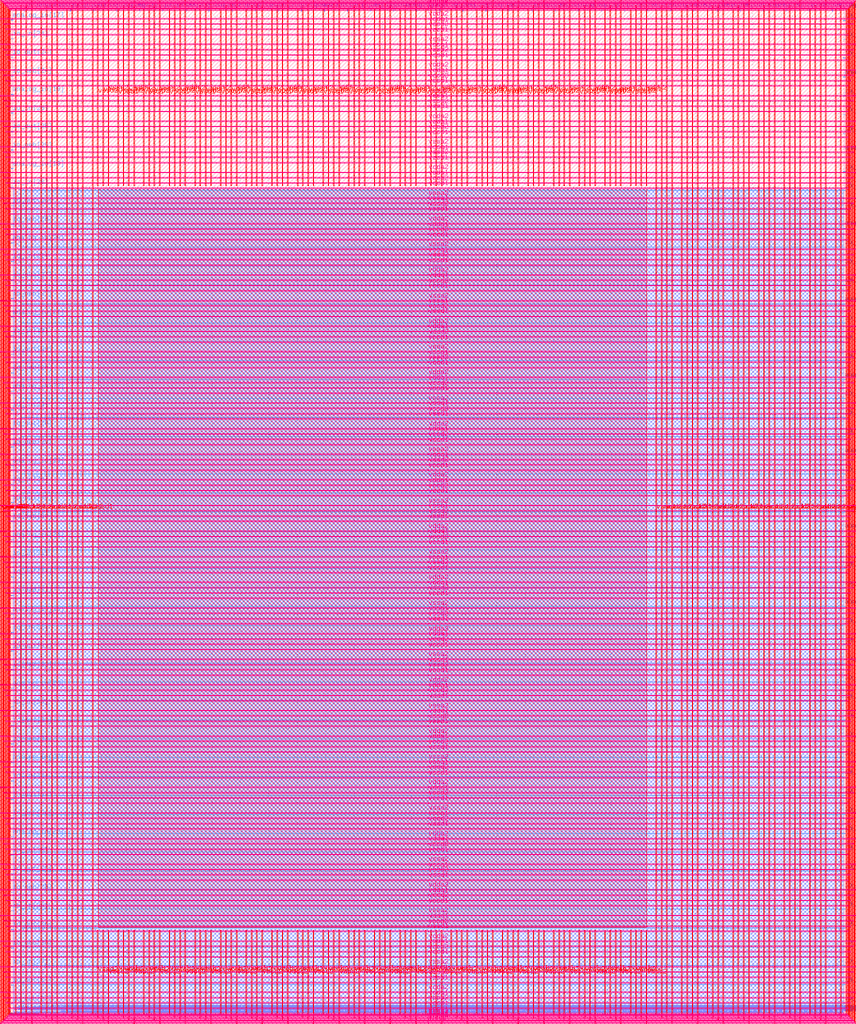
<source format=lef>
VERSION 5.7 ;
  NOWIREEXTENSIONATPIN ON ;
  DIVIDERCHAR "/" ;
  BUSBITCHARS "[]" ;
MACRO user_project_wrapper
  CLASS BLOCK ;
  FOREIGN user_project_wrapper ;
  ORIGIN 0.000 0.000 ;
  SIZE 2920.000 BY 3520.000 ;
  PIN analog_io[0]
    DIRECTION INOUT ;
    USE SIGNAL ;
    PORT
      LAYER met3 ;
        RECT 2917.600 1426.380 2924.800 1427.580 ;
    END
  END analog_io[0]
  PIN analog_io[10]
    DIRECTION INOUT ;
    USE SIGNAL ;
    PORT
      LAYER met2 ;
        RECT 2230.490 3517.600 2231.050 3524.800 ;
    END
  END analog_io[10]
  PIN analog_io[11]
    DIRECTION INOUT ;
    USE SIGNAL ;
    PORT
      LAYER met2 ;
        RECT 1905.730 3517.600 1906.290 3524.800 ;
    END
  END analog_io[11]
  PIN analog_io[12]
    DIRECTION INOUT ;
    USE SIGNAL ;
    PORT
      LAYER met2 ;
        RECT 1581.430 3517.600 1581.990 3524.800 ;
    END
  END analog_io[12]
  PIN analog_io[13]
    DIRECTION INOUT ;
    USE SIGNAL ;
    PORT
      LAYER met2 ;
        RECT 1257.130 3517.600 1257.690 3524.800 ;
    END
  END analog_io[13]
  PIN analog_io[14]
    DIRECTION INOUT ;
    USE SIGNAL ;
    PORT
      LAYER met2 ;
        RECT 932.370 3517.600 932.930 3524.800 ;
    END
  END analog_io[14]
  PIN analog_io[15]
    DIRECTION INOUT ;
    USE SIGNAL ;
    PORT
      LAYER met2 ;
        RECT 608.070 3517.600 608.630 3524.800 ;
    END
  END analog_io[15]
  PIN analog_io[16]
    DIRECTION INOUT ;
    USE SIGNAL ;
    PORT
      LAYER met2 ;
        RECT 283.770 3517.600 284.330 3524.800 ;
    END
  END analog_io[16]
  PIN analog_io[17]
    DIRECTION INOUT ;
    USE SIGNAL ;
    PORT
      LAYER met3 ;
        RECT -4.800 3486.100 2.400 3487.300 ;
    END
  END analog_io[17]
  PIN analog_io[18]
    DIRECTION INOUT ;
    USE SIGNAL ;
    PORT
      LAYER met3 ;
        RECT -4.800 3224.980 2.400 3226.180 ;
    END
  END analog_io[18]
  PIN analog_io[19]
    DIRECTION INOUT ;
    USE SIGNAL ;
    PORT
      LAYER met3 ;
        RECT -4.800 2964.540 2.400 2965.740 ;
    END
  END analog_io[19]
  PIN analog_io[1]
    DIRECTION INOUT ;
    USE SIGNAL ;
    PORT
      LAYER met3 ;
        RECT 2917.600 1692.260 2924.800 1693.460 ;
    END
  END analog_io[1]
  PIN analog_io[20]
    DIRECTION INOUT ;
    USE SIGNAL ;
    PORT
      LAYER met3 ;
        RECT -4.800 2703.420 2.400 2704.620 ;
    END
  END analog_io[20]
  PIN analog_io[21]
    DIRECTION INOUT ;
    USE SIGNAL ;
    PORT
      LAYER met3 ;
        RECT -4.800 2442.980 2.400 2444.180 ;
    END
  END analog_io[21]
  PIN analog_io[22]
    DIRECTION INOUT ;
    USE SIGNAL ;
    PORT
      LAYER met3 ;
        RECT -4.800 2182.540 2.400 2183.740 ;
    END
  END analog_io[22]
  PIN analog_io[23]
    DIRECTION INOUT ;
    USE SIGNAL ;
    PORT
      LAYER met3 ;
        RECT -4.800 1921.420 2.400 1922.620 ;
    END
  END analog_io[23]
  PIN analog_io[24]
    DIRECTION INOUT ;
    USE SIGNAL ;
    PORT
      LAYER met3 ;
        RECT -4.800 1660.980 2.400 1662.180 ;
    END
  END analog_io[24]
  PIN analog_io[25]
    DIRECTION INOUT ;
    USE SIGNAL ;
    PORT
      LAYER met3 ;
        RECT -4.800 1399.860 2.400 1401.060 ;
    END
  END analog_io[25]
  PIN analog_io[26]
    DIRECTION INOUT ;
    USE SIGNAL ;
    PORT
      LAYER met3 ;
        RECT -4.800 1139.420 2.400 1140.620 ;
    END
  END analog_io[26]
  PIN analog_io[27]
    DIRECTION INOUT ;
    USE SIGNAL ;
    PORT
      LAYER met3 ;
        RECT -4.800 878.980 2.400 880.180 ;
    END
  END analog_io[27]
  PIN analog_io[28]
    DIRECTION INOUT ;
    USE SIGNAL ;
    PORT
      LAYER met3 ;
        RECT -4.800 617.860 2.400 619.060 ;
    END
  END analog_io[28]
  PIN analog_io[2]
    DIRECTION INOUT ;
    USE SIGNAL ;
    PORT
      LAYER met3 ;
        RECT 2917.600 1958.140 2924.800 1959.340 ;
    END
  END analog_io[2]
  PIN analog_io[3]
    DIRECTION INOUT ;
    USE SIGNAL ;
    PORT
      LAYER met3 ;
        RECT 2917.600 2223.340 2924.800 2224.540 ;
    END
  END analog_io[3]
  PIN analog_io[4]
    DIRECTION INOUT ;
    USE SIGNAL ;
    PORT
      LAYER met3 ;
        RECT 2917.600 2489.220 2924.800 2490.420 ;
    END
  END analog_io[4]
  PIN analog_io[5]
    DIRECTION INOUT ;
    USE SIGNAL ;
    PORT
      LAYER met3 ;
        RECT 2917.600 2755.100 2924.800 2756.300 ;
    END
  END analog_io[5]
  PIN analog_io[6]
    DIRECTION INOUT ;
    USE SIGNAL ;
    PORT
      LAYER met3 ;
        RECT 2917.600 3020.300 2924.800 3021.500 ;
    END
  END analog_io[6]
  PIN analog_io[7]
    DIRECTION INOUT ;
    USE SIGNAL ;
    PORT
      LAYER met3 ;
        RECT 2917.600 3286.180 2924.800 3287.380 ;
    END
  END analog_io[7]
  PIN analog_io[8]
    DIRECTION INOUT ;
    USE SIGNAL ;
    PORT
      LAYER met2 ;
        RECT 2879.090 3517.600 2879.650 3524.800 ;
    END
  END analog_io[8]
  PIN analog_io[9]
    DIRECTION INOUT ;
    USE SIGNAL ;
    PORT
      LAYER met2 ;
        RECT 2554.790 3517.600 2555.350 3524.800 ;
    END
  END analog_io[9]
  PIN io_in[0]
    DIRECTION INPUT ;
    USE SIGNAL ;
    PORT
      LAYER met3 ;
        RECT 2917.600 32.380 2924.800 33.580 ;
    END
  END io_in[0]
  PIN io_in[10]
    DIRECTION INPUT ;
    USE SIGNAL ;
    PORT
      LAYER met3 ;
        RECT 2917.600 2289.980 2924.800 2291.180 ;
    END
  END io_in[10]
  PIN io_in[11]
    DIRECTION INPUT ;
    USE SIGNAL ;
    PORT
      LAYER met3 ;
        RECT 2917.600 2555.860 2924.800 2557.060 ;
    END
  END io_in[11]
  PIN io_in[12]
    DIRECTION INPUT ;
    USE SIGNAL ;
    PORT
      LAYER met3 ;
        RECT 2917.600 2821.060 2924.800 2822.260 ;
    END
  END io_in[12]
  PIN io_in[13]
    DIRECTION INPUT ;
    USE SIGNAL ;
    PORT
      LAYER met3 ;
        RECT 2917.600 3086.940 2924.800 3088.140 ;
    END
  END io_in[13]
  PIN io_in[14]
    DIRECTION INPUT ;
    USE SIGNAL ;
    PORT
      LAYER met3 ;
        RECT 2917.600 3352.820 2924.800 3354.020 ;
    END
  END io_in[14]
  PIN io_in[15]
    DIRECTION INPUT ;
    USE SIGNAL ;
    PORT
      LAYER met2 ;
        RECT 2798.130 3517.600 2798.690 3524.800 ;
    END
  END io_in[15]
  PIN io_in[16]
    DIRECTION INPUT ;
    USE SIGNAL ;
    PORT
      LAYER met2 ;
        RECT 2473.830 3517.600 2474.390 3524.800 ;
    END
  END io_in[16]
  PIN io_in[17]
    DIRECTION INPUT ;
    USE SIGNAL ;
    PORT
      LAYER met2 ;
        RECT 2149.070 3517.600 2149.630 3524.800 ;
    END
  END io_in[17]
  PIN io_in[18]
    DIRECTION INPUT ;
    USE SIGNAL ;
    PORT
      LAYER met2 ;
        RECT 1824.770 3517.600 1825.330 3524.800 ;
    END
  END io_in[18]
  PIN io_in[19]
    DIRECTION INPUT ;
    USE SIGNAL ;
    PORT
      LAYER met2 ;
        RECT 1500.470 3517.600 1501.030 3524.800 ;
    END
  END io_in[19]
  PIN io_in[1]
    DIRECTION INPUT ;
    USE SIGNAL ;
    PORT
      LAYER met3 ;
        RECT 2917.600 230.940 2924.800 232.140 ;
    END
  END io_in[1]
  PIN io_in[20]
    DIRECTION INPUT ;
    USE SIGNAL ;
    PORT
      LAYER met2 ;
        RECT 1175.710 3517.600 1176.270 3524.800 ;
    END
  END io_in[20]
  PIN io_in[21]
    DIRECTION INPUT ;
    USE SIGNAL ;
    PORT
      LAYER met2 ;
        RECT 851.410 3517.600 851.970 3524.800 ;
    END
  END io_in[21]
  PIN io_in[22]
    DIRECTION INPUT ;
    USE SIGNAL ;
    PORT
      LAYER met2 ;
        RECT 527.110 3517.600 527.670 3524.800 ;
    END
  END io_in[22]
  PIN io_in[23]
    DIRECTION INPUT ;
    USE SIGNAL ;
    PORT
      LAYER met2 ;
        RECT 202.350 3517.600 202.910 3524.800 ;
    END
  END io_in[23]
  PIN io_in[24]
    DIRECTION INPUT ;
    USE SIGNAL ;
    PORT
      LAYER met3 ;
        RECT -4.800 3420.820 2.400 3422.020 ;
    END
  END io_in[24]
  PIN io_in[25]
    DIRECTION INPUT ;
    USE SIGNAL ;
    PORT
      LAYER met3 ;
        RECT -4.800 3159.700 2.400 3160.900 ;
    END
  END io_in[25]
  PIN io_in[26]
    DIRECTION INPUT ;
    USE SIGNAL ;
    PORT
      LAYER met3 ;
        RECT -4.800 2899.260 2.400 2900.460 ;
    END
  END io_in[26]
  PIN io_in[27]
    DIRECTION INPUT ;
    USE SIGNAL ;
    PORT
      LAYER met3 ;
        RECT -4.800 2638.820 2.400 2640.020 ;
    END
  END io_in[27]
  PIN io_in[28]
    DIRECTION INPUT ;
    USE SIGNAL ;
    PORT
      LAYER met3 ;
        RECT -4.800 2377.700 2.400 2378.900 ;
    END
  END io_in[28]
  PIN io_in[29]
    DIRECTION INPUT ;
    USE SIGNAL ;
    PORT
      LAYER met3 ;
        RECT -4.800 2117.260 2.400 2118.460 ;
    END
  END io_in[29]
  PIN io_in[2]
    DIRECTION INPUT ;
    USE SIGNAL ;
    PORT
      LAYER met3 ;
        RECT 2917.600 430.180 2924.800 431.380 ;
    END
  END io_in[2]
  PIN io_in[30]
    DIRECTION INPUT ;
    USE SIGNAL ;
    PORT
      LAYER met3 ;
        RECT -4.800 1856.140 2.400 1857.340 ;
    END
  END io_in[30]
  PIN io_in[31]
    DIRECTION INPUT ;
    USE SIGNAL ;
    PORT
      LAYER met3 ;
        RECT -4.800 1595.700 2.400 1596.900 ;
    END
  END io_in[31]
  PIN io_in[32]
    DIRECTION INPUT ;
    USE SIGNAL ;
    PORT
      LAYER met3 ;
        RECT -4.800 1335.260 2.400 1336.460 ;
    END
  END io_in[32]
  PIN io_in[33]
    DIRECTION INPUT ;
    USE SIGNAL ;
    PORT
      LAYER met3 ;
        RECT -4.800 1074.140 2.400 1075.340 ;
    END
  END io_in[33]
  PIN io_in[34]
    DIRECTION INPUT ;
    USE SIGNAL ;
    PORT
      LAYER met3 ;
        RECT -4.800 813.700 2.400 814.900 ;
    END
  END io_in[34]
  PIN io_in[35]
    DIRECTION INPUT ;
    USE SIGNAL ;
    PORT
      LAYER met3 ;
        RECT -4.800 552.580 2.400 553.780 ;
    END
  END io_in[35]
  PIN io_in[36]
    DIRECTION INPUT ;
    USE SIGNAL ;
    PORT
      LAYER met3 ;
        RECT -4.800 357.420 2.400 358.620 ;
    END
  END io_in[36]
  PIN io_in[37]
    DIRECTION INPUT ;
    USE SIGNAL ;
    PORT
      LAYER met3 ;
        RECT -4.800 161.580 2.400 162.780 ;
    END
  END io_in[37]
  PIN io_in[3]
    DIRECTION INPUT ;
    USE SIGNAL ;
    PORT
      LAYER met3 ;
        RECT 2917.600 629.420 2924.800 630.620 ;
    END
  END io_in[3]
  PIN io_in[4]
    DIRECTION INPUT ;
    USE SIGNAL ;
    PORT
      LAYER met3 ;
        RECT 2917.600 828.660 2924.800 829.860 ;
    END
  END io_in[4]
  PIN io_in[5]
    DIRECTION INPUT ;
    USE SIGNAL ;
    PORT
      LAYER met3 ;
        RECT 2917.600 1027.900 2924.800 1029.100 ;
    END
  END io_in[5]
  PIN io_in[6]
    DIRECTION INPUT ;
    USE SIGNAL ;
    PORT
      LAYER met3 ;
        RECT 2917.600 1227.140 2924.800 1228.340 ;
    END
  END io_in[6]
  PIN io_in[7]
    DIRECTION INPUT ;
    USE SIGNAL ;
    PORT
      LAYER met3 ;
        RECT 2917.600 1493.020 2924.800 1494.220 ;
    END
  END io_in[7]
  PIN io_in[8]
    DIRECTION INPUT ;
    USE SIGNAL ;
    PORT
      LAYER met3 ;
        RECT 2917.600 1758.900 2924.800 1760.100 ;
    END
  END io_in[8]
  PIN io_in[9]
    DIRECTION INPUT ;
    USE SIGNAL ;
    PORT
      LAYER met3 ;
        RECT 2917.600 2024.100 2924.800 2025.300 ;
    END
  END io_in[9]
  PIN io_oeb[0]
    DIRECTION OUTPUT TRISTATE ;
    USE SIGNAL ;
    PORT
      LAYER met3 ;
        RECT 2917.600 164.980 2924.800 166.180 ;
    END
  END io_oeb[0]
  PIN io_oeb[10]
    DIRECTION OUTPUT TRISTATE ;
    USE SIGNAL ;
    PORT
      LAYER met3 ;
        RECT 2917.600 2422.580 2924.800 2423.780 ;
    END
  END io_oeb[10]
  PIN io_oeb[11]
    DIRECTION OUTPUT TRISTATE ;
    USE SIGNAL ;
    PORT
      LAYER met3 ;
        RECT 2917.600 2688.460 2924.800 2689.660 ;
    END
  END io_oeb[11]
  PIN io_oeb[12]
    DIRECTION OUTPUT TRISTATE ;
    USE SIGNAL ;
    PORT
      LAYER met3 ;
        RECT 2917.600 2954.340 2924.800 2955.540 ;
    END
  END io_oeb[12]
  PIN io_oeb[13]
    DIRECTION OUTPUT TRISTATE ;
    USE SIGNAL ;
    PORT
      LAYER met3 ;
        RECT 2917.600 3219.540 2924.800 3220.740 ;
    END
  END io_oeb[13]
  PIN io_oeb[14]
    DIRECTION OUTPUT TRISTATE ;
    USE SIGNAL ;
    PORT
      LAYER met3 ;
        RECT 2917.600 3485.420 2924.800 3486.620 ;
    END
  END io_oeb[14]
  PIN io_oeb[15]
    DIRECTION OUTPUT TRISTATE ;
    USE SIGNAL ;
    PORT
      LAYER met2 ;
        RECT 2635.750 3517.600 2636.310 3524.800 ;
    END
  END io_oeb[15]
  PIN io_oeb[16]
    DIRECTION OUTPUT TRISTATE ;
    USE SIGNAL ;
    PORT
      LAYER met2 ;
        RECT 2311.450 3517.600 2312.010 3524.800 ;
    END
  END io_oeb[16]
  PIN io_oeb[17]
    DIRECTION OUTPUT TRISTATE ;
    USE SIGNAL ;
    PORT
      LAYER met2 ;
        RECT 1987.150 3517.600 1987.710 3524.800 ;
    END
  END io_oeb[17]
  PIN io_oeb[18]
    DIRECTION OUTPUT TRISTATE ;
    USE SIGNAL ;
    PORT
      LAYER met2 ;
        RECT 1662.390 3517.600 1662.950 3524.800 ;
    END
  END io_oeb[18]
  PIN io_oeb[19]
    DIRECTION OUTPUT TRISTATE ;
    USE SIGNAL ;
    PORT
      LAYER met2 ;
        RECT 1338.090 3517.600 1338.650 3524.800 ;
    END
  END io_oeb[19]
  PIN io_oeb[1]
    DIRECTION OUTPUT TRISTATE ;
    USE SIGNAL ;
    PORT
      LAYER met3 ;
        RECT 2917.600 364.220 2924.800 365.420 ;
    END
  END io_oeb[1]
  PIN io_oeb[20]
    DIRECTION OUTPUT TRISTATE ;
    USE SIGNAL ;
    PORT
      LAYER met2 ;
        RECT 1013.790 3517.600 1014.350 3524.800 ;
    END
  END io_oeb[20]
  PIN io_oeb[21]
    DIRECTION OUTPUT TRISTATE ;
    USE SIGNAL ;
    PORT
      LAYER met2 ;
        RECT 689.030 3517.600 689.590 3524.800 ;
    END
  END io_oeb[21]
  PIN io_oeb[22]
    DIRECTION OUTPUT TRISTATE ;
    USE SIGNAL ;
    PORT
      LAYER met2 ;
        RECT 364.730 3517.600 365.290 3524.800 ;
    END
  END io_oeb[22]
  PIN io_oeb[23]
    DIRECTION OUTPUT TRISTATE ;
    USE SIGNAL ;
    PORT
      LAYER met2 ;
        RECT 40.430 3517.600 40.990 3524.800 ;
    END
  END io_oeb[23]
  PIN io_oeb[24]
    DIRECTION OUTPUT TRISTATE ;
    USE SIGNAL ;
    PORT
      LAYER met3 ;
        RECT -4.800 3290.260 2.400 3291.460 ;
    END
  END io_oeb[24]
  PIN io_oeb[25]
    DIRECTION OUTPUT TRISTATE ;
    USE SIGNAL ;
    PORT
      LAYER met3 ;
        RECT -4.800 3029.820 2.400 3031.020 ;
    END
  END io_oeb[25]
  PIN io_oeb[26]
    DIRECTION OUTPUT TRISTATE ;
    USE SIGNAL ;
    PORT
      LAYER met3 ;
        RECT -4.800 2768.700 2.400 2769.900 ;
    END
  END io_oeb[26]
  PIN io_oeb[27]
    DIRECTION OUTPUT TRISTATE ;
    USE SIGNAL ;
    PORT
      LAYER met3 ;
        RECT -4.800 2508.260 2.400 2509.460 ;
    END
  END io_oeb[27]
  PIN io_oeb[28]
    DIRECTION OUTPUT TRISTATE ;
    USE SIGNAL ;
    PORT
      LAYER met3 ;
        RECT -4.800 2247.140 2.400 2248.340 ;
    END
  END io_oeb[28]
  PIN io_oeb[29]
    DIRECTION OUTPUT TRISTATE ;
    USE SIGNAL ;
    PORT
      LAYER met3 ;
        RECT -4.800 1986.700 2.400 1987.900 ;
    END
  END io_oeb[29]
  PIN io_oeb[2]
    DIRECTION OUTPUT TRISTATE ;
    USE SIGNAL ;
    PORT
      LAYER met3 ;
        RECT 2917.600 563.460 2924.800 564.660 ;
    END
  END io_oeb[2]
  PIN io_oeb[30]
    DIRECTION OUTPUT TRISTATE ;
    USE SIGNAL ;
    PORT
      LAYER met3 ;
        RECT -4.800 1726.260 2.400 1727.460 ;
    END
  END io_oeb[30]
  PIN io_oeb[31]
    DIRECTION OUTPUT TRISTATE ;
    USE SIGNAL ;
    PORT
      LAYER met3 ;
        RECT -4.800 1465.140 2.400 1466.340 ;
    END
  END io_oeb[31]
  PIN io_oeb[32]
    DIRECTION OUTPUT TRISTATE ;
    USE SIGNAL ;
    PORT
      LAYER met3 ;
        RECT -4.800 1204.700 2.400 1205.900 ;
    END
  END io_oeb[32]
  PIN io_oeb[33]
    DIRECTION OUTPUT TRISTATE ;
    USE SIGNAL ;
    PORT
      LAYER met3 ;
        RECT -4.800 943.580 2.400 944.780 ;
    END
  END io_oeb[33]
  PIN io_oeb[34]
    DIRECTION OUTPUT TRISTATE ;
    USE SIGNAL ;
    PORT
      LAYER met3 ;
        RECT -4.800 683.140 2.400 684.340 ;
    END
  END io_oeb[34]
  PIN io_oeb[35]
    DIRECTION OUTPUT TRISTATE ;
    USE SIGNAL ;
    PORT
      LAYER met3 ;
        RECT -4.800 422.700 2.400 423.900 ;
    END
  END io_oeb[35]
  PIN io_oeb[36]
    DIRECTION OUTPUT TRISTATE ;
    USE SIGNAL ;
    PORT
      LAYER met3 ;
        RECT -4.800 226.860 2.400 228.060 ;
    END
  END io_oeb[36]
  PIN io_oeb[37]
    DIRECTION OUTPUT TRISTATE ;
    USE SIGNAL ;
    PORT
      LAYER met3 ;
        RECT -4.800 31.700 2.400 32.900 ;
    END
  END io_oeb[37]
  PIN io_oeb[3]
    DIRECTION OUTPUT TRISTATE ;
    USE SIGNAL ;
    PORT
      LAYER met3 ;
        RECT 2917.600 762.700 2924.800 763.900 ;
    END
  END io_oeb[3]
  PIN io_oeb[4]
    DIRECTION OUTPUT TRISTATE ;
    USE SIGNAL ;
    PORT
      LAYER met3 ;
        RECT 2917.600 961.940 2924.800 963.140 ;
    END
  END io_oeb[4]
  PIN io_oeb[5]
    DIRECTION OUTPUT TRISTATE ;
    USE SIGNAL ;
    PORT
      LAYER met3 ;
        RECT 2917.600 1161.180 2924.800 1162.380 ;
    END
  END io_oeb[5]
  PIN io_oeb[6]
    DIRECTION OUTPUT TRISTATE ;
    USE SIGNAL ;
    PORT
      LAYER met3 ;
        RECT 2917.600 1360.420 2924.800 1361.620 ;
    END
  END io_oeb[6]
  PIN io_oeb[7]
    DIRECTION OUTPUT TRISTATE ;
    USE SIGNAL ;
    PORT
      LAYER met3 ;
        RECT 2917.600 1625.620 2924.800 1626.820 ;
    END
  END io_oeb[7]
  PIN io_oeb[8]
    DIRECTION OUTPUT TRISTATE ;
    USE SIGNAL ;
    PORT
      LAYER met3 ;
        RECT 2917.600 1891.500 2924.800 1892.700 ;
    END
  END io_oeb[8]
  PIN io_oeb[9]
    DIRECTION OUTPUT TRISTATE ;
    USE SIGNAL ;
    PORT
      LAYER met3 ;
        RECT 2917.600 2157.380 2924.800 2158.580 ;
    END
  END io_oeb[9]
  PIN io_out[0]
    DIRECTION OUTPUT TRISTATE ;
    USE SIGNAL ;
    PORT
      LAYER met3 ;
        RECT 2917.600 98.340 2924.800 99.540 ;
    END
  END io_out[0]
  PIN io_out[10]
    DIRECTION OUTPUT TRISTATE ;
    USE SIGNAL ;
    PORT
      LAYER met3 ;
        RECT 2917.600 2356.620 2924.800 2357.820 ;
    END
  END io_out[10]
  PIN io_out[11]
    DIRECTION OUTPUT TRISTATE ;
    USE SIGNAL ;
    PORT
      LAYER met3 ;
        RECT 2917.600 2621.820 2924.800 2623.020 ;
    END
  END io_out[11]
  PIN io_out[12]
    DIRECTION OUTPUT TRISTATE ;
    USE SIGNAL ;
    PORT
      LAYER met3 ;
        RECT 2917.600 2887.700 2924.800 2888.900 ;
    END
  END io_out[12]
  PIN io_out[13]
    DIRECTION OUTPUT TRISTATE ;
    USE SIGNAL ;
    PORT
      LAYER met3 ;
        RECT 2917.600 3153.580 2924.800 3154.780 ;
    END
  END io_out[13]
  PIN io_out[14]
    DIRECTION OUTPUT TRISTATE ;
    USE SIGNAL ;
    PORT
      LAYER met3 ;
        RECT 2917.600 3418.780 2924.800 3419.980 ;
    END
  END io_out[14]
  PIN io_out[15]
    DIRECTION OUTPUT TRISTATE ;
    USE SIGNAL ;
    PORT
      LAYER met2 ;
        RECT 2717.170 3517.600 2717.730 3524.800 ;
    END
  END io_out[15]
  PIN io_out[16]
    DIRECTION OUTPUT TRISTATE ;
    USE SIGNAL ;
    PORT
      LAYER met2 ;
        RECT 2392.410 3517.600 2392.970 3524.800 ;
    END
  END io_out[16]
  PIN io_out[17]
    DIRECTION OUTPUT TRISTATE ;
    USE SIGNAL ;
    PORT
      LAYER met2 ;
        RECT 2068.110 3517.600 2068.670 3524.800 ;
    END
  END io_out[17]
  PIN io_out[18]
    DIRECTION OUTPUT TRISTATE ;
    USE SIGNAL ;
    PORT
      LAYER met2 ;
        RECT 1743.810 3517.600 1744.370 3524.800 ;
    END
  END io_out[18]
  PIN io_out[19]
    DIRECTION OUTPUT TRISTATE ;
    USE SIGNAL ;
    PORT
      LAYER met2 ;
        RECT 1419.050 3517.600 1419.610 3524.800 ;
    END
  END io_out[19]
  PIN io_out[1]
    DIRECTION OUTPUT TRISTATE ;
    USE SIGNAL ;
    PORT
      LAYER met3 ;
        RECT 2917.600 297.580 2924.800 298.780 ;
    END
  END io_out[1]
  PIN io_out[20]
    DIRECTION OUTPUT TRISTATE ;
    USE SIGNAL ;
    PORT
      LAYER met2 ;
        RECT 1094.750 3517.600 1095.310 3524.800 ;
    END
  END io_out[20]
  PIN io_out[21]
    DIRECTION OUTPUT TRISTATE ;
    USE SIGNAL ;
    PORT
      LAYER met2 ;
        RECT 770.450 3517.600 771.010 3524.800 ;
    END
  END io_out[21]
  PIN io_out[22]
    DIRECTION OUTPUT TRISTATE ;
    USE SIGNAL ;
    PORT
      LAYER met2 ;
        RECT 445.690 3517.600 446.250 3524.800 ;
    END
  END io_out[22]
  PIN io_out[23]
    DIRECTION OUTPUT TRISTATE ;
    USE SIGNAL ;
    PORT
      LAYER met2 ;
        RECT 121.390 3517.600 121.950 3524.800 ;
    END
  END io_out[23]
  PIN io_out[24]
    DIRECTION OUTPUT TRISTATE ;
    USE SIGNAL ;
    PORT
      LAYER met3 ;
        RECT -4.800 3355.540 2.400 3356.740 ;
    END
  END io_out[24]
  PIN io_out[25]
    DIRECTION OUTPUT TRISTATE ;
    USE SIGNAL ;
    PORT
      LAYER met3 ;
        RECT -4.800 3095.100 2.400 3096.300 ;
    END
  END io_out[25]
  PIN io_out[26]
    DIRECTION OUTPUT TRISTATE ;
    USE SIGNAL ;
    PORT
      LAYER met3 ;
        RECT -4.800 2833.980 2.400 2835.180 ;
    END
  END io_out[26]
  PIN io_out[27]
    DIRECTION OUTPUT TRISTATE ;
    USE SIGNAL ;
    PORT
      LAYER met3 ;
        RECT -4.800 2573.540 2.400 2574.740 ;
    END
  END io_out[27]
  PIN io_out[28]
    DIRECTION OUTPUT TRISTATE ;
    USE SIGNAL ;
    PORT
      LAYER met3 ;
        RECT -4.800 2312.420 2.400 2313.620 ;
    END
  END io_out[28]
  PIN io_out[29]
    DIRECTION OUTPUT TRISTATE ;
    USE SIGNAL ;
    PORT
      LAYER met3 ;
        RECT -4.800 2051.980 2.400 2053.180 ;
    END
  END io_out[29]
  PIN io_out[2]
    DIRECTION OUTPUT TRISTATE ;
    USE SIGNAL ;
    PORT
      LAYER met3 ;
        RECT 2917.600 496.820 2924.800 498.020 ;
    END
  END io_out[2]
  PIN io_out[30]
    DIRECTION OUTPUT TRISTATE ;
    USE SIGNAL ;
    PORT
      LAYER met3 ;
        RECT -4.800 1791.540 2.400 1792.740 ;
    END
  END io_out[30]
  PIN io_out[31]
    DIRECTION OUTPUT TRISTATE ;
    USE SIGNAL ;
    PORT
      LAYER met3 ;
        RECT -4.800 1530.420 2.400 1531.620 ;
    END
  END io_out[31]
  PIN io_out[32]
    DIRECTION OUTPUT TRISTATE ;
    USE SIGNAL ;
    PORT
      LAYER met3 ;
        RECT -4.800 1269.980 2.400 1271.180 ;
    END
  END io_out[32]
  PIN io_out[33]
    DIRECTION OUTPUT TRISTATE ;
    USE SIGNAL ;
    PORT
      LAYER met3 ;
        RECT -4.800 1008.860 2.400 1010.060 ;
    END
  END io_out[33]
  PIN io_out[34]
    DIRECTION OUTPUT TRISTATE ;
    USE SIGNAL ;
    PORT
      LAYER met3 ;
        RECT -4.800 748.420 2.400 749.620 ;
    END
  END io_out[34]
  PIN io_out[35]
    DIRECTION OUTPUT TRISTATE ;
    USE SIGNAL ;
    PORT
      LAYER met3 ;
        RECT -4.800 487.300 2.400 488.500 ;
    END
  END io_out[35]
  PIN io_out[36]
    DIRECTION OUTPUT TRISTATE ;
    USE SIGNAL ;
    PORT
      LAYER met3 ;
        RECT -4.800 292.140 2.400 293.340 ;
    END
  END io_out[36]
  PIN io_out[37]
    DIRECTION OUTPUT TRISTATE ;
    USE SIGNAL ;
    PORT
      LAYER met3 ;
        RECT -4.800 96.300 2.400 97.500 ;
    END
  END io_out[37]
  PIN io_out[3]
    DIRECTION OUTPUT TRISTATE ;
    USE SIGNAL ;
    PORT
      LAYER met3 ;
        RECT 2917.600 696.060 2924.800 697.260 ;
    END
  END io_out[3]
  PIN io_out[4]
    DIRECTION OUTPUT TRISTATE ;
    USE SIGNAL ;
    PORT
      LAYER met3 ;
        RECT 2917.600 895.300 2924.800 896.500 ;
    END
  END io_out[4]
  PIN io_out[5]
    DIRECTION OUTPUT TRISTATE ;
    USE SIGNAL ;
    PORT
      LAYER met3 ;
        RECT 2917.600 1094.540 2924.800 1095.740 ;
    END
  END io_out[5]
  PIN io_out[6]
    DIRECTION OUTPUT TRISTATE ;
    USE SIGNAL ;
    PORT
      LAYER met3 ;
        RECT 2917.600 1293.780 2924.800 1294.980 ;
    END
  END io_out[6]
  PIN io_out[7]
    DIRECTION OUTPUT TRISTATE ;
    USE SIGNAL ;
    PORT
      LAYER met3 ;
        RECT 2917.600 1559.660 2924.800 1560.860 ;
    END
  END io_out[7]
  PIN io_out[8]
    DIRECTION OUTPUT TRISTATE ;
    USE SIGNAL ;
    PORT
      LAYER met3 ;
        RECT 2917.600 1824.860 2924.800 1826.060 ;
    END
  END io_out[8]
  PIN io_out[9]
    DIRECTION OUTPUT TRISTATE ;
    USE SIGNAL ;
    PORT
      LAYER met3 ;
        RECT 2917.600 2090.740 2924.800 2091.940 ;
    END
  END io_out[9]
  PIN la_data_in[0]
    DIRECTION INPUT ;
    USE SIGNAL ;
    PORT
      LAYER met2 ;
        RECT 629.230 -4.800 629.790 2.400 ;
    END
  END la_data_in[0]
  PIN la_data_in[100]
    DIRECTION INPUT ;
    USE SIGNAL ;
    PORT
      LAYER met2 ;
        RECT 2402.530 -4.800 2403.090 2.400 ;
    END
  END la_data_in[100]
  PIN la_data_in[101]
    DIRECTION INPUT ;
    USE SIGNAL ;
    PORT
      LAYER met2 ;
        RECT 2420.010 -4.800 2420.570 2.400 ;
    END
  END la_data_in[101]
  PIN la_data_in[102]
    DIRECTION INPUT ;
    USE SIGNAL ;
    PORT
      LAYER met2 ;
        RECT 2437.950 -4.800 2438.510 2.400 ;
    END
  END la_data_in[102]
  PIN la_data_in[103]
    DIRECTION INPUT ;
    USE SIGNAL ;
    PORT
      LAYER met2 ;
        RECT 2455.430 -4.800 2455.990 2.400 ;
    END
  END la_data_in[103]
  PIN la_data_in[104]
    DIRECTION INPUT ;
    USE SIGNAL ;
    PORT
      LAYER met2 ;
        RECT 2473.370 -4.800 2473.930 2.400 ;
    END
  END la_data_in[104]
  PIN la_data_in[105]
    DIRECTION INPUT ;
    USE SIGNAL ;
    PORT
      LAYER met2 ;
        RECT 2490.850 -4.800 2491.410 2.400 ;
    END
  END la_data_in[105]
  PIN la_data_in[106]
    DIRECTION INPUT ;
    USE SIGNAL ;
    PORT
      LAYER met2 ;
        RECT 2508.790 -4.800 2509.350 2.400 ;
    END
  END la_data_in[106]
  PIN la_data_in[107]
    DIRECTION INPUT ;
    USE SIGNAL ;
    PORT
      LAYER met2 ;
        RECT 2526.730 -4.800 2527.290 2.400 ;
    END
  END la_data_in[107]
  PIN la_data_in[108]
    DIRECTION INPUT ;
    USE SIGNAL ;
    PORT
      LAYER met2 ;
        RECT 2544.210 -4.800 2544.770 2.400 ;
    END
  END la_data_in[108]
  PIN la_data_in[109]
    DIRECTION INPUT ;
    USE SIGNAL ;
    PORT
      LAYER met2 ;
        RECT 2562.150 -4.800 2562.710 2.400 ;
    END
  END la_data_in[109]
  PIN la_data_in[10]
    DIRECTION INPUT ;
    USE SIGNAL ;
    PORT
      LAYER met2 ;
        RECT 806.330 -4.800 806.890 2.400 ;
    END
  END la_data_in[10]
  PIN la_data_in[110]
    DIRECTION INPUT ;
    USE SIGNAL ;
    PORT
      LAYER met2 ;
        RECT 2579.630 -4.800 2580.190 2.400 ;
    END
  END la_data_in[110]
  PIN la_data_in[111]
    DIRECTION INPUT ;
    USE SIGNAL ;
    PORT
      LAYER met2 ;
        RECT 2597.570 -4.800 2598.130 2.400 ;
    END
  END la_data_in[111]
  PIN la_data_in[112]
    DIRECTION INPUT ;
    USE SIGNAL ;
    PORT
      LAYER met2 ;
        RECT 2615.050 -4.800 2615.610 2.400 ;
    END
  END la_data_in[112]
  PIN la_data_in[113]
    DIRECTION INPUT ;
    USE SIGNAL ;
    PORT
      LAYER met2 ;
        RECT 2632.990 -4.800 2633.550 2.400 ;
    END
  END la_data_in[113]
  PIN la_data_in[114]
    DIRECTION INPUT ;
    USE SIGNAL ;
    PORT
      LAYER met2 ;
        RECT 2650.470 -4.800 2651.030 2.400 ;
    END
  END la_data_in[114]
  PIN la_data_in[115]
    DIRECTION INPUT ;
    USE SIGNAL ;
    PORT
      LAYER met2 ;
        RECT 2668.410 -4.800 2668.970 2.400 ;
    END
  END la_data_in[115]
  PIN la_data_in[116]
    DIRECTION INPUT ;
    USE SIGNAL ;
    PORT
      LAYER met2 ;
        RECT 2685.890 -4.800 2686.450 2.400 ;
    END
  END la_data_in[116]
  PIN la_data_in[117]
    DIRECTION INPUT ;
    USE SIGNAL ;
    PORT
      LAYER met2 ;
        RECT 2703.830 -4.800 2704.390 2.400 ;
    END
  END la_data_in[117]
  PIN la_data_in[118]
    DIRECTION INPUT ;
    USE SIGNAL ;
    PORT
      LAYER met2 ;
        RECT 2721.770 -4.800 2722.330 2.400 ;
    END
  END la_data_in[118]
  PIN la_data_in[119]
    DIRECTION INPUT ;
    USE SIGNAL ;
    PORT
      LAYER met2 ;
        RECT 2739.250 -4.800 2739.810 2.400 ;
    END
  END la_data_in[119]
  PIN la_data_in[11]
    DIRECTION INPUT ;
    USE SIGNAL ;
    PORT
      LAYER met2 ;
        RECT 824.270 -4.800 824.830 2.400 ;
    END
  END la_data_in[11]
  PIN la_data_in[120]
    DIRECTION INPUT ;
    USE SIGNAL ;
    PORT
      LAYER met2 ;
        RECT 2757.190 -4.800 2757.750 2.400 ;
    END
  END la_data_in[120]
  PIN la_data_in[121]
    DIRECTION INPUT ;
    USE SIGNAL ;
    PORT
      LAYER met2 ;
        RECT 2774.670 -4.800 2775.230 2.400 ;
    END
  END la_data_in[121]
  PIN la_data_in[122]
    DIRECTION INPUT ;
    USE SIGNAL ;
    PORT
      LAYER met2 ;
        RECT 2792.610 -4.800 2793.170 2.400 ;
    END
  END la_data_in[122]
  PIN la_data_in[123]
    DIRECTION INPUT ;
    USE SIGNAL ;
    PORT
      LAYER met2 ;
        RECT 2810.090 -4.800 2810.650 2.400 ;
    END
  END la_data_in[123]
  PIN la_data_in[124]
    DIRECTION INPUT ;
    USE SIGNAL ;
    PORT
      LAYER met2 ;
        RECT 2828.030 -4.800 2828.590 2.400 ;
    END
  END la_data_in[124]
  PIN la_data_in[125]
    DIRECTION INPUT ;
    USE SIGNAL ;
    PORT
      LAYER met2 ;
        RECT 2845.510 -4.800 2846.070 2.400 ;
    END
  END la_data_in[125]
  PIN la_data_in[126]
    DIRECTION INPUT ;
    USE SIGNAL ;
    PORT
      LAYER met2 ;
        RECT 2863.450 -4.800 2864.010 2.400 ;
    END
  END la_data_in[126]
  PIN la_data_in[127]
    DIRECTION INPUT ;
    USE SIGNAL ;
    PORT
      LAYER met2 ;
        RECT 2881.390 -4.800 2881.950 2.400 ;
    END
  END la_data_in[127]
  PIN la_data_in[12]
    DIRECTION INPUT ;
    USE SIGNAL ;
    PORT
      LAYER met2 ;
        RECT 841.750 -4.800 842.310 2.400 ;
    END
  END la_data_in[12]
  PIN la_data_in[13]
    DIRECTION INPUT ;
    USE SIGNAL ;
    PORT
      LAYER met2 ;
        RECT 859.690 -4.800 860.250 2.400 ;
    END
  END la_data_in[13]
  PIN la_data_in[14]
    DIRECTION INPUT ;
    USE SIGNAL ;
    PORT
      LAYER met2 ;
        RECT 877.170 -4.800 877.730 2.400 ;
    END
  END la_data_in[14]
  PIN la_data_in[15]
    DIRECTION INPUT ;
    USE SIGNAL ;
    PORT
      LAYER met2 ;
        RECT 895.110 -4.800 895.670 2.400 ;
    END
  END la_data_in[15]
  PIN la_data_in[16]
    DIRECTION INPUT ;
    USE SIGNAL ;
    PORT
      LAYER met2 ;
        RECT 912.590 -4.800 913.150 2.400 ;
    END
  END la_data_in[16]
  PIN la_data_in[17]
    DIRECTION INPUT ;
    USE SIGNAL ;
    PORT
      LAYER met2 ;
        RECT 930.530 -4.800 931.090 2.400 ;
    END
  END la_data_in[17]
  PIN la_data_in[18]
    DIRECTION INPUT ;
    USE SIGNAL ;
    PORT
      LAYER met2 ;
        RECT 948.470 -4.800 949.030 2.400 ;
    END
  END la_data_in[18]
  PIN la_data_in[19]
    DIRECTION INPUT ;
    USE SIGNAL ;
    PORT
      LAYER met2 ;
        RECT 965.950 -4.800 966.510 2.400 ;
    END
  END la_data_in[19]
  PIN la_data_in[1]
    DIRECTION INPUT ;
    USE SIGNAL ;
    PORT
      LAYER met2 ;
        RECT 646.710 -4.800 647.270 2.400 ;
    END
  END la_data_in[1]
  PIN la_data_in[20]
    DIRECTION INPUT ;
    USE SIGNAL ;
    PORT
      LAYER met2 ;
        RECT 983.890 -4.800 984.450 2.400 ;
    END
  END la_data_in[20]
  PIN la_data_in[21]
    DIRECTION INPUT ;
    USE SIGNAL ;
    PORT
      LAYER met2 ;
        RECT 1001.370 -4.800 1001.930 2.400 ;
    END
  END la_data_in[21]
  PIN la_data_in[22]
    DIRECTION INPUT ;
    USE SIGNAL ;
    PORT
      LAYER met2 ;
        RECT 1019.310 -4.800 1019.870 2.400 ;
    END
  END la_data_in[22]
  PIN la_data_in[23]
    DIRECTION INPUT ;
    USE SIGNAL ;
    PORT
      LAYER met2 ;
        RECT 1036.790 -4.800 1037.350 2.400 ;
    END
  END la_data_in[23]
  PIN la_data_in[24]
    DIRECTION INPUT ;
    USE SIGNAL ;
    PORT
      LAYER met2 ;
        RECT 1054.730 -4.800 1055.290 2.400 ;
    END
  END la_data_in[24]
  PIN la_data_in[25]
    DIRECTION INPUT ;
    USE SIGNAL ;
    PORT
      LAYER met2 ;
        RECT 1072.210 -4.800 1072.770 2.400 ;
    END
  END la_data_in[25]
  PIN la_data_in[26]
    DIRECTION INPUT ;
    USE SIGNAL ;
    PORT
      LAYER met2 ;
        RECT 1090.150 -4.800 1090.710 2.400 ;
    END
  END la_data_in[26]
  PIN la_data_in[27]
    DIRECTION INPUT ;
    USE SIGNAL ;
    PORT
      LAYER met2 ;
        RECT 1107.630 -4.800 1108.190 2.400 ;
    END
  END la_data_in[27]
  PIN la_data_in[28]
    DIRECTION INPUT ;
    USE SIGNAL ;
    PORT
      LAYER met2 ;
        RECT 1125.570 -4.800 1126.130 2.400 ;
    END
  END la_data_in[28]
  PIN la_data_in[29]
    DIRECTION INPUT ;
    USE SIGNAL ;
    PORT
      LAYER met2 ;
        RECT 1143.510 -4.800 1144.070 2.400 ;
    END
  END la_data_in[29]
  PIN la_data_in[2]
    DIRECTION INPUT ;
    USE SIGNAL ;
    PORT
      LAYER met2 ;
        RECT 664.650 -4.800 665.210 2.400 ;
    END
  END la_data_in[2]
  PIN la_data_in[30]
    DIRECTION INPUT ;
    USE SIGNAL ;
    PORT
      LAYER met2 ;
        RECT 1160.990 -4.800 1161.550 2.400 ;
    END
  END la_data_in[30]
  PIN la_data_in[31]
    DIRECTION INPUT ;
    USE SIGNAL ;
    PORT
      LAYER met2 ;
        RECT 1178.930 -4.800 1179.490 2.400 ;
    END
  END la_data_in[31]
  PIN la_data_in[32]
    DIRECTION INPUT ;
    USE SIGNAL ;
    PORT
      LAYER met2 ;
        RECT 1196.410 -4.800 1196.970 2.400 ;
    END
  END la_data_in[32]
  PIN la_data_in[33]
    DIRECTION INPUT ;
    USE SIGNAL ;
    PORT
      LAYER met2 ;
        RECT 1214.350 -4.800 1214.910 2.400 ;
    END
  END la_data_in[33]
  PIN la_data_in[34]
    DIRECTION INPUT ;
    USE SIGNAL ;
    PORT
      LAYER met2 ;
        RECT 1231.830 -4.800 1232.390 2.400 ;
    END
  END la_data_in[34]
  PIN la_data_in[35]
    DIRECTION INPUT ;
    USE SIGNAL ;
    PORT
      LAYER met2 ;
        RECT 1249.770 -4.800 1250.330 2.400 ;
    END
  END la_data_in[35]
  PIN la_data_in[36]
    DIRECTION INPUT ;
    USE SIGNAL ;
    PORT
      LAYER met2 ;
        RECT 1267.250 -4.800 1267.810 2.400 ;
    END
  END la_data_in[36]
  PIN la_data_in[37]
    DIRECTION INPUT ;
    USE SIGNAL ;
    PORT
      LAYER met2 ;
        RECT 1285.190 -4.800 1285.750 2.400 ;
    END
  END la_data_in[37]
  PIN la_data_in[38]
    DIRECTION INPUT ;
    USE SIGNAL ;
    PORT
      LAYER met2 ;
        RECT 1303.130 -4.800 1303.690 2.400 ;
    END
  END la_data_in[38]
  PIN la_data_in[39]
    DIRECTION INPUT ;
    USE SIGNAL ;
    PORT
      LAYER met2 ;
        RECT 1320.610 -4.800 1321.170 2.400 ;
    END
  END la_data_in[39]
  PIN la_data_in[3]
    DIRECTION INPUT ;
    USE SIGNAL ;
    PORT
      LAYER met2 ;
        RECT 682.130 -4.800 682.690 2.400 ;
    END
  END la_data_in[3]
  PIN la_data_in[40]
    DIRECTION INPUT ;
    USE SIGNAL ;
    PORT
      LAYER met2 ;
        RECT 1338.550 -4.800 1339.110 2.400 ;
    END
  END la_data_in[40]
  PIN la_data_in[41]
    DIRECTION INPUT ;
    USE SIGNAL ;
    PORT
      LAYER met2 ;
        RECT 1356.030 -4.800 1356.590 2.400 ;
    END
  END la_data_in[41]
  PIN la_data_in[42]
    DIRECTION INPUT ;
    USE SIGNAL ;
    PORT
      LAYER met2 ;
        RECT 1373.970 -4.800 1374.530 2.400 ;
    END
  END la_data_in[42]
  PIN la_data_in[43]
    DIRECTION INPUT ;
    USE SIGNAL ;
    PORT
      LAYER met2 ;
        RECT 1391.450 -4.800 1392.010 2.400 ;
    END
  END la_data_in[43]
  PIN la_data_in[44]
    DIRECTION INPUT ;
    USE SIGNAL ;
    PORT
      LAYER met2 ;
        RECT 1409.390 -4.800 1409.950 2.400 ;
    END
  END la_data_in[44]
  PIN la_data_in[45]
    DIRECTION INPUT ;
    USE SIGNAL ;
    PORT
      LAYER met2 ;
        RECT 1426.870 -4.800 1427.430 2.400 ;
    END
  END la_data_in[45]
  PIN la_data_in[46]
    DIRECTION INPUT ;
    USE SIGNAL ;
    PORT
      LAYER met2 ;
        RECT 1444.810 -4.800 1445.370 2.400 ;
    END
  END la_data_in[46]
  PIN la_data_in[47]
    DIRECTION INPUT ;
    USE SIGNAL ;
    PORT
      LAYER met2 ;
        RECT 1462.750 -4.800 1463.310 2.400 ;
    END
  END la_data_in[47]
  PIN la_data_in[48]
    DIRECTION INPUT ;
    USE SIGNAL ;
    PORT
      LAYER met2 ;
        RECT 1480.230 -4.800 1480.790 2.400 ;
    END
  END la_data_in[48]
  PIN la_data_in[49]
    DIRECTION INPUT ;
    USE SIGNAL ;
    PORT
      LAYER met2 ;
        RECT 1498.170 -4.800 1498.730 2.400 ;
    END
  END la_data_in[49]
  PIN la_data_in[4]
    DIRECTION INPUT ;
    USE SIGNAL ;
    PORT
      LAYER met2 ;
        RECT 700.070 -4.800 700.630 2.400 ;
    END
  END la_data_in[4]
  PIN la_data_in[50]
    DIRECTION INPUT ;
    USE SIGNAL ;
    PORT
      LAYER met2 ;
        RECT 1515.650 -4.800 1516.210 2.400 ;
    END
  END la_data_in[50]
  PIN la_data_in[51]
    DIRECTION INPUT ;
    USE SIGNAL ;
    PORT
      LAYER met2 ;
        RECT 1533.590 -4.800 1534.150 2.400 ;
    END
  END la_data_in[51]
  PIN la_data_in[52]
    DIRECTION INPUT ;
    USE SIGNAL ;
    PORT
      LAYER met2 ;
        RECT 1551.070 -4.800 1551.630 2.400 ;
    END
  END la_data_in[52]
  PIN la_data_in[53]
    DIRECTION INPUT ;
    USE SIGNAL ;
    PORT
      LAYER met2 ;
        RECT 1569.010 -4.800 1569.570 2.400 ;
    END
  END la_data_in[53]
  PIN la_data_in[54]
    DIRECTION INPUT ;
    USE SIGNAL ;
    PORT
      LAYER met2 ;
        RECT 1586.490 -4.800 1587.050 2.400 ;
    END
  END la_data_in[54]
  PIN la_data_in[55]
    DIRECTION INPUT ;
    USE SIGNAL ;
    PORT
      LAYER met2 ;
        RECT 1604.430 -4.800 1604.990 2.400 ;
    END
  END la_data_in[55]
  PIN la_data_in[56]
    DIRECTION INPUT ;
    USE SIGNAL ;
    PORT
      LAYER met2 ;
        RECT 1621.910 -4.800 1622.470 2.400 ;
    END
  END la_data_in[56]
  PIN la_data_in[57]
    DIRECTION INPUT ;
    USE SIGNAL ;
    PORT
      LAYER met2 ;
        RECT 1639.850 -4.800 1640.410 2.400 ;
    END
  END la_data_in[57]
  PIN la_data_in[58]
    DIRECTION INPUT ;
    USE SIGNAL ;
    PORT
      LAYER met2 ;
        RECT 1657.790 -4.800 1658.350 2.400 ;
    END
  END la_data_in[58]
  PIN la_data_in[59]
    DIRECTION INPUT ;
    USE SIGNAL ;
    PORT
      LAYER met2 ;
        RECT 1675.270 -4.800 1675.830 2.400 ;
    END
  END la_data_in[59]
  PIN la_data_in[5]
    DIRECTION INPUT ;
    USE SIGNAL ;
    PORT
      LAYER met2 ;
        RECT 717.550 -4.800 718.110 2.400 ;
    END
  END la_data_in[5]
  PIN la_data_in[60]
    DIRECTION INPUT ;
    USE SIGNAL ;
    PORT
      LAYER met2 ;
        RECT 1693.210 -4.800 1693.770 2.400 ;
    END
  END la_data_in[60]
  PIN la_data_in[61]
    DIRECTION INPUT ;
    USE SIGNAL ;
    PORT
      LAYER met2 ;
        RECT 1710.690 -4.800 1711.250 2.400 ;
    END
  END la_data_in[61]
  PIN la_data_in[62]
    DIRECTION INPUT ;
    USE SIGNAL ;
    PORT
      LAYER met2 ;
        RECT 1728.630 -4.800 1729.190 2.400 ;
    END
  END la_data_in[62]
  PIN la_data_in[63]
    DIRECTION INPUT ;
    USE SIGNAL ;
    PORT
      LAYER met2 ;
        RECT 1746.110 -4.800 1746.670 2.400 ;
    END
  END la_data_in[63]
  PIN la_data_in[64]
    DIRECTION INPUT ;
    USE SIGNAL ;
    PORT
      LAYER met2 ;
        RECT 1764.050 -4.800 1764.610 2.400 ;
    END
  END la_data_in[64]
  PIN la_data_in[65]
    DIRECTION INPUT ;
    USE SIGNAL ;
    PORT
      LAYER met2 ;
        RECT 1781.530 -4.800 1782.090 2.400 ;
    END
  END la_data_in[65]
  PIN la_data_in[66]
    DIRECTION INPUT ;
    USE SIGNAL ;
    PORT
      LAYER met2 ;
        RECT 1799.470 -4.800 1800.030 2.400 ;
    END
  END la_data_in[66]
  PIN la_data_in[67]
    DIRECTION INPUT ;
    USE SIGNAL ;
    PORT
      LAYER met2 ;
        RECT 1817.410 -4.800 1817.970 2.400 ;
    END
  END la_data_in[67]
  PIN la_data_in[68]
    DIRECTION INPUT ;
    USE SIGNAL ;
    PORT
      LAYER met2 ;
        RECT 1834.890 -4.800 1835.450 2.400 ;
    END
  END la_data_in[68]
  PIN la_data_in[69]
    DIRECTION INPUT ;
    USE SIGNAL ;
    PORT
      LAYER met2 ;
        RECT 1852.830 -4.800 1853.390 2.400 ;
    END
  END la_data_in[69]
  PIN la_data_in[6]
    DIRECTION INPUT ;
    USE SIGNAL ;
    PORT
      LAYER met2 ;
        RECT 735.490 -4.800 736.050 2.400 ;
    END
  END la_data_in[6]
  PIN la_data_in[70]
    DIRECTION INPUT ;
    USE SIGNAL ;
    PORT
      LAYER met2 ;
        RECT 1870.310 -4.800 1870.870 2.400 ;
    END
  END la_data_in[70]
  PIN la_data_in[71]
    DIRECTION INPUT ;
    USE SIGNAL ;
    PORT
      LAYER met2 ;
        RECT 1888.250 -4.800 1888.810 2.400 ;
    END
  END la_data_in[71]
  PIN la_data_in[72]
    DIRECTION INPUT ;
    USE SIGNAL ;
    PORT
      LAYER met2 ;
        RECT 1905.730 -4.800 1906.290 2.400 ;
    END
  END la_data_in[72]
  PIN la_data_in[73]
    DIRECTION INPUT ;
    USE SIGNAL ;
    PORT
      LAYER met2 ;
        RECT 1923.670 -4.800 1924.230 2.400 ;
    END
  END la_data_in[73]
  PIN la_data_in[74]
    DIRECTION INPUT ;
    USE SIGNAL ;
    PORT
      LAYER met2 ;
        RECT 1941.150 -4.800 1941.710 2.400 ;
    END
  END la_data_in[74]
  PIN la_data_in[75]
    DIRECTION INPUT ;
    USE SIGNAL ;
    PORT
      LAYER met2 ;
        RECT 1959.090 -4.800 1959.650 2.400 ;
    END
  END la_data_in[75]
  PIN la_data_in[76]
    DIRECTION INPUT ;
    USE SIGNAL ;
    PORT
      LAYER met2 ;
        RECT 1976.570 -4.800 1977.130 2.400 ;
    END
  END la_data_in[76]
  PIN la_data_in[77]
    DIRECTION INPUT ;
    USE SIGNAL ;
    PORT
      LAYER met2 ;
        RECT 1994.510 -4.800 1995.070 2.400 ;
    END
  END la_data_in[77]
  PIN la_data_in[78]
    DIRECTION INPUT ;
    USE SIGNAL ;
    PORT
      LAYER met2 ;
        RECT 2012.450 -4.800 2013.010 2.400 ;
    END
  END la_data_in[78]
  PIN la_data_in[79]
    DIRECTION INPUT ;
    USE SIGNAL ;
    PORT
      LAYER met2 ;
        RECT 2029.930 -4.800 2030.490 2.400 ;
    END
  END la_data_in[79]
  PIN la_data_in[7]
    DIRECTION INPUT ;
    USE SIGNAL ;
    PORT
      LAYER met2 ;
        RECT 752.970 -4.800 753.530 2.400 ;
    END
  END la_data_in[7]
  PIN la_data_in[80]
    DIRECTION INPUT ;
    USE SIGNAL ;
    PORT
      LAYER met2 ;
        RECT 2047.870 -4.800 2048.430 2.400 ;
    END
  END la_data_in[80]
  PIN la_data_in[81]
    DIRECTION INPUT ;
    USE SIGNAL ;
    PORT
      LAYER met2 ;
        RECT 2065.350 -4.800 2065.910 2.400 ;
    END
  END la_data_in[81]
  PIN la_data_in[82]
    DIRECTION INPUT ;
    USE SIGNAL ;
    PORT
      LAYER met2 ;
        RECT 2083.290 -4.800 2083.850 2.400 ;
    END
  END la_data_in[82]
  PIN la_data_in[83]
    DIRECTION INPUT ;
    USE SIGNAL ;
    PORT
      LAYER met2 ;
        RECT 2100.770 -4.800 2101.330 2.400 ;
    END
  END la_data_in[83]
  PIN la_data_in[84]
    DIRECTION INPUT ;
    USE SIGNAL ;
    PORT
      LAYER met2 ;
        RECT 2118.710 -4.800 2119.270 2.400 ;
    END
  END la_data_in[84]
  PIN la_data_in[85]
    DIRECTION INPUT ;
    USE SIGNAL ;
    PORT
      LAYER met2 ;
        RECT 2136.190 -4.800 2136.750 2.400 ;
    END
  END la_data_in[85]
  PIN la_data_in[86]
    DIRECTION INPUT ;
    USE SIGNAL ;
    PORT
      LAYER met2 ;
        RECT 2154.130 -4.800 2154.690 2.400 ;
    END
  END la_data_in[86]
  PIN la_data_in[87]
    DIRECTION INPUT ;
    USE SIGNAL ;
    PORT
      LAYER met2 ;
        RECT 2172.070 -4.800 2172.630 2.400 ;
    END
  END la_data_in[87]
  PIN la_data_in[88]
    DIRECTION INPUT ;
    USE SIGNAL ;
    PORT
      LAYER met2 ;
        RECT 2189.550 -4.800 2190.110 2.400 ;
    END
  END la_data_in[88]
  PIN la_data_in[89]
    DIRECTION INPUT ;
    USE SIGNAL ;
    PORT
      LAYER met2 ;
        RECT 2207.490 -4.800 2208.050 2.400 ;
    END
  END la_data_in[89]
  PIN la_data_in[8]
    DIRECTION INPUT ;
    USE SIGNAL ;
    PORT
      LAYER met2 ;
        RECT 770.910 -4.800 771.470 2.400 ;
    END
  END la_data_in[8]
  PIN la_data_in[90]
    DIRECTION INPUT ;
    USE SIGNAL ;
    PORT
      LAYER met2 ;
        RECT 2224.970 -4.800 2225.530 2.400 ;
    END
  END la_data_in[90]
  PIN la_data_in[91]
    DIRECTION INPUT ;
    USE SIGNAL ;
    PORT
      LAYER met2 ;
        RECT 2242.910 -4.800 2243.470 2.400 ;
    END
  END la_data_in[91]
  PIN la_data_in[92]
    DIRECTION INPUT ;
    USE SIGNAL ;
    PORT
      LAYER met2 ;
        RECT 2260.390 -4.800 2260.950 2.400 ;
    END
  END la_data_in[92]
  PIN la_data_in[93]
    DIRECTION INPUT ;
    USE SIGNAL ;
    PORT
      LAYER met2 ;
        RECT 2278.330 -4.800 2278.890 2.400 ;
    END
  END la_data_in[93]
  PIN la_data_in[94]
    DIRECTION INPUT ;
    USE SIGNAL ;
    PORT
      LAYER met2 ;
        RECT 2295.810 -4.800 2296.370 2.400 ;
    END
  END la_data_in[94]
  PIN la_data_in[95]
    DIRECTION INPUT ;
    USE SIGNAL ;
    PORT
      LAYER met2 ;
        RECT 2313.750 -4.800 2314.310 2.400 ;
    END
  END la_data_in[95]
  PIN la_data_in[96]
    DIRECTION INPUT ;
    USE SIGNAL ;
    PORT
      LAYER met2 ;
        RECT 2331.230 -4.800 2331.790 2.400 ;
    END
  END la_data_in[96]
  PIN la_data_in[97]
    DIRECTION INPUT ;
    USE SIGNAL ;
    PORT
      LAYER met2 ;
        RECT 2349.170 -4.800 2349.730 2.400 ;
    END
  END la_data_in[97]
  PIN la_data_in[98]
    DIRECTION INPUT ;
    USE SIGNAL ;
    PORT
      LAYER met2 ;
        RECT 2367.110 -4.800 2367.670 2.400 ;
    END
  END la_data_in[98]
  PIN la_data_in[99]
    DIRECTION INPUT ;
    USE SIGNAL ;
    PORT
      LAYER met2 ;
        RECT 2384.590 -4.800 2385.150 2.400 ;
    END
  END la_data_in[99]
  PIN la_data_in[9]
    DIRECTION INPUT ;
    USE SIGNAL ;
    PORT
      LAYER met2 ;
        RECT 788.850 -4.800 789.410 2.400 ;
    END
  END la_data_in[9]
  PIN la_data_out[0]
    DIRECTION OUTPUT TRISTATE ;
    USE SIGNAL ;
    PORT
      LAYER met2 ;
        RECT 634.750 -4.800 635.310 2.400 ;
    END
  END la_data_out[0]
  PIN la_data_out[100]
    DIRECTION OUTPUT TRISTATE ;
    USE SIGNAL ;
    PORT
      LAYER met2 ;
        RECT 2408.510 -4.800 2409.070 2.400 ;
    END
  END la_data_out[100]
  PIN la_data_out[101]
    DIRECTION OUTPUT TRISTATE ;
    USE SIGNAL ;
    PORT
      LAYER met2 ;
        RECT 2425.990 -4.800 2426.550 2.400 ;
    END
  END la_data_out[101]
  PIN la_data_out[102]
    DIRECTION OUTPUT TRISTATE ;
    USE SIGNAL ;
    PORT
      LAYER met2 ;
        RECT 2443.930 -4.800 2444.490 2.400 ;
    END
  END la_data_out[102]
  PIN la_data_out[103]
    DIRECTION OUTPUT TRISTATE ;
    USE SIGNAL ;
    PORT
      LAYER met2 ;
        RECT 2461.410 -4.800 2461.970 2.400 ;
    END
  END la_data_out[103]
  PIN la_data_out[104]
    DIRECTION OUTPUT TRISTATE ;
    USE SIGNAL ;
    PORT
      LAYER met2 ;
        RECT 2479.350 -4.800 2479.910 2.400 ;
    END
  END la_data_out[104]
  PIN la_data_out[105]
    DIRECTION OUTPUT TRISTATE ;
    USE SIGNAL ;
    PORT
      LAYER met2 ;
        RECT 2496.830 -4.800 2497.390 2.400 ;
    END
  END la_data_out[105]
  PIN la_data_out[106]
    DIRECTION OUTPUT TRISTATE ;
    USE SIGNAL ;
    PORT
      LAYER met2 ;
        RECT 2514.770 -4.800 2515.330 2.400 ;
    END
  END la_data_out[106]
  PIN la_data_out[107]
    DIRECTION OUTPUT TRISTATE ;
    USE SIGNAL ;
    PORT
      LAYER met2 ;
        RECT 2532.250 -4.800 2532.810 2.400 ;
    END
  END la_data_out[107]
  PIN la_data_out[108]
    DIRECTION OUTPUT TRISTATE ;
    USE SIGNAL ;
    PORT
      LAYER met2 ;
        RECT 2550.190 -4.800 2550.750 2.400 ;
    END
  END la_data_out[108]
  PIN la_data_out[109]
    DIRECTION OUTPUT TRISTATE ;
    USE SIGNAL ;
    PORT
      LAYER met2 ;
        RECT 2567.670 -4.800 2568.230 2.400 ;
    END
  END la_data_out[109]
  PIN la_data_out[10]
    DIRECTION OUTPUT TRISTATE ;
    USE SIGNAL ;
    PORT
      LAYER met2 ;
        RECT 812.310 -4.800 812.870 2.400 ;
    END
  END la_data_out[10]
  PIN la_data_out[110]
    DIRECTION OUTPUT TRISTATE ;
    USE SIGNAL ;
    PORT
      LAYER met2 ;
        RECT 2585.610 -4.800 2586.170 2.400 ;
    END
  END la_data_out[110]
  PIN la_data_out[111]
    DIRECTION OUTPUT TRISTATE ;
    USE SIGNAL ;
    PORT
      LAYER met2 ;
        RECT 2603.550 -4.800 2604.110 2.400 ;
    END
  END la_data_out[111]
  PIN la_data_out[112]
    DIRECTION OUTPUT TRISTATE ;
    USE SIGNAL ;
    PORT
      LAYER met2 ;
        RECT 2621.030 -4.800 2621.590 2.400 ;
    END
  END la_data_out[112]
  PIN la_data_out[113]
    DIRECTION OUTPUT TRISTATE ;
    USE SIGNAL ;
    PORT
      LAYER met2 ;
        RECT 2638.970 -4.800 2639.530 2.400 ;
    END
  END la_data_out[113]
  PIN la_data_out[114]
    DIRECTION OUTPUT TRISTATE ;
    USE SIGNAL ;
    PORT
      LAYER met2 ;
        RECT 2656.450 -4.800 2657.010 2.400 ;
    END
  END la_data_out[114]
  PIN la_data_out[115]
    DIRECTION OUTPUT TRISTATE ;
    USE SIGNAL ;
    PORT
      LAYER met2 ;
        RECT 2674.390 -4.800 2674.950 2.400 ;
    END
  END la_data_out[115]
  PIN la_data_out[116]
    DIRECTION OUTPUT TRISTATE ;
    USE SIGNAL ;
    PORT
      LAYER met2 ;
        RECT 2691.870 -4.800 2692.430 2.400 ;
    END
  END la_data_out[116]
  PIN la_data_out[117]
    DIRECTION OUTPUT TRISTATE ;
    USE SIGNAL ;
    PORT
      LAYER met2 ;
        RECT 2709.810 -4.800 2710.370 2.400 ;
    END
  END la_data_out[117]
  PIN la_data_out[118]
    DIRECTION OUTPUT TRISTATE ;
    USE SIGNAL ;
    PORT
      LAYER met2 ;
        RECT 2727.290 -4.800 2727.850 2.400 ;
    END
  END la_data_out[118]
  PIN la_data_out[119]
    DIRECTION OUTPUT TRISTATE ;
    USE SIGNAL ;
    PORT
      LAYER met2 ;
        RECT 2745.230 -4.800 2745.790 2.400 ;
    END
  END la_data_out[119]
  PIN la_data_out[11]
    DIRECTION OUTPUT TRISTATE ;
    USE SIGNAL ;
    PORT
      LAYER met2 ;
        RECT 830.250 -4.800 830.810 2.400 ;
    END
  END la_data_out[11]
  PIN la_data_out[120]
    DIRECTION OUTPUT TRISTATE ;
    USE SIGNAL ;
    PORT
      LAYER met2 ;
        RECT 2763.170 -4.800 2763.730 2.400 ;
    END
  END la_data_out[120]
  PIN la_data_out[121]
    DIRECTION OUTPUT TRISTATE ;
    USE SIGNAL ;
    PORT
      LAYER met2 ;
        RECT 2780.650 -4.800 2781.210 2.400 ;
    END
  END la_data_out[121]
  PIN la_data_out[122]
    DIRECTION OUTPUT TRISTATE ;
    USE SIGNAL ;
    PORT
      LAYER met2 ;
        RECT 2798.590 -4.800 2799.150 2.400 ;
    END
  END la_data_out[122]
  PIN la_data_out[123]
    DIRECTION OUTPUT TRISTATE ;
    USE SIGNAL ;
    PORT
      LAYER met2 ;
        RECT 2816.070 -4.800 2816.630 2.400 ;
    END
  END la_data_out[123]
  PIN la_data_out[124]
    DIRECTION OUTPUT TRISTATE ;
    USE SIGNAL ;
    PORT
      LAYER met2 ;
        RECT 2834.010 -4.800 2834.570 2.400 ;
    END
  END la_data_out[124]
  PIN la_data_out[125]
    DIRECTION OUTPUT TRISTATE ;
    USE SIGNAL ;
    PORT
      LAYER met2 ;
        RECT 2851.490 -4.800 2852.050 2.400 ;
    END
  END la_data_out[125]
  PIN la_data_out[126]
    DIRECTION OUTPUT TRISTATE ;
    USE SIGNAL ;
    PORT
      LAYER met2 ;
        RECT 2869.430 -4.800 2869.990 2.400 ;
    END
  END la_data_out[126]
  PIN la_data_out[127]
    DIRECTION OUTPUT TRISTATE ;
    USE SIGNAL ;
    PORT
      LAYER met2 ;
        RECT 2886.910 -4.800 2887.470 2.400 ;
    END
  END la_data_out[127]
  PIN la_data_out[12]
    DIRECTION OUTPUT TRISTATE ;
    USE SIGNAL ;
    PORT
      LAYER met2 ;
        RECT 847.730 -4.800 848.290 2.400 ;
    END
  END la_data_out[12]
  PIN la_data_out[13]
    DIRECTION OUTPUT TRISTATE ;
    USE SIGNAL ;
    PORT
      LAYER met2 ;
        RECT 865.670 -4.800 866.230 2.400 ;
    END
  END la_data_out[13]
  PIN la_data_out[14]
    DIRECTION OUTPUT TRISTATE ;
    USE SIGNAL ;
    PORT
      LAYER met2 ;
        RECT 883.150 -4.800 883.710 2.400 ;
    END
  END la_data_out[14]
  PIN la_data_out[15]
    DIRECTION OUTPUT TRISTATE ;
    USE SIGNAL ;
    PORT
      LAYER met2 ;
        RECT 901.090 -4.800 901.650 2.400 ;
    END
  END la_data_out[15]
  PIN la_data_out[16]
    DIRECTION OUTPUT TRISTATE ;
    USE SIGNAL ;
    PORT
      LAYER met2 ;
        RECT 918.570 -4.800 919.130 2.400 ;
    END
  END la_data_out[16]
  PIN la_data_out[17]
    DIRECTION OUTPUT TRISTATE ;
    USE SIGNAL ;
    PORT
      LAYER met2 ;
        RECT 936.510 -4.800 937.070 2.400 ;
    END
  END la_data_out[17]
  PIN la_data_out[18]
    DIRECTION OUTPUT TRISTATE ;
    USE SIGNAL ;
    PORT
      LAYER met2 ;
        RECT 953.990 -4.800 954.550 2.400 ;
    END
  END la_data_out[18]
  PIN la_data_out[19]
    DIRECTION OUTPUT TRISTATE ;
    USE SIGNAL ;
    PORT
      LAYER met2 ;
        RECT 971.930 -4.800 972.490 2.400 ;
    END
  END la_data_out[19]
  PIN la_data_out[1]
    DIRECTION OUTPUT TRISTATE ;
    USE SIGNAL ;
    PORT
      LAYER met2 ;
        RECT 652.690 -4.800 653.250 2.400 ;
    END
  END la_data_out[1]
  PIN la_data_out[20]
    DIRECTION OUTPUT TRISTATE ;
    USE SIGNAL ;
    PORT
      LAYER met2 ;
        RECT 989.410 -4.800 989.970 2.400 ;
    END
  END la_data_out[20]
  PIN la_data_out[21]
    DIRECTION OUTPUT TRISTATE ;
    USE SIGNAL ;
    PORT
      LAYER met2 ;
        RECT 1007.350 -4.800 1007.910 2.400 ;
    END
  END la_data_out[21]
  PIN la_data_out[22]
    DIRECTION OUTPUT TRISTATE ;
    USE SIGNAL ;
    PORT
      LAYER met2 ;
        RECT 1025.290 -4.800 1025.850 2.400 ;
    END
  END la_data_out[22]
  PIN la_data_out[23]
    DIRECTION OUTPUT TRISTATE ;
    USE SIGNAL ;
    PORT
      LAYER met2 ;
        RECT 1042.770 -4.800 1043.330 2.400 ;
    END
  END la_data_out[23]
  PIN la_data_out[24]
    DIRECTION OUTPUT TRISTATE ;
    USE SIGNAL ;
    PORT
      LAYER met2 ;
        RECT 1060.710 -4.800 1061.270 2.400 ;
    END
  END la_data_out[24]
  PIN la_data_out[25]
    DIRECTION OUTPUT TRISTATE ;
    USE SIGNAL ;
    PORT
      LAYER met2 ;
        RECT 1078.190 -4.800 1078.750 2.400 ;
    END
  END la_data_out[25]
  PIN la_data_out[26]
    DIRECTION OUTPUT TRISTATE ;
    USE SIGNAL ;
    PORT
      LAYER met2 ;
        RECT 1096.130 -4.800 1096.690 2.400 ;
    END
  END la_data_out[26]
  PIN la_data_out[27]
    DIRECTION OUTPUT TRISTATE ;
    USE SIGNAL ;
    PORT
      LAYER met2 ;
        RECT 1113.610 -4.800 1114.170 2.400 ;
    END
  END la_data_out[27]
  PIN la_data_out[28]
    DIRECTION OUTPUT TRISTATE ;
    USE SIGNAL ;
    PORT
      LAYER met2 ;
        RECT 1131.550 -4.800 1132.110 2.400 ;
    END
  END la_data_out[28]
  PIN la_data_out[29]
    DIRECTION OUTPUT TRISTATE ;
    USE SIGNAL ;
    PORT
      LAYER met2 ;
        RECT 1149.030 -4.800 1149.590 2.400 ;
    END
  END la_data_out[29]
  PIN la_data_out[2]
    DIRECTION OUTPUT TRISTATE ;
    USE SIGNAL ;
    PORT
      LAYER met2 ;
        RECT 670.630 -4.800 671.190 2.400 ;
    END
  END la_data_out[2]
  PIN la_data_out[30]
    DIRECTION OUTPUT TRISTATE ;
    USE SIGNAL ;
    PORT
      LAYER met2 ;
        RECT 1166.970 -4.800 1167.530 2.400 ;
    END
  END la_data_out[30]
  PIN la_data_out[31]
    DIRECTION OUTPUT TRISTATE ;
    USE SIGNAL ;
    PORT
      LAYER met2 ;
        RECT 1184.910 -4.800 1185.470 2.400 ;
    END
  END la_data_out[31]
  PIN la_data_out[32]
    DIRECTION OUTPUT TRISTATE ;
    USE SIGNAL ;
    PORT
      LAYER met2 ;
        RECT 1202.390 -4.800 1202.950 2.400 ;
    END
  END la_data_out[32]
  PIN la_data_out[33]
    DIRECTION OUTPUT TRISTATE ;
    USE SIGNAL ;
    PORT
      LAYER met2 ;
        RECT 1220.330 -4.800 1220.890 2.400 ;
    END
  END la_data_out[33]
  PIN la_data_out[34]
    DIRECTION OUTPUT TRISTATE ;
    USE SIGNAL ;
    PORT
      LAYER met2 ;
        RECT 1237.810 -4.800 1238.370 2.400 ;
    END
  END la_data_out[34]
  PIN la_data_out[35]
    DIRECTION OUTPUT TRISTATE ;
    USE SIGNAL ;
    PORT
      LAYER met2 ;
        RECT 1255.750 -4.800 1256.310 2.400 ;
    END
  END la_data_out[35]
  PIN la_data_out[36]
    DIRECTION OUTPUT TRISTATE ;
    USE SIGNAL ;
    PORT
      LAYER met2 ;
        RECT 1273.230 -4.800 1273.790 2.400 ;
    END
  END la_data_out[36]
  PIN la_data_out[37]
    DIRECTION OUTPUT TRISTATE ;
    USE SIGNAL ;
    PORT
      LAYER met2 ;
        RECT 1291.170 -4.800 1291.730 2.400 ;
    END
  END la_data_out[37]
  PIN la_data_out[38]
    DIRECTION OUTPUT TRISTATE ;
    USE SIGNAL ;
    PORT
      LAYER met2 ;
        RECT 1308.650 -4.800 1309.210 2.400 ;
    END
  END la_data_out[38]
  PIN la_data_out[39]
    DIRECTION OUTPUT TRISTATE ;
    USE SIGNAL ;
    PORT
      LAYER met2 ;
        RECT 1326.590 -4.800 1327.150 2.400 ;
    END
  END la_data_out[39]
  PIN la_data_out[3]
    DIRECTION OUTPUT TRISTATE ;
    USE SIGNAL ;
    PORT
      LAYER met2 ;
        RECT 688.110 -4.800 688.670 2.400 ;
    END
  END la_data_out[3]
  PIN la_data_out[40]
    DIRECTION OUTPUT TRISTATE ;
    USE SIGNAL ;
    PORT
      LAYER met2 ;
        RECT 1344.070 -4.800 1344.630 2.400 ;
    END
  END la_data_out[40]
  PIN la_data_out[41]
    DIRECTION OUTPUT TRISTATE ;
    USE SIGNAL ;
    PORT
      LAYER met2 ;
        RECT 1362.010 -4.800 1362.570 2.400 ;
    END
  END la_data_out[41]
  PIN la_data_out[42]
    DIRECTION OUTPUT TRISTATE ;
    USE SIGNAL ;
    PORT
      LAYER met2 ;
        RECT 1379.950 -4.800 1380.510 2.400 ;
    END
  END la_data_out[42]
  PIN la_data_out[43]
    DIRECTION OUTPUT TRISTATE ;
    USE SIGNAL ;
    PORT
      LAYER met2 ;
        RECT 1397.430 -4.800 1397.990 2.400 ;
    END
  END la_data_out[43]
  PIN la_data_out[44]
    DIRECTION OUTPUT TRISTATE ;
    USE SIGNAL ;
    PORT
      LAYER met2 ;
        RECT 1415.370 -4.800 1415.930 2.400 ;
    END
  END la_data_out[44]
  PIN la_data_out[45]
    DIRECTION OUTPUT TRISTATE ;
    USE SIGNAL ;
    PORT
      LAYER met2 ;
        RECT 1432.850 -4.800 1433.410 2.400 ;
    END
  END la_data_out[45]
  PIN la_data_out[46]
    DIRECTION OUTPUT TRISTATE ;
    USE SIGNAL ;
    PORT
      LAYER met2 ;
        RECT 1450.790 -4.800 1451.350 2.400 ;
    END
  END la_data_out[46]
  PIN la_data_out[47]
    DIRECTION OUTPUT TRISTATE ;
    USE SIGNAL ;
    PORT
      LAYER met2 ;
        RECT 1468.270 -4.800 1468.830 2.400 ;
    END
  END la_data_out[47]
  PIN la_data_out[48]
    DIRECTION OUTPUT TRISTATE ;
    USE SIGNAL ;
    PORT
      LAYER met2 ;
        RECT 1486.210 -4.800 1486.770 2.400 ;
    END
  END la_data_out[48]
  PIN la_data_out[49]
    DIRECTION OUTPUT TRISTATE ;
    USE SIGNAL ;
    PORT
      LAYER met2 ;
        RECT 1503.690 -4.800 1504.250 2.400 ;
    END
  END la_data_out[49]
  PIN la_data_out[4]
    DIRECTION OUTPUT TRISTATE ;
    USE SIGNAL ;
    PORT
      LAYER met2 ;
        RECT 706.050 -4.800 706.610 2.400 ;
    END
  END la_data_out[4]
  PIN la_data_out[50]
    DIRECTION OUTPUT TRISTATE ;
    USE SIGNAL ;
    PORT
      LAYER met2 ;
        RECT 1521.630 -4.800 1522.190 2.400 ;
    END
  END la_data_out[50]
  PIN la_data_out[51]
    DIRECTION OUTPUT TRISTATE ;
    USE SIGNAL ;
    PORT
      LAYER met2 ;
        RECT 1539.570 -4.800 1540.130 2.400 ;
    END
  END la_data_out[51]
  PIN la_data_out[52]
    DIRECTION OUTPUT TRISTATE ;
    USE SIGNAL ;
    PORT
      LAYER met2 ;
        RECT 1557.050 -4.800 1557.610 2.400 ;
    END
  END la_data_out[52]
  PIN la_data_out[53]
    DIRECTION OUTPUT TRISTATE ;
    USE SIGNAL ;
    PORT
      LAYER met2 ;
        RECT 1574.990 -4.800 1575.550 2.400 ;
    END
  END la_data_out[53]
  PIN la_data_out[54]
    DIRECTION OUTPUT TRISTATE ;
    USE SIGNAL ;
    PORT
      LAYER met2 ;
        RECT 1592.470 -4.800 1593.030 2.400 ;
    END
  END la_data_out[54]
  PIN la_data_out[55]
    DIRECTION OUTPUT TRISTATE ;
    USE SIGNAL ;
    PORT
      LAYER met2 ;
        RECT 1610.410 -4.800 1610.970 2.400 ;
    END
  END la_data_out[55]
  PIN la_data_out[56]
    DIRECTION OUTPUT TRISTATE ;
    USE SIGNAL ;
    PORT
      LAYER met2 ;
        RECT 1627.890 -4.800 1628.450 2.400 ;
    END
  END la_data_out[56]
  PIN la_data_out[57]
    DIRECTION OUTPUT TRISTATE ;
    USE SIGNAL ;
    PORT
      LAYER met2 ;
        RECT 1645.830 -4.800 1646.390 2.400 ;
    END
  END la_data_out[57]
  PIN la_data_out[58]
    DIRECTION OUTPUT TRISTATE ;
    USE SIGNAL ;
    PORT
      LAYER met2 ;
        RECT 1663.310 -4.800 1663.870 2.400 ;
    END
  END la_data_out[58]
  PIN la_data_out[59]
    DIRECTION OUTPUT TRISTATE ;
    USE SIGNAL ;
    PORT
      LAYER met2 ;
        RECT 1681.250 -4.800 1681.810 2.400 ;
    END
  END la_data_out[59]
  PIN la_data_out[5]
    DIRECTION OUTPUT TRISTATE ;
    USE SIGNAL ;
    PORT
      LAYER met2 ;
        RECT 723.530 -4.800 724.090 2.400 ;
    END
  END la_data_out[5]
  PIN la_data_out[60]
    DIRECTION OUTPUT TRISTATE ;
    USE SIGNAL ;
    PORT
      LAYER met2 ;
        RECT 1699.190 -4.800 1699.750 2.400 ;
    END
  END la_data_out[60]
  PIN la_data_out[61]
    DIRECTION OUTPUT TRISTATE ;
    USE SIGNAL ;
    PORT
      LAYER met2 ;
        RECT 1716.670 -4.800 1717.230 2.400 ;
    END
  END la_data_out[61]
  PIN la_data_out[62]
    DIRECTION OUTPUT TRISTATE ;
    USE SIGNAL ;
    PORT
      LAYER met2 ;
        RECT 1734.610 -4.800 1735.170 2.400 ;
    END
  END la_data_out[62]
  PIN la_data_out[63]
    DIRECTION OUTPUT TRISTATE ;
    USE SIGNAL ;
    PORT
      LAYER met2 ;
        RECT 1752.090 -4.800 1752.650 2.400 ;
    END
  END la_data_out[63]
  PIN la_data_out[64]
    DIRECTION OUTPUT TRISTATE ;
    USE SIGNAL ;
    PORT
      LAYER met2 ;
        RECT 1770.030 -4.800 1770.590 2.400 ;
    END
  END la_data_out[64]
  PIN la_data_out[65]
    DIRECTION OUTPUT TRISTATE ;
    USE SIGNAL ;
    PORT
      LAYER met2 ;
        RECT 1787.510 -4.800 1788.070 2.400 ;
    END
  END la_data_out[65]
  PIN la_data_out[66]
    DIRECTION OUTPUT TRISTATE ;
    USE SIGNAL ;
    PORT
      LAYER met2 ;
        RECT 1805.450 -4.800 1806.010 2.400 ;
    END
  END la_data_out[66]
  PIN la_data_out[67]
    DIRECTION OUTPUT TRISTATE ;
    USE SIGNAL ;
    PORT
      LAYER met2 ;
        RECT 1822.930 -4.800 1823.490 2.400 ;
    END
  END la_data_out[67]
  PIN la_data_out[68]
    DIRECTION OUTPUT TRISTATE ;
    USE SIGNAL ;
    PORT
      LAYER met2 ;
        RECT 1840.870 -4.800 1841.430 2.400 ;
    END
  END la_data_out[68]
  PIN la_data_out[69]
    DIRECTION OUTPUT TRISTATE ;
    USE SIGNAL ;
    PORT
      LAYER met2 ;
        RECT 1858.350 -4.800 1858.910 2.400 ;
    END
  END la_data_out[69]
  PIN la_data_out[6]
    DIRECTION OUTPUT TRISTATE ;
    USE SIGNAL ;
    PORT
      LAYER met2 ;
        RECT 741.470 -4.800 742.030 2.400 ;
    END
  END la_data_out[6]
  PIN la_data_out[70]
    DIRECTION OUTPUT TRISTATE ;
    USE SIGNAL ;
    PORT
      LAYER met2 ;
        RECT 1876.290 -4.800 1876.850 2.400 ;
    END
  END la_data_out[70]
  PIN la_data_out[71]
    DIRECTION OUTPUT TRISTATE ;
    USE SIGNAL ;
    PORT
      LAYER met2 ;
        RECT 1894.230 -4.800 1894.790 2.400 ;
    END
  END la_data_out[71]
  PIN la_data_out[72]
    DIRECTION OUTPUT TRISTATE ;
    USE SIGNAL ;
    PORT
      LAYER met2 ;
        RECT 1911.710 -4.800 1912.270 2.400 ;
    END
  END la_data_out[72]
  PIN la_data_out[73]
    DIRECTION OUTPUT TRISTATE ;
    USE SIGNAL ;
    PORT
      LAYER met2 ;
        RECT 1929.650 -4.800 1930.210 2.400 ;
    END
  END la_data_out[73]
  PIN la_data_out[74]
    DIRECTION OUTPUT TRISTATE ;
    USE SIGNAL ;
    PORT
      LAYER met2 ;
        RECT 1947.130 -4.800 1947.690 2.400 ;
    END
  END la_data_out[74]
  PIN la_data_out[75]
    DIRECTION OUTPUT TRISTATE ;
    USE SIGNAL ;
    PORT
      LAYER met2 ;
        RECT 1965.070 -4.800 1965.630 2.400 ;
    END
  END la_data_out[75]
  PIN la_data_out[76]
    DIRECTION OUTPUT TRISTATE ;
    USE SIGNAL ;
    PORT
      LAYER met2 ;
        RECT 1982.550 -4.800 1983.110 2.400 ;
    END
  END la_data_out[76]
  PIN la_data_out[77]
    DIRECTION OUTPUT TRISTATE ;
    USE SIGNAL ;
    PORT
      LAYER met2 ;
        RECT 2000.490 -4.800 2001.050 2.400 ;
    END
  END la_data_out[77]
  PIN la_data_out[78]
    DIRECTION OUTPUT TRISTATE ;
    USE SIGNAL ;
    PORT
      LAYER met2 ;
        RECT 2017.970 -4.800 2018.530 2.400 ;
    END
  END la_data_out[78]
  PIN la_data_out[79]
    DIRECTION OUTPUT TRISTATE ;
    USE SIGNAL ;
    PORT
      LAYER met2 ;
        RECT 2035.910 -4.800 2036.470 2.400 ;
    END
  END la_data_out[79]
  PIN la_data_out[7]
    DIRECTION OUTPUT TRISTATE ;
    USE SIGNAL ;
    PORT
      LAYER met2 ;
        RECT 758.950 -4.800 759.510 2.400 ;
    END
  END la_data_out[7]
  PIN la_data_out[80]
    DIRECTION OUTPUT TRISTATE ;
    USE SIGNAL ;
    PORT
      LAYER met2 ;
        RECT 2053.850 -4.800 2054.410 2.400 ;
    END
  END la_data_out[80]
  PIN la_data_out[81]
    DIRECTION OUTPUT TRISTATE ;
    USE SIGNAL ;
    PORT
      LAYER met2 ;
        RECT 2071.330 -4.800 2071.890 2.400 ;
    END
  END la_data_out[81]
  PIN la_data_out[82]
    DIRECTION OUTPUT TRISTATE ;
    USE SIGNAL ;
    PORT
      LAYER met2 ;
        RECT 2089.270 -4.800 2089.830 2.400 ;
    END
  END la_data_out[82]
  PIN la_data_out[83]
    DIRECTION OUTPUT TRISTATE ;
    USE SIGNAL ;
    PORT
      LAYER met2 ;
        RECT 2106.750 -4.800 2107.310 2.400 ;
    END
  END la_data_out[83]
  PIN la_data_out[84]
    DIRECTION OUTPUT TRISTATE ;
    USE SIGNAL ;
    PORT
      LAYER met2 ;
        RECT 2124.690 -4.800 2125.250 2.400 ;
    END
  END la_data_out[84]
  PIN la_data_out[85]
    DIRECTION OUTPUT TRISTATE ;
    USE SIGNAL ;
    PORT
      LAYER met2 ;
        RECT 2142.170 -4.800 2142.730 2.400 ;
    END
  END la_data_out[85]
  PIN la_data_out[86]
    DIRECTION OUTPUT TRISTATE ;
    USE SIGNAL ;
    PORT
      LAYER met2 ;
        RECT 2160.110 -4.800 2160.670 2.400 ;
    END
  END la_data_out[86]
  PIN la_data_out[87]
    DIRECTION OUTPUT TRISTATE ;
    USE SIGNAL ;
    PORT
      LAYER met2 ;
        RECT 2177.590 -4.800 2178.150 2.400 ;
    END
  END la_data_out[87]
  PIN la_data_out[88]
    DIRECTION OUTPUT TRISTATE ;
    USE SIGNAL ;
    PORT
      LAYER met2 ;
        RECT 2195.530 -4.800 2196.090 2.400 ;
    END
  END la_data_out[88]
  PIN la_data_out[89]
    DIRECTION OUTPUT TRISTATE ;
    USE SIGNAL ;
    PORT
      LAYER met2 ;
        RECT 2213.010 -4.800 2213.570 2.400 ;
    END
  END la_data_out[89]
  PIN la_data_out[8]
    DIRECTION OUTPUT TRISTATE ;
    USE SIGNAL ;
    PORT
      LAYER met2 ;
        RECT 776.890 -4.800 777.450 2.400 ;
    END
  END la_data_out[8]
  PIN la_data_out[90]
    DIRECTION OUTPUT TRISTATE ;
    USE SIGNAL ;
    PORT
      LAYER met2 ;
        RECT 2230.950 -4.800 2231.510 2.400 ;
    END
  END la_data_out[90]
  PIN la_data_out[91]
    DIRECTION OUTPUT TRISTATE ;
    USE SIGNAL ;
    PORT
      LAYER met2 ;
        RECT 2248.890 -4.800 2249.450 2.400 ;
    END
  END la_data_out[91]
  PIN la_data_out[92]
    DIRECTION OUTPUT TRISTATE ;
    USE SIGNAL ;
    PORT
      LAYER met2 ;
        RECT 2266.370 -4.800 2266.930 2.400 ;
    END
  END la_data_out[92]
  PIN la_data_out[93]
    DIRECTION OUTPUT TRISTATE ;
    USE SIGNAL ;
    PORT
      LAYER met2 ;
        RECT 2284.310 -4.800 2284.870 2.400 ;
    END
  END la_data_out[93]
  PIN la_data_out[94]
    DIRECTION OUTPUT TRISTATE ;
    USE SIGNAL ;
    PORT
      LAYER met2 ;
        RECT 2301.790 -4.800 2302.350 2.400 ;
    END
  END la_data_out[94]
  PIN la_data_out[95]
    DIRECTION OUTPUT TRISTATE ;
    USE SIGNAL ;
    PORT
      LAYER met2 ;
        RECT 2319.730 -4.800 2320.290 2.400 ;
    END
  END la_data_out[95]
  PIN la_data_out[96]
    DIRECTION OUTPUT TRISTATE ;
    USE SIGNAL ;
    PORT
      LAYER met2 ;
        RECT 2337.210 -4.800 2337.770 2.400 ;
    END
  END la_data_out[96]
  PIN la_data_out[97]
    DIRECTION OUTPUT TRISTATE ;
    USE SIGNAL ;
    PORT
      LAYER met2 ;
        RECT 2355.150 -4.800 2355.710 2.400 ;
    END
  END la_data_out[97]
  PIN la_data_out[98]
    DIRECTION OUTPUT TRISTATE ;
    USE SIGNAL ;
    PORT
      LAYER met2 ;
        RECT 2372.630 -4.800 2373.190 2.400 ;
    END
  END la_data_out[98]
  PIN la_data_out[99]
    DIRECTION OUTPUT TRISTATE ;
    USE SIGNAL ;
    PORT
      LAYER met2 ;
        RECT 2390.570 -4.800 2391.130 2.400 ;
    END
  END la_data_out[99]
  PIN la_data_out[9]
    DIRECTION OUTPUT TRISTATE ;
    USE SIGNAL ;
    PORT
      LAYER met2 ;
        RECT 794.370 -4.800 794.930 2.400 ;
    END
  END la_data_out[9]
  PIN la_oenb[0]
    DIRECTION INPUT ;
    USE SIGNAL ;
    PORT
      LAYER met2 ;
        RECT 640.730 -4.800 641.290 2.400 ;
    END
  END la_oenb[0]
  PIN la_oenb[100]
    DIRECTION INPUT ;
    USE SIGNAL ;
    PORT
      LAYER met2 ;
        RECT 2414.030 -4.800 2414.590 2.400 ;
    END
  END la_oenb[100]
  PIN la_oenb[101]
    DIRECTION INPUT ;
    USE SIGNAL ;
    PORT
      LAYER met2 ;
        RECT 2431.970 -4.800 2432.530 2.400 ;
    END
  END la_oenb[101]
  PIN la_oenb[102]
    DIRECTION INPUT ;
    USE SIGNAL ;
    PORT
      LAYER met2 ;
        RECT 2449.450 -4.800 2450.010 2.400 ;
    END
  END la_oenb[102]
  PIN la_oenb[103]
    DIRECTION INPUT ;
    USE SIGNAL ;
    PORT
      LAYER met2 ;
        RECT 2467.390 -4.800 2467.950 2.400 ;
    END
  END la_oenb[103]
  PIN la_oenb[104]
    DIRECTION INPUT ;
    USE SIGNAL ;
    PORT
      LAYER met2 ;
        RECT 2485.330 -4.800 2485.890 2.400 ;
    END
  END la_oenb[104]
  PIN la_oenb[105]
    DIRECTION INPUT ;
    USE SIGNAL ;
    PORT
      LAYER met2 ;
        RECT 2502.810 -4.800 2503.370 2.400 ;
    END
  END la_oenb[105]
  PIN la_oenb[106]
    DIRECTION INPUT ;
    USE SIGNAL ;
    PORT
      LAYER met2 ;
        RECT 2520.750 -4.800 2521.310 2.400 ;
    END
  END la_oenb[106]
  PIN la_oenb[107]
    DIRECTION INPUT ;
    USE SIGNAL ;
    PORT
      LAYER met2 ;
        RECT 2538.230 -4.800 2538.790 2.400 ;
    END
  END la_oenb[107]
  PIN la_oenb[108]
    DIRECTION INPUT ;
    USE SIGNAL ;
    PORT
      LAYER met2 ;
        RECT 2556.170 -4.800 2556.730 2.400 ;
    END
  END la_oenb[108]
  PIN la_oenb[109]
    DIRECTION INPUT ;
    USE SIGNAL ;
    PORT
      LAYER met2 ;
        RECT 2573.650 -4.800 2574.210 2.400 ;
    END
  END la_oenb[109]
  PIN la_oenb[10]
    DIRECTION INPUT ;
    USE SIGNAL ;
    PORT
      LAYER met2 ;
        RECT 818.290 -4.800 818.850 2.400 ;
    END
  END la_oenb[10]
  PIN la_oenb[110]
    DIRECTION INPUT ;
    USE SIGNAL ;
    PORT
      LAYER met2 ;
        RECT 2591.590 -4.800 2592.150 2.400 ;
    END
  END la_oenb[110]
  PIN la_oenb[111]
    DIRECTION INPUT ;
    USE SIGNAL ;
    PORT
      LAYER met2 ;
        RECT 2609.070 -4.800 2609.630 2.400 ;
    END
  END la_oenb[111]
  PIN la_oenb[112]
    DIRECTION INPUT ;
    USE SIGNAL ;
    PORT
      LAYER met2 ;
        RECT 2627.010 -4.800 2627.570 2.400 ;
    END
  END la_oenb[112]
  PIN la_oenb[113]
    DIRECTION INPUT ;
    USE SIGNAL ;
    PORT
      LAYER met2 ;
        RECT 2644.950 -4.800 2645.510 2.400 ;
    END
  END la_oenb[113]
  PIN la_oenb[114]
    DIRECTION INPUT ;
    USE SIGNAL ;
    PORT
      LAYER met2 ;
        RECT 2662.430 -4.800 2662.990 2.400 ;
    END
  END la_oenb[114]
  PIN la_oenb[115]
    DIRECTION INPUT ;
    USE SIGNAL ;
    PORT
      LAYER met2 ;
        RECT 2680.370 -4.800 2680.930 2.400 ;
    END
  END la_oenb[115]
  PIN la_oenb[116]
    DIRECTION INPUT ;
    USE SIGNAL ;
    PORT
      LAYER met2 ;
        RECT 2697.850 -4.800 2698.410 2.400 ;
    END
  END la_oenb[116]
  PIN la_oenb[117]
    DIRECTION INPUT ;
    USE SIGNAL ;
    PORT
      LAYER met2 ;
        RECT 2715.790 -4.800 2716.350 2.400 ;
    END
  END la_oenb[117]
  PIN la_oenb[118]
    DIRECTION INPUT ;
    USE SIGNAL ;
    PORT
      LAYER met2 ;
        RECT 2733.270 -4.800 2733.830 2.400 ;
    END
  END la_oenb[118]
  PIN la_oenb[119]
    DIRECTION INPUT ;
    USE SIGNAL ;
    PORT
      LAYER met2 ;
        RECT 2751.210 -4.800 2751.770 2.400 ;
    END
  END la_oenb[119]
  PIN la_oenb[11]
    DIRECTION INPUT ;
    USE SIGNAL ;
    PORT
      LAYER met2 ;
        RECT 835.770 -4.800 836.330 2.400 ;
    END
  END la_oenb[11]
  PIN la_oenb[120]
    DIRECTION INPUT ;
    USE SIGNAL ;
    PORT
      LAYER met2 ;
        RECT 2768.690 -4.800 2769.250 2.400 ;
    END
  END la_oenb[120]
  PIN la_oenb[121]
    DIRECTION INPUT ;
    USE SIGNAL ;
    PORT
      LAYER met2 ;
        RECT 2786.630 -4.800 2787.190 2.400 ;
    END
  END la_oenb[121]
  PIN la_oenb[122]
    DIRECTION INPUT ;
    USE SIGNAL ;
    PORT
      LAYER met2 ;
        RECT 2804.110 -4.800 2804.670 2.400 ;
    END
  END la_oenb[122]
  PIN la_oenb[123]
    DIRECTION INPUT ;
    USE SIGNAL ;
    PORT
      LAYER met2 ;
        RECT 2822.050 -4.800 2822.610 2.400 ;
    END
  END la_oenb[123]
  PIN la_oenb[124]
    DIRECTION INPUT ;
    USE SIGNAL ;
    PORT
      LAYER met2 ;
        RECT 2839.990 -4.800 2840.550 2.400 ;
    END
  END la_oenb[124]
  PIN la_oenb[125]
    DIRECTION INPUT ;
    USE SIGNAL ;
    PORT
      LAYER met2 ;
        RECT 2857.470 -4.800 2858.030 2.400 ;
    END
  END la_oenb[125]
  PIN la_oenb[126]
    DIRECTION INPUT ;
    USE SIGNAL ;
    PORT
      LAYER met2 ;
        RECT 2875.410 -4.800 2875.970 2.400 ;
    END
  END la_oenb[126]
  PIN la_oenb[127]
    DIRECTION INPUT ;
    USE SIGNAL ;
    PORT
      LAYER met2 ;
        RECT 2892.890 -4.800 2893.450 2.400 ;
    END
  END la_oenb[127]
  PIN la_oenb[12]
    DIRECTION INPUT ;
    USE SIGNAL ;
    PORT
      LAYER met2 ;
        RECT 853.710 -4.800 854.270 2.400 ;
    END
  END la_oenb[12]
  PIN la_oenb[13]
    DIRECTION INPUT ;
    USE SIGNAL ;
    PORT
      LAYER met2 ;
        RECT 871.190 -4.800 871.750 2.400 ;
    END
  END la_oenb[13]
  PIN la_oenb[14]
    DIRECTION INPUT ;
    USE SIGNAL ;
    PORT
      LAYER met2 ;
        RECT 889.130 -4.800 889.690 2.400 ;
    END
  END la_oenb[14]
  PIN la_oenb[15]
    DIRECTION INPUT ;
    USE SIGNAL ;
    PORT
      LAYER met2 ;
        RECT 907.070 -4.800 907.630 2.400 ;
    END
  END la_oenb[15]
  PIN la_oenb[16]
    DIRECTION INPUT ;
    USE SIGNAL ;
    PORT
      LAYER met2 ;
        RECT 924.550 -4.800 925.110 2.400 ;
    END
  END la_oenb[16]
  PIN la_oenb[17]
    DIRECTION INPUT ;
    USE SIGNAL ;
    PORT
      LAYER met2 ;
        RECT 942.490 -4.800 943.050 2.400 ;
    END
  END la_oenb[17]
  PIN la_oenb[18]
    DIRECTION INPUT ;
    USE SIGNAL ;
    PORT
      LAYER met2 ;
        RECT 959.970 -4.800 960.530 2.400 ;
    END
  END la_oenb[18]
  PIN la_oenb[19]
    DIRECTION INPUT ;
    USE SIGNAL ;
    PORT
      LAYER met2 ;
        RECT 977.910 -4.800 978.470 2.400 ;
    END
  END la_oenb[19]
  PIN la_oenb[1]
    DIRECTION INPUT ;
    USE SIGNAL ;
    PORT
      LAYER met2 ;
        RECT 658.670 -4.800 659.230 2.400 ;
    END
  END la_oenb[1]
  PIN la_oenb[20]
    DIRECTION INPUT ;
    USE SIGNAL ;
    PORT
      LAYER met2 ;
        RECT 995.390 -4.800 995.950 2.400 ;
    END
  END la_oenb[20]
  PIN la_oenb[21]
    DIRECTION INPUT ;
    USE SIGNAL ;
    PORT
      LAYER met2 ;
        RECT 1013.330 -4.800 1013.890 2.400 ;
    END
  END la_oenb[21]
  PIN la_oenb[22]
    DIRECTION INPUT ;
    USE SIGNAL ;
    PORT
      LAYER met2 ;
        RECT 1030.810 -4.800 1031.370 2.400 ;
    END
  END la_oenb[22]
  PIN la_oenb[23]
    DIRECTION INPUT ;
    USE SIGNAL ;
    PORT
      LAYER met2 ;
        RECT 1048.750 -4.800 1049.310 2.400 ;
    END
  END la_oenb[23]
  PIN la_oenb[24]
    DIRECTION INPUT ;
    USE SIGNAL ;
    PORT
      LAYER met2 ;
        RECT 1066.690 -4.800 1067.250 2.400 ;
    END
  END la_oenb[24]
  PIN la_oenb[25]
    DIRECTION INPUT ;
    USE SIGNAL ;
    PORT
      LAYER met2 ;
        RECT 1084.170 -4.800 1084.730 2.400 ;
    END
  END la_oenb[25]
  PIN la_oenb[26]
    DIRECTION INPUT ;
    USE SIGNAL ;
    PORT
      LAYER met2 ;
        RECT 1102.110 -4.800 1102.670 2.400 ;
    END
  END la_oenb[26]
  PIN la_oenb[27]
    DIRECTION INPUT ;
    USE SIGNAL ;
    PORT
      LAYER met2 ;
        RECT 1119.590 -4.800 1120.150 2.400 ;
    END
  END la_oenb[27]
  PIN la_oenb[28]
    DIRECTION INPUT ;
    USE SIGNAL ;
    PORT
      LAYER met2 ;
        RECT 1137.530 -4.800 1138.090 2.400 ;
    END
  END la_oenb[28]
  PIN la_oenb[29]
    DIRECTION INPUT ;
    USE SIGNAL ;
    PORT
      LAYER met2 ;
        RECT 1155.010 -4.800 1155.570 2.400 ;
    END
  END la_oenb[29]
  PIN la_oenb[2]
    DIRECTION INPUT ;
    USE SIGNAL ;
    PORT
      LAYER met2 ;
        RECT 676.150 -4.800 676.710 2.400 ;
    END
  END la_oenb[2]
  PIN la_oenb[30]
    DIRECTION INPUT ;
    USE SIGNAL ;
    PORT
      LAYER met2 ;
        RECT 1172.950 -4.800 1173.510 2.400 ;
    END
  END la_oenb[30]
  PIN la_oenb[31]
    DIRECTION INPUT ;
    USE SIGNAL ;
    PORT
      LAYER met2 ;
        RECT 1190.430 -4.800 1190.990 2.400 ;
    END
  END la_oenb[31]
  PIN la_oenb[32]
    DIRECTION INPUT ;
    USE SIGNAL ;
    PORT
      LAYER met2 ;
        RECT 1208.370 -4.800 1208.930 2.400 ;
    END
  END la_oenb[32]
  PIN la_oenb[33]
    DIRECTION INPUT ;
    USE SIGNAL ;
    PORT
      LAYER met2 ;
        RECT 1225.850 -4.800 1226.410 2.400 ;
    END
  END la_oenb[33]
  PIN la_oenb[34]
    DIRECTION INPUT ;
    USE SIGNAL ;
    PORT
      LAYER met2 ;
        RECT 1243.790 -4.800 1244.350 2.400 ;
    END
  END la_oenb[34]
  PIN la_oenb[35]
    DIRECTION INPUT ;
    USE SIGNAL ;
    PORT
      LAYER met2 ;
        RECT 1261.730 -4.800 1262.290 2.400 ;
    END
  END la_oenb[35]
  PIN la_oenb[36]
    DIRECTION INPUT ;
    USE SIGNAL ;
    PORT
      LAYER met2 ;
        RECT 1279.210 -4.800 1279.770 2.400 ;
    END
  END la_oenb[36]
  PIN la_oenb[37]
    DIRECTION INPUT ;
    USE SIGNAL ;
    PORT
      LAYER met2 ;
        RECT 1297.150 -4.800 1297.710 2.400 ;
    END
  END la_oenb[37]
  PIN la_oenb[38]
    DIRECTION INPUT ;
    USE SIGNAL ;
    PORT
      LAYER met2 ;
        RECT 1314.630 -4.800 1315.190 2.400 ;
    END
  END la_oenb[38]
  PIN la_oenb[39]
    DIRECTION INPUT ;
    USE SIGNAL ;
    PORT
      LAYER met2 ;
        RECT 1332.570 -4.800 1333.130 2.400 ;
    END
  END la_oenb[39]
  PIN la_oenb[3]
    DIRECTION INPUT ;
    USE SIGNAL ;
    PORT
      LAYER met2 ;
        RECT 694.090 -4.800 694.650 2.400 ;
    END
  END la_oenb[3]
  PIN la_oenb[40]
    DIRECTION INPUT ;
    USE SIGNAL ;
    PORT
      LAYER met2 ;
        RECT 1350.050 -4.800 1350.610 2.400 ;
    END
  END la_oenb[40]
  PIN la_oenb[41]
    DIRECTION INPUT ;
    USE SIGNAL ;
    PORT
      LAYER met2 ;
        RECT 1367.990 -4.800 1368.550 2.400 ;
    END
  END la_oenb[41]
  PIN la_oenb[42]
    DIRECTION INPUT ;
    USE SIGNAL ;
    PORT
      LAYER met2 ;
        RECT 1385.470 -4.800 1386.030 2.400 ;
    END
  END la_oenb[42]
  PIN la_oenb[43]
    DIRECTION INPUT ;
    USE SIGNAL ;
    PORT
      LAYER met2 ;
        RECT 1403.410 -4.800 1403.970 2.400 ;
    END
  END la_oenb[43]
  PIN la_oenb[44]
    DIRECTION INPUT ;
    USE SIGNAL ;
    PORT
      LAYER met2 ;
        RECT 1421.350 -4.800 1421.910 2.400 ;
    END
  END la_oenb[44]
  PIN la_oenb[45]
    DIRECTION INPUT ;
    USE SIGNAL ;
    PORT
      LAYER met2 ;
        RECT 1438.830 -4.800 1439.390 2.400 ;
    END
  END la_oenb[45]
  PIN la_oenb[46]
    DIRECTION INPUT ;
    USE SIGNAL ;
    PORT
      LAYER met2 ;
        RECT 1456.770 -4.800 1457.330 2.400 ;
    END
  END la_oenb[46]
  PIN la_oenb[47]
    DIRECTION INPUT ;
    USE SIGNAL ;
    PORT
      LAYER met2 ;
        RECT 1474.250 -4.800 1474.810 2.400 ;
    END
  END la_oenb[47]
  PIN la_oenb[48]
    DIRECTION INPUT ;
    USE SIGNAL ;
    PORT
      LAYER met2 ;
        RECT 1492.190 -4.800 1492.750 2.400 ;
    END
  END la_oenb[48]
  PIN la_oenb[49]
    DIRECTION INPUT ;
    USE SIGNAL ;
    PORT
      LAYER met2 ;
        RECT 1509.670 -4.800 1510.230 2.400 ;
    END
  END la_oenb[49]
  PIN la_oenb[4]
    DIRECTION INPUT ;
    USE SIGNAL ;
    PORT
      LAYER met2 ;
        RECT 712.030 -4.800 712.590 2.400 ;
    END
  END la_oenb[4]
  PIN la_oenb[50]
    DIRECTION INPUT ;
    USE SIGNAL ;
    PORT
      LAYER met2 ;
        RECT 1527.610 -4.800 1528.170 2.400 ;
    END
  END la_oenb[50]
  PIN la_oenb[51]
    DIRECTION INPUT ;
    USE SIGNAL ;
    PORT
      LAYER met2 ;
        RECT 1545.090 -4.800 1545.650 2.400 ;
    END
  END la_oenb[51]
  PIN la_oenb[52]
    DIRECTION INPUT ;
    USE SIGNAL ;
    PORT
      LAYER met2 ;
        RECT 1563.030 -4.800 1563.590 2.400 ;
    END
  END la_oenb[52]
  PIN la_oenb[53]
    DIRECTION INPUT ;
    USE SIGNAL ;
    PORT
      LAYER met2 ;
        RECT 1580.970 -4.800 1581.530 2.400 ;
    END
  END la_oenb[53]
  PIN la_oenb[54]
    DIRECTION INPUT ;
    USE SIGNAL ;
    PORT
      LAYER met2 ;
        RECT 1598.450 -4.800 1599.010 2.400 ;
    END
  END la_oenb[54]
  PIN la_oenb[55]
    DIRECTION INPUT ;
    USE SIGNAL ;
    PORT
      LAYER met2 ;
        RECT 1616.390 -4.800 1616.950 2.400 ;
    END
  END la_oenb[55]
  PIN la_oenb[56]
    DIRECTION INPUT ;
    USE SIGNAL ;
    PORT
      LAYER met2 ;
        RECT 1633.870 -4.800 1634.430 2.400 ;
    END
  END la_oenb[56]
  PIN la_oenb[57]
    DIRECTION INPUT ;
    USE SIGNAL ;
    PORT
      LAYER met2 ;
        RECT 1651.810 -4.800 1652.370 2.400 ;
    END
  END la_oenb[57]
  PIN la_oenb[58]
    DIRECTION INPUT ;
    USE SIGNAL ;
    PORT
      LAYER met2 ;
        RECT 1669.290 -4.800 1669.850 2.400 ;
    END
  END la_oenb[58]
  PIN la_oenb[59]
    DIRECTION INPUT ;
    USE SIGNAL ;
    PORT
      LAYER met2 ;
        RECT 1687.230 -4.800 1687.790 2.400 ;
    END
  END la_oenb[59]
  PIN la_oenb[5]
    DIRECTION INPUT ;
    USE SIGNAL ;
    PORT
      LAYER met2 ;
        RECT 729.510 -4.800 730.070 2.400 ;
    END
  END la_oenb[5]
  PIN la_oenb[60]
    DIRECTION INPUT ;
    USE SIGNAL ;
    PORT
      LAYER met2 ;
        RECT 1704.710 -4.800 1705.270 2.400 ;
    END
  END la_oenb[60]
  PIN la_oenb[61]
    DIRECTION INPUT ;
    USE SIGNAL ;
    PORT
      LAYER met2 ;
        RECT 1722.650 -4.800 1723.210 2.400 ;
    END
  END la_oenb[61]
  PIN la_oenb[62]
    DIRECTION INPUT ;
    USE SIGNAL ;
    PORT
      LAYER met2 ;
        RECT 1740.130 -4.800 1740.690 2.400 ;
    END
  END la_oenb[62]
  PIN la_oenb[63]
    DIRECTION INPUT ;
    USE SIGNAL ;
    PORT
      LAYER met2 ;
        RECT 1758.070 -4.800 1758.630 2.400 ;
    END
  END la_oenb[63]
  PIN la_oenb[64]
    DIRECTION INPUT ;
    USE SIGNAL ;
    PORT
      LAYER met2 ;
        RECT 1776.010 -4.800 1776.570 2.400 ;
    END
  END la_oenb[64]
  PIN la_oenb[65]
    DIRECTION INPUT ;
    USE SIGNAL ;
    PORT
      LAYER met2 ;
        RECT 1793.490 -4.800 1794.050 2.400 ;
    END
  END la_oenb[65]
  PIN la_oenb[66]
    DIRECTION INPUT ;
    USE SIGNAL ;
    PORT
      LAYER met2 ;
        RECT 1811.430 -4.800 1811.990 2.400 ;
    END
  END la_oenb[66]
  PIN la_oenb[67]
    DIRECTION INPUT ;
    USE SIGNAL ;
    PORT
      LAYER met2 ;
        RECT 1828.910 -4.800 1829.470 2.400 ;
    END
  END la_oenb[67]
  PIN la_oenb[68]
    DIRECTION INPUT ;
    USE SIGNAL ;
    PORT
      LAYER met2 ;
        RECT 1846.850 -4.800 1847.410 2.400 ;
    END
  END la_oenb[68]
  PIN la_oenb[69]
    DIRECTION INPUT ;
    USE SIGNAL ;
    PORT
      LAYER met2 ;
        RECT 1864.330 -4.800 1864.890 2.400 ;
    END
  END la_oenb[69]
  PIN la_oenb[6]
    DIRECTION INPUT ;
    USE SIGNAL ;
    PORT
      LAYER met2 ;
        RECT 747.450 -4.800 748.010 2.400 ;
    END
  END la_oenb[6]
  PIN la_oenb[70]
    DIRECTION INPUT ;
    USE SIGNAL ;
    PORT
      LAYER met2 ;
        RECT 1882.270 -4.800 1882.830 2.400 ;
    END
  END la_oenb[70]
  PIN la_oenb[71]
    DIRECTION INPUT ;
    USE SIGNAL ;
    PORT
      LAYER met2 ;
        RECT 1899.750 -4.800 1900.310 2.400 ;
    END
  END la_oenb[71]
  PIN la_oenb[72]
    DIRECTION INPUT ;
    USE SIGNAL ;
    PORT
      LAYER met2 ;
        RECT 1917.690 -4.800 1918.250 2.400 ;
    END
  END la_oenb[72]
  PIN la_oenb[73]
    DIRECTION INPUT ;
    USE SIGNAL ;
    PORT
      LAYER met2 ;
        RECT 1935.630 -4.800 1936.190 2.400 ;
    END
  END la_oenb[73]
  PIN la_oenb[74]
    DIRECTION INPUT ;
    USE SIGNAL ;
    PORT
      LAYER met2 ;
        RECT 1953.110 -4.800 1953.670 2.400 ;
    END
  END la_oenb[74]
  PIN la_oenb[75]
    DIRECTION INPUT ;
    USE SIGNAL ;
    PORT
      LAYER met2 ;
        RECT 1971.050 -4.800 1971.610 2.400 ;
    END
  END la_oenb[75]
  PIN la_oenb[76]
    DIRECTION INPUT ;
    USE SIGNAL ;
    PORT
      LAYER met2 ;
        RECT 1988.530 -4.800 1989.090 2.400 ;
    END
  END la_oenb[76]
  PIN la_oenb[77]
    DIRECTION INPUT ;
    USE SIGNAL ;
    PORT
      LAYER met2 ;
        RECT 2006.470 -4.800 2007.030 2.400 ;
    END
  END la_oenb[77]
  PIN la_oenb[78]
    DIRECTION INPUT ;
    USE SIGNAL ;
    PORT
      LAYER met2 ;
        RECT 2023.950 -4.800 2024.510 2.400 ;
    END
  END la_oenb[78]
  PIN la_oenb[79]
    DIRECTION INPUT ;
    USE SIGNAL ;
    PORT
      LAYER met2 ;
        RECT 2041.890 -4.800 2042.450 2.400 ;
    END
  END la_oenb[79]
  PIN la_oenb[7]
    DIRECTION INPUT ;
    USE SIGNAL ;
    PORT
      LAYER met2 ;
        RECT 764.930 -4.800 765.490 2.400 ;
    END
  END la_oenb[7]
  PIN la_oenb[80]
    DIRECTION INPUT ;
    USE SIGNAL ;
    PORT
      LAYER met2 ;
        RECT 2059.370 -4.800 2059.930 2.400 ;
    END
  END la_oenb[80]
  PIN la_oenb[81]
    DIRECTION INPUT ;
    USE SIGNAL ;
    PORT
      LAYER met2 ;
        RECT 2077.310 -4.800 2077.870 2.400 ;
    END
  END la_oenb[81]
  PIN la_oenb[82]
    DIRECTION INPUT ;
    USE SIGNAL ;
    PORT
      LAYER met2 ;
        RECT 2094.790 -4.800 2095.350 2.400 ;
    END
  END la_oenb[82]
  PIN la_oenb[83]
    DIRECTION INPUT ;
    USE SIGNAL ;
    PORT
      LAYER met2 ;
        RECT 2112.730 -4.800 2113.290 2.400 ;
    END
  END la_oenb[83]
  PIN la_oenb[84]
    DIRECTION INPUT ;
    USE SIGNAL ;
    PORT
      LAYER met2 ;
        RECT 2130.670 -4.800 2131.230 2.400 ;
    END
  END la_oenb[84]
  PIN la_oenb[85]
    DIRECTION INPUT ;
    USE SIGNAL ;
    PORT
      LAYER met2 ;
        RECT 2148.150 -4.800 2148.710 2.400 ;
    END
  END la_oenb[85]
  PIN la_oenb[86]
    DIRECTION INPUT ;
    USE SIGNAL ;
    PORT
      LAYER met2 ;
        RECT 2166.090 -4.800 2166.650 2.400 ;
    END
  END la_oenb[86]
  PIN la_oenb[87]
    DIRECTION INPUT ;
    USE SIGNAL ;
    PORT
      LAYER met2 ;
        RECT 2183.570 -4.800 2184.130 2.400 ;
    END
  END la_oenb[87]
  PIN la_oenb[88]
    DIRECTION INPUT ;
    USE SIGNAL ;
    PORT
      LAYER met2 ;
        RECT 2201.510 -4.800 2202.070 2.400 ;
    END
  END la_oenb[88]
  PIN la_oenb[89]
    DIRECTION INPUT ;
    USE SIGNAL ;
    PORT
      LAYER met2 ;
        RECT 2218.990 -4.800 2219.550 2.400 ;
    END
  END la_oenb[89]
  PIN la_oenb[8]
    DIRECTION INPUT ;
    USE SIGNAL ;
    PORT
      LAYER met2 ;
        RECT 782.870 -4.800 783.430 2.400 ;
    END
  END la_oenb[8]
  PIN la_oenb[90]
    DIRECTION INPUT ;
    USE SIGNAL ;
    PORT
      LAYER met2 ;
        RECT 2236.930 -4.800 2237.490 2.400 ;
    END
  END la_oenb[90]
  PIN la_oenb[91]
    DIRECTION INPUT ;
    USE SIGNAL ;
    PORT
      LAYER met2 ;
        RECT 2254.410 -4.800 2254.970 2.400 ;
    END
  END la_oenb[91]
  PIN la_oenb[92]
    DIRECTION INPUT ;
    USE SIGNAL ;
    PORT
      LAYER met2 ;
        RECT 2272.350 -4.800 2272.910 2.400 ;
    END
  END la_oenb[92]
  PIN la_oenb[93]
    DIRECTION INPUT ;
    USE SIGNAL ;
    PORT
      LAYER met2 ;
        RECT 2290.290 -4.800 2290.850 2.400 ;
    END
  END la_oenb[93]
  PIN la_oenb[94]
    DIRECTION INPUT ;
    USE SIGNAL ;
    PORT
      LAYER met2 ;
        RECT 2307.770 -4.800 2308.330 2.400 ;
    END
  END la_oenb[94]
  PIN la_oenb[95]
    DIRECTION INPUT ;
    USE SIGNAL ;
    PORT
      LAYER met2 ;
        RECT 2325.710 -4.800 2326.270 2.400 ;
    END
  END la_oenb[95]
  PIN la_oenb[96]
    DIRECTION INPUT ;
    USE SIGNAL ;
    PORT
      LAYER met2 ;
        RECT 2343.190 -4.800 2343.750 2.400 ;
    END
  END la_oenb[96]
  PIN la_oenb[97]
    DIRECTION INPUT ;
    USE SIGNAL ;
    PORT
      LAYER met2 ;
        RECT 2361.130 -4.800 2361.690 2.400 ;
    END
  END la_oenb[97]
  PIN la_oenb[98]
    DIRECTION INPUT ;
    USE SIGNAL ;
    PORT
      LAYER met2 ;
        RECT 2378.610 -4.800 2379.170 2.400 ;
    END
  END la_oenb[98]
  PIN la_oenb[99]
    DIRECTION INPUT ;
    USE SIGNAL ;
    PORT
      LAYER met2 ;
        RECT 2396.550 -4.800 2397.110 2.400 ;
    END
  END la_oenb[99]
  PIN la_oenb[9]
    DIRECTION INPUT ;
    USE SIGNAL ;
    PORT
      LAYER met2 ;
        RECT 800.350 -4.800 800.910 2.400 ;
    END
  END la_oenb[9]
  PIN user_clock2
    DIRECTION INPUT ;
    USE SIGNAL ;
    PORT
      LAYER met2 ;
        RECT 2898.870 -4.800 2899.430 2.400 ;
    END
  END user_clock2
  PIN user_irq[0]
    DIRECTION OUTPUT TRISTATE ;
    USE SIGNAL ;
    PORT
      LAYER met2 ;
        RECT 2904.850 -4.800 2905.410 2.400 ;
    END
  END user_irq[0]
  PIN user_irq[1]
    DIRECTION OUTPUT TRISTATE ;
    USE SIGNAL ;
    PORT
      LAYER met2 ;
        RECT 2910.830 -4.800 2911.390 2.400 ;
    END
  END user_irq[1]
  PIN user_irq[2]
    DIRECTION OUTPUT TRISTATE ;
    USE SIGNAL ;
    PORT
      LAYER met2 ;
        RECT 2916.810 -4.800 2917.370 2.400 ;
    END
  END user_irq[2]
  PIN vccd1
    DIRECTION INPUT ;
    USE POWER ;
    PORT
      LAYER met5 ;
        RECT -10.030 -4.670 2929.650 -1.570 ;
    END
    PORT
      LAYER met5 ;
        RECT -14.830 14.330 2934.450 17.430 ;
    END
    PORT
      LAYER met5 ;
        RECT -14.830 194.330 2934.450 197.430 ;
    END
    PORT
      LAYER met5 ;
        RECT -14.830 374.330 2934.450 377.430 ;
    END
    PORT
      LAYER met5 ;
        RECT -14.830 554.330 2934.450 557.430 ;
    END
    PORT
      LAYER met5 ;
        RECT -14.830 734.330 2934.450 737.430 ;
    END
    PORT
      LAYER met5 ;
        RECT -14.830 914.330 2934.450 917.430 ;
    END
    PORT
      LAYER met5 ;
        RECT -14.830 1094.330 2934.450 1097.430 ;
    END
    PORT
      LAYER met5 ;
        RECT -14.830 1274.330 2934.450 1277.430 ;
    END
    PORT
      LAYER met5 ;
        RECT -14.830 1454.330 2934.450 1457.430 ;
    END
    PORT
      LAYER met5 ;
        RECT -14.830 1634.330 2934.450 1637.430 ;
    END
    PORT
      LAYER met5 ;
        RECT -14.830 1814.330 2934.450 1817.430 ;
    END
    PORT
      LAYER met5 ;
        RECT -14.830 1994.330 2934.450 1997.430 ;
    END
    PORT
      LAYER met5 ;
        RECT -14.830 2174.330 2934.450 2177.430 ;
    END
    PORT
      LAYER met5 ;
        RECT -14.830 2354.330 2934.450 2357.430 ;
    END
    PORT
      LAYER met5 ;
        RECT -14.830 2534.330 2934.450 2537.430 ;
    END
    PORT
      LAYER met5 ;
        RECT -14.830 2714.330 2934.450 2717.430 ;
    END
    PORT
      LAYER met5 ;
        RECT -14.830 2894.330 2934.450 2897.430 ;
    END
    PORT
      LAYER met5 ;
        RECT -14.830 3074.330 2934.450 3077.430 ;
    END
    PORT
      LAYER met5 ;
        RECT -14.830 3254.330 2934.450 3257.430 ;
    END
    PORT
      LAYER met5 ;
        RECT -14.830 3434.330 2934.450 3437.430 ;
    END
    PORT
      LAYER met5 ;
        RECT -10.030 3521.250 2929.650 3524.350 ;
    END
    PORT
      LAYER met4 ;
        RECT 368.970 -9.470 372.070 290.000 ;
    END
    PORT
      LAYER met4 ;
        RECT 548.970 -9.470 552.070 290.000 ;
    END
    PORT
      LAYER met4 ;
        RECT 728.970 -9.470 732.070 290.000 ;
    END
    PORT
      LAYER met4 ;
        RECT 908.970 -9.470 912.070 290.000 ;
    END
    PORT
      LAYER met4 ;
        RECT 1088.970 -9.470 1092.070 290.000 ;
    END
    PORT
      LAYER met4 ;
        RECT 1268.970 -9.470 1272.070 290.000 ;
    END
    PORT
      LAYER met4 ;
        RECT 1448.970 -9.470 1452.070 290.000 ;
    END
    PORT
      LAYER met4 ;
        RECT 1628.970 -9.470 1632.070 290.000 ;
    END
    PORT
      LAYER met4 ;
        RECT 1808.970 -9.470 1812.070 290.000 ;
    END
    PORT
      LAYER met4 ;
        RECT 1988.970 -9.470 1992.070 290.000 ;
    END
    PORT
      LAYER met4 ;
        RECT 2168.970 -9.470 2172.070 290.000 ;
    END
    PORT
      LAYER met4 ;
        RECT -10.030 -4.670 -6.930 3524.350 ;
    END
    PORT
      LAYER met4 ;
        RECT 2926.550 -4.670 2929.650 3524.350 ;
    END
    PORT
      LAYER met4 ;
        RECT 8.970 -9.470 12.070 3529.150 ;
    END
    PORT
      LAYER met4 ;
        RECT 188.970 -9.470 192.070 3529.150 ;
    END
    PORT
      LAYER met4 ;
        RECT 368.970 2905.220 372.070 3529.150 ;
    END
    PORT
      LAYER met4 ;
        RECT 548.970 2905.220 552.070 3529.150 ;
    END
    PORT
      LAYER met4 ;
        RECT 728.970 2905.220 732.070 3529.150 ;
    END
    PORT
      LAYER met4 ;
        RECT 908.970 2905.220 912.070 3529.150 ;
    END
    PORT
      LAYER met4 ;
        RECT 1088.970 2905.220 1092.070 3529.150 ;
    END
    PORT
      LAYER met4 ;
        RECT 1268.970 2905.220 1272.070 3529.150 ;
    END
    PORT
      LAYER met4 ;
        RECT 1448.970 2905.220 1452.070 3529.150 ;
    END
    PORT
      LAYER met4 ;
        RECT 1628.970 2905.220 1632.070 3529.150 ;
    END
    PORT
      LAYER met4 ;
        RECT 1808.970 2905.220 1812.070 3529.150 ;
    END
    PORT
      LAYER met4 ;
        RECT 1988.970 2905.220 1992.070 3529.150 ;
    END
    PORT
      LAYER met4 ;
        RECT 2168.970 2905.220 2172.070 3529.150 ;
    END
    PORT
      LAYER met4 ;
        RECT 2348.970 -9.470 2352.070 3529.150 ;
    END
    PORT
      LAYER met4 ;
        RECT 2528.970 -9.470 2532.070 3529.150 ;
    END
    PORT
      LAYER met4 ;
        RECT 2708.970 -9.470 2712.070 3529.150 ;
    END
    PORT
      LAYER met4 ;
        RECT 2888.970 -9.470 2892.070 3529.150 ;
    END
  END vccd1
  PIN vccd2
    DIRECTION INPUT ;
    USE POWER ;
    PORT
      LAYER met5 ;
        RECT -19.630 -14.270 2939.250 -11.170 ;
    END
    PORT
      LAYER met5 ;
        RECT -24.430 32.930 2944.050 36.030 ;
    END
    PORT
      LAYER met5 ;
        RECT -24.430 212.930 2944.050 216.030 ;
    END
    PORT
      LAYER met5 ;
        RECT -24.430 392.930 2944.050 396.030 ;
    END
    PORT
      LAYER met5 ;
        RECT -24.430 572.930 2944.050 576.030 ;
    END
    PORT
      LAYER met5 ;
        RECT -24.430 752.930 2944.050 756.030 ;
    END
    PORT
      LAYER met5 ;
        RECT -24.430 932.930 2944.050 936.030 ;
    END
    PORT
      LAYER met5 ;
        RECT -24.430 1112.930 2944.050 1116.030 ;
    END
    PORT
      LAYER met5 ;
        RECT -24.430 1292.930 2944.050 1296.030 ;
    END
    PORT
      LAYER met5 ;
        RECT -24.430 1472.930 2944.050 1476.030 ;
    END
    PORT
      LAYER met5 ;
        RECT -24.430 1652.930 2944.050 1656.030 ;
    END
    PORT
      LAYER met5 ;
        RECT -24.430 1832.930 2944.050 1836.030 ;
    END
    PORT
      LAYER met5 ;
        RECT -24.430 2012.930 2944.050 2016.030 ;
    END
    PORT
      LAYER met5 ;
        RECT -24.430 2192.930 2944.050 2196.030 ;
    END
    PORT
      LAYER met5 ;
        RECT -24.430 2372.930 2944.050 2376.030 ;
    END
    PORT
      LAYER met5 ;
        RECT -24.430 2552.930 2944.050 2556.030 ;
    END
    PORT
      LAYER met5 ;
        RECT -24.430 2732.930 2944.050 2736.030 ;
    END
    PORT
      LAYER met5 ;
        RECT -24.430 2912.930 2944.050 2916.030 ;
    END
    PORT
      LAYER met5 ;
        RECT -24.430 3092.930 2944.050 3096.030 ;
    END
    PORT
      LAYER met5 ;
        RECT -24.430 3272.930 2944.050 3276.030 ;
    END
    PORT
      LAYER met5 ;
        RECT -24.430 3452.930 2944.050 3456.030 ;
    END
    PORT
      LAYER met5 ;
        RECT -19.630 3530.850 2939.250 3533.950 ;
    END
    PORT
      LAYER met4 ;
        RECT 387.570 -19.070 390.670 290.000 ;
    END
    PORT
      LAYER met4 ;
        RECT 567.570 -19.070 570.670 290.000 ;
    END
    PORT
      LAYER met4 ;
        RECT 747.570 -19.070 750.670 290.000 ;
    END
    PORT
      LAYER met4 ;
        RECT 927.570 -19.070 930.670 290.000 ;
    END
    PORT
      LAYER met4 ;
        RECT 1107.570 -19.070 1110.670 290.000 ;
    END
    PORT
      LAYER met4 ;
        RECT 1287.570 -19.070 1290.670 290.000 ;
    END
    PORT
      LAYER met4 ;
        RECT 1467.570 -19.070 1470.670 290.000 ;
    END
    PORT
      LAYER met4 ;
        RECT 1647.570 -19.070 1650.670 290.000 ;
    END
    PORT
      LAYER met4 ;
        RECT 1827.570 -19.070 1830.670 290.000 ;
    END
    PORT
      LAYER met4 ;
        RECT 2007.570 -19.070 2010.670 290.000 ;
    END
    PORT
      LAYER met4 ;
        RECT 2187.570 -19.070 2190.670 290.000 ;
    END
    PORT
      LAYER met4 ;
        RECT -19.630 -14.270 -16.530 3533.950 ;
    END
    PORT
      LAYER met4 ;
        RECT 2936.150 -14.270 2939.250 3533.950 ;
    END
    PORT
      LAYER met4 ;
        RECT 27.570 -19.070 30.670 3538.750 ;
    END
    PORT
      LAYER met4 ;
        RECT 207.570 -19.070 210.670 3538.750 ;
    END
    PORT
      LAYER met4 ;
        RECT 387.570 2905.220 390.670 3538.750 ;
    END
    PORT
      LAYER met4 ;
        RECT 567.570 2905.220 570.670 3538.750 ;
    END
    PORT
      LAYER met4 ;
        RECT 747.570 2905.220 750.670 3538.750 ;
    END
    PORT
      LAYER met4 ;
        RECT 927.570 2905.220 930.670 3538.750 ;
    END
    PORT
      LAYER met4 ;
        RECT 1107.570 2905.220 1110.670 3538.750 ;
    END
    PORT
      LAYER met4 ;
        RECT 1287.570 2905.220 1290.670 3538.750 ;
    END
    PORT
      LAYER met4 ;
        RECT 1467.570 2905.220 1470.670 3538.750 ;
    END
    PORT
      LAYER met4 ;
        RECT 1647.570 2905.220 1650.670 3538.750 ;
    END
    PORT
      LAYER met4 ;
        RECT 1827.570 2905.220 1830.670 3538.750 ;
    END
    PORT
      LAYER met4 ;
        RECT 2007.570 2905.220 2010.670 3538.750 ;
    END
    PORT
      LAYER met4 ;
        RECT 2187.570 2905.220 2190.670 3538.750 ;
    END
    PORT
      LAYER met4 ;
        RECT 2367.570 -19.070 2370.670 3538.750 ;
    END
    PORT
      LAYER met4 ;
        RECT 2547.570 -19.070 2550.670 3538.750 ;
    END
    PORT
      LAYER met4 ;
        RECT 2727.570 -19.070 2730.670 3538.750 ;
    END
    PORT
      LAYER met4 ;
        RECT 2907.570 -19.070 2910.670 3538.750 ;
    END
  END vccd2
  PIN vdda1
    DIRECTION INPUT ;
    USE POWER ;
    PORT
      LAYER met5 ;
        RECT -29.230 -23.870 2948.850 -20.770 ;
    END
    PORT
      LAYER met5 ;
        RECT -34.030 51.530 2953.650 54.630 ;
    END
    PORT
      LAYER met5 ;
        RECT -34.030 231.530 2953.650 234.630 ;
    END
    PORT
      LAYER met5 ;
        RECT -34.030 411.530 2953.650 414.630 ;
    END
    PORT
      LAYER met5 ;
        RECT -34.030 591.530 2953.650 594.630 ;
    END
    PORT
      LAYER met5 ;
        RECT -34.030 771.530 2953.650 774.630 ;
    END
    PORT
      LAYER met5 ;
        RECT -34.030 951.530 2953.650 954.630 ;
    END
    PORT
      LAYER met5 ;
        RECT -34.030 1131.530 2953.650 1134.630 ;
    END
    PORT
      LAYER met5 ;
        RECT -34.030 1311.530 2953.650 1314.630 ;
    END
    PORT
      LAYER met5 ;
        RECT -34.030 1491.530 2953.650 1494.630 ;
    END
    PORT
      LAYER met5 ;
        RECT -34.030 1671.530 2953.650 1674.630 ;
    END
    PORT
      LAYER met5 ;
        RECT -34.030 1851.530 2953.650 1854.630 ;
    END
    PORT
      LAYER met5 ;
        RECT -34.030 2031.530 2953.650 2034.630 ;
    END
    PORT
      LAYER met5 ;
        RECT -34.030 2211.530 2953.650 2214.630 ;
    END
    PORT
      LAYER met5 ;
        RECT -34.030 2391.530 2953.650 2394.630 ;
    END
    PORT
      LAYER met5 ;
        RECT -34.030 2571.530 2953.650 2574.630 ;
    END
    PORT
      LAYER met5 ;
        RECT -34.030 2751.530 2953.650 2754.630 ;
    END
    PORT
      LAYER met5 ;
        RECT -34.030 2931.530 2953.650 2934.630 ;
    END
    PORT
      LAYER met5 ;
        RECT -34.030 3111.530 2953.650 3114.630 ;
    END
    PORT
      LAYER met5 ;
        RECT -34.030 3291.530 2953.650 3294.630 ;
    END
    PORT
      LAYER met5 ;
        RECT -34.030 3471.530 2953.650 3474.630 ;
    END
    PORT
      LAYER met5 ;
        RECT -29.230 3540.450 2948.850 3543.550 ;
    END
    PORT
      LAYER met4 ;
        RECT 406.170 -28.670 409.270 290.000 ;
    END
    PORT
      LAYER met4 ;
        RECT 586.170 -28.670 589.270 290.000 ;
    END
    PORT
      LAYER met4 ;
        RECT 766.170 -28.670 769.270 290.000 ;
    END
    PORT
      LAYER met4 ;
        RECT 946.170 -28.670 949.270 290.000 ;
    END
    PORT
      LAYER met4 ;
        RECT 1126.170 -28.670 1129.270 290.000 ;
    END
    PORT
      LAYER met4 ;
        RECT 1306.170 -28.670 1309.270 290.000 ;
    END
    PORT
      LAYER met4 ;
        RECT 1486.170 -28.670 1489.270 290.000 ;
    END
    PORT
      LAYER met4 ;
        RECT 1666.170 -28.670 1669.270 290.000 ;
    END
    PORT
      LAYER met4 ;
        RECT 1846.170 -28.670 1849.270 290.000 ;
    END
    PORT
      LAYER met4 ;
        RECT 2026.170 -28.670 2029.270 290.000 ;
    END
    PORT
      LAYER met4 ;
        RECT 2206.170 -28.670 2209.270 290.000 ;
    END
    PORT
      LAYER met4 ;
        RECT -29.230 -23.870 -26.130 3543.550 ;
    END
    PORT
      LAYER met4 ;
        RECT 2945.750 -23.870 2948.850 3543.550 ;
    END
    PORT
      LAYER met4 ;
        RECT 46.170 -28.670 49.270 3548.350 ;
    END
    PORT
      LAYER met4 ;
        RECT 226.170 -28.670 229.270 3548.350 ;
    END
    PORT
      LAYER met4 ;
        RECT 406.170 2905.220 409.270 3548.350 ;
    END
    PORT
      LAYER met4 ;
        RECT 586.170 2905.220 589.270 3548.350 ;
    END
    PORT
      LAYER met4 ;
        RECT 766.170 2905.220 769.270 3548.350 ;
    END
    PORT
      LAYER met4 ;
        RECT 946.170 2905.220 949.270 3548.350 ;
    END
    PORT
      LAYER met4 ;
        RECT 1126.170 2905.220 1129.270 3548.350 ;
    END
    PORT
      LAYER met4 ;
        RECT 1306.170 2905.220 1309.270 3548.350 ;
    END
    PORT
      LAYER met4 ;
        RECT 1486.170 2905.220 1489.270 3548.350 ;
    END
    PORT
      LAYER met4 ;
        RECT 1666.170 2905.220 1669.270 3548.350 ;
    END
    PORT
      LAYER met4 ;
        RECT 1846.170 2905.220 1849.270 3548.350 ;
    END
    PORT
      LAYER met4 ;
        RECT 2026.170 2905.220 2029.270 3548.350 ;
    END
    PORT
      LAYER met4 ;
        RECT 2206.170 2905.220 2209.270 3548.350 ;
    END
    PORT
      LAYER met4 ;
        RECT 2386.170 -28.670 2389.270 3548.350 ;
    END
    PORT
      LAYER met4 ;
        RECT 2566.170 -28.670 2569.270 3548.350 ;
    END
    PORT
      LAYER met4 ;
        RECT 2746.170 -28.670 2749.270 3548.350 ;
    END
  END vdda1
  PIN vdda2
    DIRECTION INPUT ;
    USE POWER ;
    PORT
      LAYER met5 ;
        RECT -38.830 -33.470 2958.450 -30.370 ;
    END
    PORT
      LAYER met5 ;
        RECT -43.630 70.130 2963.250 73.230 ;
    END
    PORT
      LAYER met5 ;
        RECT -43.630 250.130 2963.250 253.230 ;
    END
    PORT
      LAYER met5 ;
        RECT -43.630 430.130 2963.250 433.230 ;
    END
    PORT
      LAYER met5 ;
        RECT -43.630 610.130 2963.250 613.230 ;
    END
    PORT
      LAYER met5 ;
        RECT -43.630 790.130 2963.250 793.230 ;
    END
    PORT
      LAYER met5 ;
        RECT -43.630 970.130 2963.250 973.230 ;
    END
    PORT
      LAYER met5 ;
        RECT -43.630 1150.130 2963.250 1153.230 ;
    END
    PORT
      LAYER met5 ;
        RECT -43.630 1330.130 2963.250 1333.230 ;
    END
    PORT
      LAYER met5 ;
        RECT -43.630 1510.130 2963.250 1513.230 ;
    END
    PORT
      LAYER met5 ;
        RECT -43.630 1690.130 2963.250 1693.230 ;
    END
    PORT
      LAYER met5 ;
        RECT -43.630 1870.130 2963.250 1873.230 ;
    END
    PORT
      LAYER met5 ;
        RECT -43.630 2050.130 2963.250 2053.230 ;
    END
    PORT
      LAYER met5 ;
        RECT -43.630 2230.130 2963.250 2233.230 ;
    END
    PORT
      LAYER met5 ;
        RECT -43.630 2410.130 2963.250 2413.230 ;
    END
    PORT
      LAYER met5 ;
        RECT -43.630 2590.130 2963.250 2593.230 ;
    END
    PORT
      LAYER met5 ;
        RECT -43.630 2770.130 2963.250 2773.230 ;
    END
    PORT
      LAYER met5 ;
        RECT -43.630 2950.130 2963.250 2953.230 ;
    END
    PORT
      LAYER met5 ;
        RECT -43.630 3130.130 2963.250 3133.230 ;
    END
    PORT
      LAYER met5 ;
        RECT -43.630 3310.130 2963.250 3313.230 ;
    END
    PORT
      LAYER met5 ;
        RECT -43.630 3490.130 2963.250 3493.230 ;
    END
    PORT
      LAYER met5 ;
        RECT -38.830 3550.050 2958.450 3553.150 ;
    END
    PORT
      LAYER met4 ;
        RECT 424.770 -38.270 427.870 290.000 ;
    END
    PORT
      LAYER met4 ;
        RECT 604.770 -38.270 607.870 290.000 ;
    END
    PORT
      LAYER met4 ;
        RECT 784.770 -38.270 787.870 290.000 ;
    END
    PORT
      LAYER met4 ;
        RECT 964.770 -38.270 967.870 290.000 ;
    END
    PORT
      LAYER met4 ;
        RECT 1144.770 -38.270 1147.870 290.000 ;
    END
    PORT
      LAYER met4 ;
        RECT 1324.770 -38.270 1327.870 290.000 ;
    END
    PORT
      LAYER met4 ;
        RECT 1504.770 -38.270 1507.870 290.000 ;
    END
    PORT
      LAYER met4 ;
        RECT 1684.770 -38.270 1687.870 290.000 ;
    END
    PORT
      LAYER met4 ;
        RECT 1864.770 -38.270 1867.870 290.000 ;
    END
    PORT
      LAYER met4 ;
        RECT 2044.770 -38.270 2047.870 290.000 ;
    END
    PORT
      LAYER met4 ;
        RECT 2224.770 -38.270 2227.870 290.000 ;
    END
    PORT
      LAYER met4 ;
        RECT -38.830 -33.470 -35.730 3553.150 ;
    END
    PORT
      LAYER met4 ;
        RECT 2955.350 -33.470 2958.450 3553.150 ;
    END
    PORT
      LAYER met4 ;
        RECT 64.770 -38.270 67.870 3557.950 ;
    END
    PORT
      LAYER met4 ;
        RECT 244.770 -38.270 247.870 3557.950 ;
    END
    PORT
      LAYER met4 ;
        RECT 424.770 2905.220 427.870 3557.950 ;
    END
    PORT
      LAYER met4 ;
        RECT 604.770 2905.220 607.870 3557.950 ;
    END
    PORT
      LAYER met4 ;
        RECT 784.770 2905.220 787.870 3557.950 ;
    END
    PORT
      LAYER met4 ;
        RECT 964.770 2905.220 967.870 3557.950 ;
    END
    PORT
      LAYER met4 ;
        RECT 1144.770 2905.220 1147.870 3557.950 ;
    END
    PORT
      LAYER met4 ;
        RECT 1324.770 2905.220 1327.870 3557.950 ;
    END
    PORT
      LAYER met4 ;
        RECT 1504.770 2905.220 1507.870 3557.950 ;
    END
    PORT
      LAYER met4 ;
        RECT 1684.770 2905.220 1687.870 3557.950 ;
    END
    PORT
      LAYER met4 ;
        RECT 1864.770 2905.220 1867.870 3557.950 ;
    END
    PORT
      LAYER met4 ;
        RECT 2044.770 2905.220 2047.870 3557.950 ;
    END
    PORT
      LAYER met4 ;
        RECT 2224.770 2905.220 2227.870 3557.950 ;
    END
    PORT
      LAYER met4 ;
        RECT 2404.770 -38.270 2407.870 3557.950 ;
    END
    PORT
      LAYER met4 ;
        RECT 2584.770 -38.270 2587.870 3557.950 ;
    END
    PORT
      LAYER met4 ;
        RECT 2764.770 -38.270 2767.870 3557.950 ;
    END
  END vdda2
  PIN vssa1
    DIRECTION INPUT ;
    USE GROUND ;
    PORT
      LAYER met5 ;
        RECT -34.030 -28.670 2953.650 -25.570 ;
    END
    PORT
      LAYER met5 ;
        RECT -34.030 141.530 2953.650 144.630 ;
    END
    PORT
      LAYER met5 ;
        RECT -34.030 321.530 2953.650 324.630 ;
    END
    PORT
      LAYER met5 ;
        RECT -34.030 501.530 2953.650 504.630 ;
    END
    PORT
      LAYER met5 ;
        RECT -34.030 681.530 2953.650 684.630 ;
    END
    PORT
      LAYER met5 ;
        RECT -34.030 861.530 2953.650 864.630 ;
    END
    PORT
      LAYER met5 ;
        RECT -34.030 1041.530 2953.650 1044.630 ;
    END
    PORT
      LAYER met5 ;
        RECT -34.030 1221.530 2953.650 1224.630 ;
    END
    PORT
      LAYER met5 ;
        RECT -34.030 1401.530 2953.650 1404.630 ;
    END
    PORT
      LAYER met5 ;
        RECT -34.030 1581.530 2953.650 1584.630 ;
    END
    PORT
      LAYER met5 ;
        RECT -34.030 1761.530 2953.650 1764.630 ;
    END
    PORT
      LAYER met5 ;
        RECT -34.030 1941.530 2953.650 1944.630 ;
    END
    PORT
      LAYER met5 ;
        RECT -34.030 2121.530 2953.650 2124.630 ;
    END
    PORT
      LAYER met5 ;
        RECT -34.030 2301.530 2953.650 2304.630 ;
    END
    PORT
      LAYER met5 ;
        RECT -34.030 2481.530 2953.650 2484.630 ;
    END
    PORT
      LAYER met5 ;
        RECT -34.030 2661.530 2953.650 2664.630 ;
    END
    PORT
      LAYER met5 ;
        RECT -34.030 2841.530 2953.650 2844.630 ;
    END
    PORT
      LAYER met5 ;
        RECT -34.030 3021.530 2953.650 3024.630 ;
    END
    PORT
      LAYER met5 ;
        RECT -34.030 3201.530 2953.650 3204.630 ;
    END
    PORT
      LAYER met5 ;
        RECT -34.030 3381.530 2953.650 3384.630 ;
    END
    PORT
      LAYER met5 ;
        RECT -34.030 3545.250 2953.650 3548.350 ;
    END
    PORT
      LAYER met4 ;
        RECT 316.170 -28.670 319.270 290.000 ;
    END
    PORT
      LAYER met4 ;
        RECT 496.170 -28.670 499.270 290.000 ;
    END
    PORT
      LAYER met4 ;
        RECT 676.170 -28.670 679.270 290.000 ;
    END
    PORT
      LAYER met4 ;
        RECT 856.170 -28.670 859.270 290.000 ;
    END
    PORT
      LAYER met4 ;
        RECT 1036.170 -28.670 1039.270 290.000 ;
    END
    PORT
      LAYER met4 ;
        RECT 1216.170 -28.670 1219.270 290.000 ;
    END
    PORT
      LAYER met4 ;
        RECT 1396.170 -28.670 1399.270 290.000 ;
    END
    PORT
      LAYER met4 ;
        RECT 1576.170 -28.670 1579.270 290.000 ;
    END
    PORT
      LAYER met4 ;
        RECT 1756.170 -28.670 1759.270 290.000 ;
    END
    PORT
      LAYER met4 ;
        RECT 1936.170 -28.670 1939.270 290.000 ;
    END
    PORT
      LAYER met4 ;
        RECT 2116.170 -28.670 2119.270 290.000 ;
    END
    PORT
      LAYER met4 ;
        RECT -34.030 -28.670 -30.930 3548.350 ;
    END
    PORT
      LAYER met4 ;
        RECT 136.170 -28.670 139.270 3548.350 ;
    END
    PORT
      LAYER met4 ;
        RECT 316.170 2905.220 319.270 3548.350 ;
    END
    PORT
      LAYER met4 ;
        RECT 496.170 2905.220 499.270 3548.350 ;
    END
    PORT
      LAYER met4 ;
        RECT 676.170 2905.220 679.270 3548.350 ;
    END
    PORT
      LAYER met4 ;
        RECT 856.170 2905.220 859.270 3548.350 ;
    END
    PORT
      LAYER met4 ;
        RECT 1036.170 2905.220 1039.270 3548.350 ;
    END
    PORT
      LAYER met4 ;
        RECT 1216.170 2905.220 1219.270 3548.350 ;
    END
    PORT
      LAYER met4 ;
        RECT 1396.170 2905.220 1399.270 3548.350 ;
    END
    PORT
      LAYER met4 ;
        RECT 1576.170 2905.220 1579.270 3548.350 ;
    END
    PORT
      LAYER met4 ;
        RECT 1756.170 2905.220 1759.270 3548.350 ;
    END
    PORT
      LAYER met4 ;
        RECT 1936.170 2905.220 1939.270 3548.350 ;
    END
    PORT
      LAYER met4 ;
        RECT 2116.170 2905.220 2119.270 3548.350 ;
    END
    PORT
      LAYER met4 ;
        RECT 2296.170 -28.670 2299.270 3548.350 ;
    END
    PORT
      LAYER met4 ;
        RECT 2476.170 -28.670 2479.270 3548.350 ;
    END
    PORT
      LAYER met4 ;
        RECT 2656.170 -28.670 2659.270 3548.350 ;
    END
    PORT
      LAYER met4 ;
        RECT 2836.170 -28.670 2839.270 3548.350 ;
    END
    PORT
      LAYER met4 ;
        RECT 2950.550 -28.670 2953.650 3548.350 ;
    END
  END vssa1
  PIN vssa2
    DIRECTION INPUT ;
    USE GROUND ;
    PORT
      LAYER met5 ;
        RECT -43.630 -38.270 2963.250 -35.170 ;
    END
    PORT
      LAYER met5 ;
        RECT -43.630 160.130 2963.250 163.230 ;
    END
    PORT
      LAYER met5 ;
        RECT -43.630 340.130 2963.250 343.230 ;
    END
    PORT
      LAYER met5 ;
        RECT -43.630 520.130 2963.250 523.230 ;
    END
    PORT
      LAYER met5 ;
        RECT -43.630 700.130 2963.250 703.230 ;
    END
    PORT
      LAYER met5 ;
        RECT -43.630 880.130 2963.250 883.230 ;
    END
    PORT
      LAYER met5 ;
        RECT -43.630 1060.130 2963.250 1063.230 ;
    END
    PORT
      LAYER met5 ;
        RECT -43.630 1240.130 2963.250 1243.230 ;
    END
    PORT
      LAYER met5 ;
        RECT -43.630 1420.130 2963.250 1423.230 ;
    END
    PORT
      LAYER met5 ;
        RECT -43.630 1600.130 2963.250 1603.230 ;
    END
    PORT
      LAYER met5 ;
        RECT -43.630 1780.130 2963.250 1783.230 ;
    END
    PORT
      LAYER met5 ;
        RECT -43.630 1960.130 2963.250 1963.230 ;
    END
    PORT
      LAYER met5 ;
        RECT -43.630 2140.130 2963.250 2143.230 ;
    END
    PORT
      LAYER met5 ;
        RECT -43.630 2320.130 2963.250 2323.230 ;
    END
    PORT
      LAYER met5 ;
        RECT -43.630 2500.130 2963.250 2503.230 ;
    END
    PORT
      LAYER met5 ;
        RECT -43.630 2680.130 2963.250 2683.230 ;
    END
    PORT
      LAYER met5 ;
        RECT -43.630 2860.130 2963.250 2863.230 ;
    END
    PORT
      LAYER met5 ;
        RECT -43.630 3040.130 2963.250 3043.230 ;
    END
    PORT
      LAYER met5 ;
        RECT -43.630 3220.130 2963.250 3223.230 ;
    END
    PORT
      LAYER met5 ;
        RECT -43.630 3400.130 2963.250 3403.230 ;
    END
    PORT
      LAYER met5 ;
        RECT -43.630 3554.850 2963.250 3557.950 ;
    END
    PORT
      LAYER met4 ;
        RECT 334.770 -38.270 337.870 290.000 ;
    END
    PORT
      LAYER met4 ;
        RECT 514.770 -38.270 517.870 290.000 ;
    END
    PORT
      LAYER met4 ;
        RECT 694.770 -38.270 697.870 290.000 ;
    END
    PORT
      LAYER met4 ;
        RECT 874.770 -38.270 877.870 290.000 ;
    END
    PORT
      LAYER met4 ;
        RECT 1054.770 -38.270 1057.870 290.000 ;
    END
    PORT
      LAYER met4 ;
        RECT 1234.770 -38.270 1237.870 290.000 ;
    END
    PORT
      LAYER met4 ;
        RECT 1414.770 -38.270 1417.870 290.000 ;
    END
    PORT
      LAYER met4 ;
        RECT 1594.770 -38.270 1597.870 290.000 ;
    END
    PORT
      LAYER met4 ;
        RECT 1774.770 -38.270 1777.870 290.000 ;
    END
    PORT
      LAYER met4 ;
        RECT 1954.770 -38.270 1957.870 290.000 ;
    END
    PORT
      LAYER met4 ;
        RECT 2134.770 -38.270 2137.870 290.000 ;
    END
    PORT
      LAYER met4 ;
        RECT -43.630 -38.270 -40.530 3557.950 ;
    END
    PORT
      LAYER met4 ;
        RECT 154.770 -38.270 157.870 3557.950 ;
    END
    PORT
      LAYER met4 ;
        RECT 334.770 2905.220 337.870 3557.950 ;
    END
    PORT
      LAYER met4 ;
        RECT 514.770 2905.220 517.870 3557.950 ;
    END
    PORT
      LAYER met4 ;
        RECT 694.770 2905.220 697.870 3557.950 ;
    END
    PORT
      LAYER met4 ;
        RECT 874.770 2905.220 877.870 3557.950 ;
    END
    PORT
      LAYER met4 ;
        RECT 1054.770 2905.220 1057.870 3557.950 ;
    END
    PORT
      LAYER met4 ;
        RECT 1234.770 2905.220 1237.870 3557.950 ;
    END
    PORT
      LAYER met4 ;
        RECT 1414.770 2905.220 1417.870 3557.950 ;
    END
    PORT
      LAYER met4 ;
        RECT 1594.770 2905.220 1597.870 3557.950 ;
    END
    PORT
      LAYER met4 ;
        RECT 1774.770 2905.220 1777.870 3557.950 ;
    END
    PORT
      LAYER met4 ;
        RECT 1954.770 2905.220 1957.870 3557.950 ;
    END
    PORT
      LAYER met4 ;
        RECT 2134.770 2905.220 2137.870 3557.950 ;
    END
    PORT
      LAYER met4 ;
        RECT 2314.770 -38.270 2317.870 3557.950 ;
    END
    PORT
      LAYER met4 ;
        RECT 2494.770 -38.270 2497.870 3557.950 ;
    END
    PORT
      LAYER met4 ;
        RECT 2674.770 -38.270 2677.870 3557.950 ;
    END
    PORT
      LAYER met4 ;
        RECT 2854.770 -38.270 2857.870 3557.950 ;
    END
    PORT
      LAYER met4 ;
        RECT 2960.150 -38.270 2963.250 3557.950 ;
    END
  END vssa2
  PIN vssd1
    DIRECTION INPUT ;
    USE GROUND ;
    PORT
      LAYER met5 ;
        RECT -14.830 -9.470 2934.450 -6.370 ;
    END
    PORT
      LAYER met5 ;
        RECT -14.830 104.330 2934.450 107.430 ;
    END
    PORT
      LAYER met5 ;
        RECT -14.830 284.330 2934.450 287.430 ;
    END
    PORT
      LAYER met5 ;
        RECT -14.830 464.330 2934.450 467.430 ;
    END
    PORT
      LAYER met5 ;
        RECT -14.830 644.330 2934.450 647.430 ;
    END
    PORT
      LAYER met5 ;
        RECT -14.830 824.330 2934.450 827.430 ;
    END
    PORT
      LAYER met5 ;
        RECT -14.830 1004.330 2934.450 1007.430 ;
    END
    PORT
      LAYER met5 ;
        RECT -14.830 1184.330 2934.450 1187.430 ;
    END
    PORT
      LAYER met5 ;
        RECT -14.830 1364.330 2934.450 1367.430 ;
    END
    PORT
      LAYER met5 ;
        RECT -14.830 1544.330 2934.450 1547.430 ;
    END
    PORT
      LAYER met5 ;
        RECT -14.830 1724.330 2934.450 1727.430 ;
    END
    PORT
      LAYER met5 ;
        RECT -14.830 1904.330 2934.450 1907.430 ;
    END
    PORT
      LAYER met5 ;
        RECT -14.830 2084.330 2934.450 2087.430 ;
    END
    PORT
      LAYER met5 ;
        RECT -14.830 2264.330 2934.450 2267.430 ;
    END
    PORT
      LAYER met5 ;
        RECT -14.830 2444.330 2934.450 2447.430 ;
    END
    PORT
      LAYER met5 ;
        RECT -14.830 2624.330 2934.450 2627.430 ;
    END
    PORT
      LAYER met5 ;
        RECT -14.830 2804.330 2934.450 2807.430 ;
    END
    PORT
      LAYER met5 ;
        RECT -14.830 2984.330 2934.450 2987.430 ;
    END
    PORT
      LAYER met5 ;
        RECT -14.830 3164.330 2934.450 3167.430 ;
    END
    PORT
      LAYER met5 ;
        RECT -14.830 3344.330 2934.450 3347.430 ;
    END
    PORT
      LAYER met5 ;
        RECT -14.830 3526.050 2934.450 3529.150 ;
    END
    PORT
      LAYER met4 ;
        RECT 458.970 -9.470 462.070 290.000 ;
    END
    PORT
      LAYER met4 ;
        RECT 638.970 -9.470 642.070 290.000 ;
    END
    PORT
      LAYER met4 ;
        RECT 818.970 -9.470 822.070 290.000 ;
    END
    PORT
      LAYER met4 ;
        RECT 998.970 -9.470 1002.070 290.000 ;
    END
    PORT
      LAYER met4 ;
        RECT 1178.970 -9.470 1182.070 290.000 ;
    END
    PORT
      LAYER met4 ;
        RECT 1358.970 -9.470 1362.070 290.000 ;
    END
    PORT
      LAYER met4 ;
        RECT 1538.970 -9.470 1542.070 290.000 ;
    END
    PORT
      LAYER met4 ;
        RECT 1718.970 -9.470 1722.070 290.000 ;
    END
    PORT
      LAYER met4 ;
        RECT 1898.970 -9.470 1902.070 290.000 ;
    END
    PORT
      LAYER met4 ;
        RECT 2078.970 -9.470 2082.070 290.000 ;
    END
    PORT
      LAYER met4 ;
        RECT -14.830 -9.470 -11.730 3529.150 ;
    END
    PORT
      LAYER met4 ;
        RECT 98.970 -9.470 102.070 3529.150 ;
    END
    PORT
      LAYER met4 ;
        RECT 278.970 -9.470 282.070 3529.150 ;
    END
    PORT
      LAYER met4 ;
        RECT 458.970 2905.220 462.070 3529.150 ;
    END
    PORT
      LAYER met4 ;
        RECT 638.970 2905.220 642.070 3529.150 ;
    END
    PORT
      LAYER met4 ;
        RECT 818.970 2905.220 822.070 3529.150 ;
    END
    PORT
      LAYER met4 ;
        RECT 998.970 2905.220 1002.070 3529.150 ;
    END
    PORT
      LAYER met4 ;
        RECT 1178.970 2905.220 1182.070 3529.150 ;
    END
    PORT
      LAYER met4 ;
        RECT 1358.970 2905.220 1362.070 3529.150 ;
    END
    PORT
      LAYER met4 ;
        RECT 1538.970 2905.220 1542.070 3529.150 ;
    END
    PORT
      LAYER met4 ;
        RECT 1718.970 2905.220 1722.070 3529.150 ;
    END
    PORT
      LAYER met4 ;
        RECT 1898.970 2905.220 1902.070 3529.150 ;
    END
    PORT
      LAYER met4 ;
        RECT 2078.970 2905.220 2082.070 3529.150 ;
    END
    PORT
      LAYER met4 ;
        RECT 2258.970 -9.470 2262.070 3529.150 ;
    END
    PORT
      LAYER met4 ;
        RECT 2438.970 -9.470 2442.070 3529.150 ;
    END
    PORT
      LAYER met4 ;
        RECT 2618.970 -9.470 2622.070 3529.150 ;
    END
    PORT
      LAYER met4 ;
        RECT 2798.970 -9.470 2802.070 3529.150 ;
    END
    PORT
      LAYER met4 ;
        RECT 2931.350 -9.470 2934.450 3529.150 ;
    END
  END vssd1
  PIN vssd2
    DIRECTION INPUT ;
    USE GROUND ;
    PORT
      LAYER met5 ;
        RECT -24.430 -19.070 2944.050 -15.970 ;
    END
    PORT
      LAYER met5 ;
        RECT -24.430 122.930 2944.050 126.030 ;
    END
    PORT
      LAYER met5 ;
        RECT -24.430 302.930 2944.050 306.030 ;
    END
    PORT
      LAYER met5 ;
        RECT -24.430 482.930 2944.050 486.030 ;
    END
    PORT
      LAYER met5 ;
        RECT -24.430 662.930 2944.050 666.030 ;
    END
    PORT
      LAYER met5 ;
        RECT -24.430 842.930 2944.050 846.030 ;
    END
    PORT
      LAYER met5 ;
        RECT -24.430 1022.930 2944.050 1026.030 ;
    END
    PORT
      LAYER met5 ;
        RECT -24.430 1202.930 2944.050 1206.030 ;
    END
    PORT
      LAYER met5 ;
        RECT -24.430 1382.930 2944.050 1386.030 ;
    END
    PORT
      LAYER met5 ;
        RECT -24.430 1562.930 2944.050 1566.030 ;
    END
    PORT
      LAYER met5 ;
        RECT -24.430 1742.930 2944.050 1746.030 ;
    END
    PORT
      LAYER met5 ;
        RECT -24.430 1922.930 2944.050 1926.030 ;
    END
    PORT
      LAYER met5 ;
        RECT -24.430 2102.930 2944.050 2106.030 ;
    END
    PORT
      LAYER met5 ;
        RECT -24.430 2282.930 2944.050 2286.030 ;
    END
    PORT
      LAYER met5 ;
        RECT -24.430 2462.930 2944.050 2466.030 ;
    END
    PORT
      LAYER met5 ;
        RECT -24.430 2642.930 2944.050 2646.030 ;
    END
    PORT
      LAYER met5 ;
        RECT -24.430 2822.930 2944.050 2826.030 ;
    END
    PORT
      LAYER met5 ;
        RECT -24.430 3002.930 2944.050 3006.030 ;
    END
    PORT
      LAYER met5 ;
        RECT -24.430 3182.930 2944.050 3186.030 ;
    END
    PORT
      LAYER met5 ;
        RECT -24.430 3362.930 2944.050 3366.030 ;
    END
    PORT
      LAYER met5 ;
        RECT -24.430 3535.650 2944.050 3538.750 ;
    END
    PORT
      LAYER met4 ;
        RECT 297.570 -19.070 300.670 290.000 ;
    END
    PORT
      LAYER met4 ;
        RECT 477.570 -19.070 480.670 290.000 ;
    END
    PORT
      LAYER met4 ;
        RECT 657.570 -19.070 660.670 290.000 ;
    END
    PORT
      LAYER met4 ;
        RECT 837.570 -19.070 840.670 290.000 ;
    END
    PORT
      LAYER met4 ;
        RECT 1017.570 -19.070 1020.670 290.000 ;
    END
    PORT
      LAYER met4 ;
        RECT 1197.570 -19.070 1200.670 290.000 ;
    END
    PORT
      LAYER met4 ;
        RECT 1377.570 -19.070 1380.670 290.000 ;
    END
    PORT
      LAYER met4 ;
        RECT 1557.570 -19.070 1560.670 290.000 ;
    END
    PORT
      LAYER met4 ;
        RECT 1737.570 -19.070 1740.670 290.000 ;
    END
    PORT
      LAYER met4 ;
        RECT 1917.570 -19.070 1920.670 290.000 ;
    END
    PORT
      LAYER met4 ;
        RECT 2097.570 -19.070 2100.670 290.000 ;
    END
    PORT
      LAYER met4 ;
        RECT -24.430 -19.070 -21.330 3538.750 ;
    END
    PORT
      LAYER met4 ;
        RECT 117.570 -19.070 120.670 3538.750 ;
    END
    PORT
      LAYER met4 ;
        RECT 297.570 2905.220 300.670 3538.750 ;
    END
    PORT
      LAYER met4 ;
        RECT 477.570 2905.220 480.670 3538.750 ;
    END
    PORT
      LAYER met4 ;
        RECT 657.570 2905.220 660.670 3538.750 ;
    END
    PORT
      LAYER met4 ;
        RECT 837.570 2905.220 840.670 3538.750 ;
    END
    PORT
      LAYER met4 ;
        RECT 1017.570 2905.220 1020.670 3538.750 ;
    END
    PORT
      LAYER met4 ;
        RECT 1197.570 2905.220 1200.670 3538.750 ;
    END
    PORT
      LAYER met4 ;
        RECT 1377.570 2905.220 1380.670 3538.750 ;
    END
    PORT
      LAYER met4 ;
        RECT 1557.570 2905.220 1560.670 3538.750 ;
    END
    PORT
      LAYER met4 ;
        RECT 1737.570 2905.220 1740.670 3538.750 ;
    END
    PORT
      LAYER met4 ;
        RECT 1917.570 2905.220 1920.670 3538.750 ;
    END
    PORT
      LAYER met4 ;
        RECT 2097.570 2905.220 2100.670 3538.750 ;
    END
    PORT
      LAYER met4 ;
        RECT 2277.570 -19.070 2280.670 3538.750 ;
    END
    PORT
      LAYER met4 ;
        RECT 2457.570 -19.070 2460.670 3538.750 ;
    END
    PORT
      LAYER met4 ;
        RECT 2637.570 -19.070 2640.670 3538.750 ;
    END
    PORT
      LAYER met4 ;
        RECT 2817.570 -19.070 2820.670 3538.750 ;
    END
    PORT
      LAYER met4 ;
        RECT 2940.950 -19.070 2944.050 3538.750 ;
    END
  END vssd2
  PIN wb_clk_i
    DIRECTION INPUT ;
    USE SIGNAL ;
    PORT
      LAYER met2 ;
        RECT 2.710 -4.800 3.270 2.400 ;
    END
  END wb_clk_i
  PIN wb_rst_i
    DIRECTION INPUT ;
    USE SIGNAL ;
    PORT
      LAYER met2 ;
        RECT 8.230 -4.800 8.790 2.400 ;
    END
  END wb_rst_i
  PIN wbs_ack_o
    DIRECTION OUTPUT TRISTATE ;
    USE SIGNAL ;
    PORT
      LAYER met2 ;
        RECT 14.210 -4.800 14.770 2.400 ;
    END
  END wbs_ack_o
  PIN wbs_adr_i[0]
    DIRECTION INPUT ;
    USE SIGNAL ;
    PORT
      LAYER met2 ;
        RECT 38.130 -4.800 38.690 2.400 ;
    END
  END wbs_adr_i[0]
  PIN wbs_adr_i[10]
    DIRECTION INPUT ;
    USE SIGNAL ;
    PORT
      LAYER met2 ;
        RECT 239.150 -4.800 239.710 2.400 ;
    END
  END wbs_adr_i[10]
  PIN wbs_adr_i[11]
    DIRECTION INPUT ;
    USE SIGNAL ;
    PORT
      LAYER met2 ;
        RECT 256.630 -4.800 257.190 2.400 ;
    END
  END wbs_adr_i[11]
  PIN wbs_adr_i[12]
    DIRECTION INPUT ;
    USE SIGNAL ;
    PORT
      LAYER met2 ;
        RECT 274.570 -4.800 275.130 2.400 ;
    END
  END wbs_adr_i[12]
  PIN wbs_adr_i[13]
    DIRECTION INPUT ;
    USE SIGNAL ;
    PORT
      LAYER met2 ;
        RECT 292.050 -4.800 292.610 2.400 ;
    END
  END wbs_adr_i[13]
  PIN wbs_adr_i[14]
    DIRECTION INPUT ;
    USE SIGNAL ;
    PORT
      LAYER met2 ;
        RECT 309.990 -4.800 310.550 2.400 ;
    END
  END wbs_adr_i[14]
  PIN wbs_adr_i[15]
    DIRECTION INPUT ;
    USE SIGNAL ;
    PORT
      LAYER met2 ;
        RECT 327.470 -4.800 328.030 2.400 ;
    END
  END wbs_adr_i[15]
  PIN wbs_adr_i[16]
    DIRECTION INPUT ;
    USE SIGNAL ;
    PORT
      LAYER met2 ;
        RECT 345.410 -4.800 345.970 2.400 ;
    END
  END wbs_adr_i[16]
  PIN wbs_adr_i[17]
    DIRECTION INPUT ;
    USE SIGNAL ;
    PORT
      LAYER met2 ;
        RECT 362.890 -4.800 363.450 2.400 ;
    END
  END wbs_adr_i[17]
  PIN wbs_adr_i[18]
    DIRECTION INPUT ;
    USE SIGNAL ;
    PORT
      LAYER met2 ;
        RECT 380.830 -4.800 381.390 2.400 ;
    END
  END wbs_adr_i[18]
  PIN wbs_adr_i[19]
    DIRECTION INPUT ;
    USE SIGNAL ;
    PORT
      LAYER met2 ;
        RECT 398.310 -4.800 398.870 2.400 ;
    END
  END wbs_adr_i[19]
  PIN wbs_adr_i[1]
    DIRECTION INPUT ;
    USE SIGNAL ;
    PORT
      LAYER met2 ;
        RECT 61.590 -4.800 62.150 2.400 ;
    END
  END wbs_adr_i[1]
  PIN wbs_adr_i[20]
    DIRECTION INPUT ;
    USE SIGNAL ;
    PORT
      LAYER met2 ;
        RECT 416.250 -4.800 416.810 2.400 ;
    END
  END wbs_adr_i[20]
  PIN wbs_adr_i[21]
    DIRECTION INPUT ;
    USE SIGNAL ;
    PORT
      LAYER met2 ;
        RECT 434.190 -4.800 434.750 2.400 ;
    END
  END wbs_adr_i[21]
  PIN wbs_adr_i[22]
    DIRECTION INPUT ;
    USE SIGNAL ;
    PORT
      LAYER met2 ;
        RECT 451.670 -4.800 452.230 2.400 ;
    END
  END wbs_adr_i[22]
  PIN wbs_adr_i[23]
    DIRECTION INPUT ;
    USE SIGNAL ;
    PORT
      LAYER met2 ;
        RECT 469.610 -4.800 470.170 2.400 ;
    END
  END wbs_adr_i[23]
  PIN wbs_adr_i[24]
    DIRECTION INPUT ;
    USE SIGNAL ;
    PORT
      LAYER met2 ;
        RECT 487.090 -4.800 487.650 2.400 ;
    END
  END wbs_adr_i[24]
  PIN wbs_adr_i[25]
    DIRECTION INPUT ;
    USE SIGNAL ;
    PORT
      LAYER met2 ;
        RECT 505.030 -4.800 505.590 2.400 ;
    END
  END wbs_adr_i[25]
  PIN wbs_adr_i[26]
    DIRECTION INPUT ;
    USE SIGNAL ;
    PORT
      LAYER met2 ;
        RECT 522.510 -4.800 523.070 2.400 ;
    END
  END wbs_adr_i[26]
  PIN wbs_adr_i[27]
    DIRECTION INPUT ;
    USE SIGNAL ;
    PORT
      LAYER met2 ;
        RECT 540.450 -4.800 541.010 2.400 ;
    END
  END wbs_adr_i[27]
  PIN wbs_adr_i[28]
    DIRECTION INPUT ;
    USE SIGNAL ;
    PORT
      LAYER met2 ;
        RECT 557.930 -4.800 558.490 2.400 ;
    END
  END wbs_adr_i[28]
  PIN wbs_adr_i[29]
    DIRECTION INPUT ;
    USE SIGNAL ;
    PORT
      LAYER met2 ;
        RECT 575.870 -4.800 576.430 2.400 ;
    END
  END wbs_adr_i[29]
  PIN wbs_adr_i[2]
    DIRECTION INPUT ;
    USE SIGNAL ;
    PORT
      LAYER met2 ;
        RECT 85.050 -4.800 85.610 2.400 ;
    END
  END wbs_adr_i[2]
  PIN wbs_adr_i[30]
    DIRECTION INPUT ;
    USE SIGNAL ;
    PORT
      LAYER met2 ;
        RECT 593.810 -4.800 594.370 2.400 ;
    END
  END wbs_adr_i[30]
  PIN wbs_adr_i[31]
    DIRECTION INPUT ;
    USE SIGNAL ;
    PORT
      LAYER met2 ;
        RECT 611.290 -4.800 611.850 2.400 ;
    END
  END wbs_adr_i[31]
  PIN wbs_adr_i[3]
    DIRECTION INPUT ;
    USE SIGNAL ;
    PORT
      LAYER met2 ;
        RECT 108.970 -4.800 109.530 2.400 ;
    END
  END wbs_adr_i[3]
  PIN wbs_adr_i[4]
    DIRECTION INPUT ;
    USE SIGNAL ;
    PORT
      LAYER met2 ;
        RECT 132.430 -4.800 132.990 2.400 ;
    END
  END wbs_adr_i[4]
  PIN wbs_adr_i[5]
    DIRECTION INPUT ;
    USE SIGNAL ;
    PORT
      LAYER met2 ;
        RECT 150.370 -4.800 150.930 2.400 ;
    END
  END wbs_adr_i[5]
  PIN wbs_adr_i[6]
    DIRECTION INPUT ;
    USE SIGNAL ;
    PORT
      LAYER met2 ;
        RECT 167.850 -4.800 168.410 2.400 ;
    END
  END wbs_adr_i[6]
  PIN wbs_adr_i[7]
    DIRECTION INPUT ;
    USE SIGNAL ;
    PORT
      LAYER met2 ;
        RECT 185.790 -4.800 186.350 2.400 ;
    END
  END wbs_adr_i[7]
  PIN wbs_adr_i[8]
    DIRECTION INPUT ;
    USE SIGNAL ;
    PORT
      LAYER met2 ;
        RECT 203.270 -4.800 203.830 2.400 ;
    END
  END wbs_adr_i[8]
  PIN wbs_adr_i[9]
    DIRECTION INPUT ;
    USE SIGNAL ;
    PORT
      LAYER met2 ;
        RECT 221.210 -4.800 221.770 2.400 ;
    END
  END wbs_adr_i[9]
  PIN wbs_cyc_i
    DIRECTION INPUT ;
    USE SIGNAL ;
    PORT
      LAYER met2 ;
        RECT 20.190 -4.800 20.750 2.400 ;
    END
  END wbs_cyc_i
  PIN wbs_dat_i[0]
    DIRECTION INPUT ;
    USE SIGNAL ;
    PORT
      LAYER met2 ;
        RECT 43.650 -4.800 44.210 2.400 ;
    END
  END wbs_dat_i[0]
  PIN wbs_dat_i[10]
    DIRECTION INPUT ;
    USE SIGNAL ;
    PORT
      LAYER met2 ;
        RECT 244.670 -4.800 245.230 2.400 ;
    END
  END wbs_dat_i[10]
  PIN wbs_dat_i[11]
    DIRECTION INPUT ;
    USE SIGNAL ;
    PORT
      LAYER met2 ;
        RECT 262.610 -4.800 263.170 2.400 ;
    END
  END wbs_dat_i[11]
  PIN wbs_dat_i[12]
    DIRECTION INPUT ;
    USE SIGNAL ;
    PORT
      LAYER met2 ;
        RECT 280.090 -4.800 280.650 2.400 ;
    END
  END wbs_dat_i[12]
  PIN wbs_dat_i[13]
    DIRECTION INPUT ;
    USE SIGNAL ;
    PORT
      LAYER met2 ;
        RECT 298.030 -4.800 298.590 2.400 ;
    END
  END wbs_dat_i[13]
  PIN wbs_dat_i[14]
    DIRECTION INPUT ;
    USE SIGNAL ;
    PORT
      LAYER met2 ;
        RECT 315.970 -4.800 316.530 2.400 ;
    END
  END wbs_dat_i[14]
  PIN wbs_dat_i[15]
    DIRECTION INPUT ;
    USE SIGNAL ;
    PORT
      LAYER met2 ;
        RECT 333.450 -4.800 334.010 2.400 ;
    END
  END wbs_dat_i[15]
  PIN wbs_dat_i[16]
    DIRECTION INPUT ;
    USE SIGNAL ;
    PORT
      LAYER met2 ;
        RECT 351.390 -4.800 351.950 2.400 ;
    END
  END wbs_dat_i[16]
  PIN wbs_dat_i[17]
    DIRECTION INPUT ;
    USE SIGNAL ;
    PORT
      LAYER met2 ;
        RECT 368.870 -4.800 369.430 2.400 ;
    END
  END wbs_dat_i[17]
  PIN wbs_dat_i[18]
    DIRECTION INPUT ;
    USE SIGNAL ;
    PORT
      LAYER met2 ;
        RECT 386.810 -4.800 387.370 2.400 ;
    END
  END wbs_dat_i[18]
  PIN wbs_dat_i[19]
    DIRECTION INPUT ;
    USE SIGNAL ;
    PORT
      LAYER met2 ;
        RECT 404.290 -4.800 404.850 2.400 ;
    END
  END wbs_dat_i[19]
  PIN wbs_dat_i[1]
    DIRECTION INPUT ;
    USE SIGNAL ;
    PORT
      LAYER met2 ;
        RECT 67.570 -4.800 68.130 2.400 ;
    END
  END wbs_dat_i[1]
  PIN wbs_dat_i[20]
    DIRECTION INPUT ;
    USE SIGNAL ;
    PORT
      LAYER met2 ;
        RECT 422.230 -4.800 422.790 2.400 ;
    END
  END wbs_dat_i[20]
  PIN wbs_dat_i[21]
    DIRECTION INPUT ;
    USE SIGNAL ;
    PORT
      LAYER met2 ;
        RECT 439.710 -4.800 440.270 2.400 ;
    END
  END wbs_dat_i[21]
  PIN wbs_dat_i[22]
    DIRECTION INPUT ;
    USE SIGNAL ;
    PORT
      LAYER met2 ;
        RECT 457.650 -4.800 458.210 2.400 ;
    END
  END wbs_dat_i[22]
  PIN wbs_dat_i[23]
    DIRECTION INPUT ;
    USE SIGNAL ;
    PORT
      LAYER met2 ;
        RECT 475.590 -4.800 476.150 2.400 ;
    END
  END wbs_dat_i[23]
  PIN wbs_dat_i[24]
    DIRECTION INPUT ;
    USE SIGNAL ;
    PORT
      LAYER met2 ;
        RECT 493.070 -4.800 493.630 2.400 ;
    END
  END wbs_dat_i[24]
  PIN wbs_dat_i[25]
    DIRECTION INPUT ;
    USE SIGNAL ;
    PORT
      LAYER met2 ;
        RECT 511.010 -4.800 511.570 2.400 ;
    END
  END wbs_dat_i[25]
  PIN wbs_dat_i[26]
    DIRECTION INPUT ;
    USE SIGNAL ;
    PORT
      LAYER met2 ;
        RECT 528.490 -4.800 529.050 2.400 ;
    END
  END wbs_dat_i[26]
  PIN wbs_dat_i[27]
    DIRECTION INPUT ;
    USE SIGNAL ;
    PORT
      LAYER met2 ;
        RECT 546.430 -4.800 546.990 2.400 ;
    END
  END wbs_dat_i[27]
  PIN wbs_dat_i[28]
    DIRECTION INPUT ;
    USE SIGNAL ;
    PORT
      LAYER met2 ;
        RECT 563.910 -4.800 564.470 2.400 ;
    END
  END wbs_dat_i[28]
  PIN wbs_dat_i[29]
    DIRECTION INPUT ;
    USE SIGNAL ;
    PORT
      LAYER met2 ;
        RECT 581.850 -4.800 582.410 2.400 ;
    END
  END wbs_dat_i[29]
  PIN wbs_dat_i[2]
    DIRECTION INPUT ;
    USE SIGNAL ;
    PORT
      LAYER met2 ;
        RECT 91.030 -4.800 91.590 2.400 ;
    END
  END wbs_dat_i[2]
  PIN wbs_dat_i[30]
    DIRECTION INPUT ;
    USE SIGNAL ;
    PORT
      LAYER met2 ;
        RECT 599.330 -4.800 599.890 2.400 ;
    END
  END wbs_dat_i[30]
  PIN wbs_dat_i[31]
    DIRECTION INPUT ;
    USE SIGNAL ;
    PORT
      LAYER met2 ;
        RECT 617.270 -4.800 617.830 2.400 ;
    END
  END wbs_dat_i[31]
  PIN wbs_dat_i[3]
    DIRECTION INPUT ;
    USE SIGNAL ;
    PORT
      LAYER met2 ;
        RECT 114.950 -4.800 115.510 2.400 ;
    END
  END wbs_dat_i[3]
  PIN wbs_dat_i[4]
    DIRECTION INPUT ;
    USE SIGNAL ;
    PORT
      LAYER met2 ;
        RECT 138.410 -4.800 138.970 2.400 ;
    END
  END wbs_dat_i[4]
  PIN wbs_dat_i[5]
    DIRECTION INPUT ;
    USE SIGNAL ;
    PORT
      LAYER met2 ;
        RECT 156.350 -4.800 156.910 2.400 ;
    END
  END wbs_dat_i[5]
  PIN wbs_dat_i[6]
    DIRECTION INPUT ;
    USE SIGNAL ;
    PORT
      LAYER met2 ;
        RECT 173.830 -4.800 174.390 2.400 ;
    END
  END wbs_dat_i[6]
  PIN wbs_dat_i[7]
    DIRECTION INPUT ;
    USE SIGNAL ;
    PORT
      LAYER met2 ;
        RECT 191.770 -4.800 192.330 2.400 ;
    END
  END wbs_dat_i[7]
  PIN wbs_dat_i[8]
    DIRECTION INPUT ;
    USE SIGNAL ;
    PORT
      LAYER met2 ;
        RECT 209.250 -4.800 209.810 2.400 ;
    END
  END wbs_dat_i[8]
  PIN wbs_dat_i[9]
    DIRECTION INPUT ;
    USE SIGNAL ;
    PORT
      LAYER met2 ;
        RECT 227.190 -4.800 227.750 2.400 ;
    END
  END wbs_dat_i[9]
  PIN wbs_dat_o[0]
    DIRECTION OUTPUT TRISTATE ;
    USE SIGNAL ;
    PORT
      LAYER met2 ;
        RECT 49.630 -4.800 50.190 2.400 ;
    END
  END wbs_dat_o[0]
  PIN wbs_dat_o[10]
    DIRECTION OUTPUT TRISTATE ;
    USE SIGNAL ;
    PORT
      LAYER met2 ;
        RECT 250.650 -4.800 251.210 2.400 ;
    END
  END wbs_dat_o[10]
  PIN wbs_dat_o[11]
    DIRECTION OUTPUT TRISTATE ;
    USE SIGNAL ;
    PORT
      LAYER met2 ;
        RECT 268.590 -4.800 269.150 2.400 ;
    END
  END wbs_dat_o[11]
  PIN wbs_dat_o[12]
    DIRECTION OUTPUT TRISTATE ;
    USE SIGNAL ;
    PORT
      LAYER met2 ;
        RECT 286.070 -4.800 286.630 2.400 ;
    END
  END wbs_dat_o[12]
  PIN wbs_dat_o[13]
    DIRECTION OUTPUT TRISTATE ;
    USE SIGNAL ;
    PORT
      LAYER met2 ;
        RECT 304.010 -4.800 304.570 2.400 ;
    END
  END wbs_dat_o[13]
  PIN wbs_dat_o[14]
    DIRECTION OUTPUT TRISTATE ;
    USE SIGNAL ;
    PORT
      LAYER met2 ;
        RECT 321.490 -4.800 322.050 2.400 ;
    END
  END wbs_dat_o[14]
  PIN wbs_dat_o[15]
    DIRECTION OUTPUT TRISTATE ;
    USE SIGNAL ;
    PORT
      LAYER met2 ;
        RECT 339.430 -4.800 339.990 2.400 ;
    END
  END wbs_dat_o[15]
  PIN wbs_dat_o[16]
    DIRECTION OUTPUT TRISTATE ;
    USE SIGNAL ;
    PORT
      LAYER met2 ;
        RECT 357.370 -4.800 357.930 2.400 ;
    END
  END wbs_dat_o[16]
  PIN wbs_dat_o[17]
    DIRECTION OUTPUT TRISTATE ;
    USE SIGNAL ;
    PORT
      LAYER met2 ;
        RECT 374.850 -4.800 375.410 2.400 ;
    END
  END wbs_dat_o[17]
  PIN wbs_dat_o[18]
    DIRECTION OUTPUT TRISTATE ;
    USE SIGNAL ;
    PORT
      LAYER met2 ;
        RECT 392.790 -4.800 393.350 2.400 ;
    END
  END wbs_dat_o[18]
  PIN wbs_dat_o[19]
    DIRECTION OUTPUT TRISTATE ;
    USE SIGNAL ;
    PORT
      LAYER met2 ;
        RECT 410.270 -4.800 410.830 2.400 ;
    END
  END wbs_dat_o[19]
  PIN wbs_dat_o[1]
    DIRECTION OUTPUT TRISTATE ;
    USE SIGNAL ;
    PORT
      LAYER met2 ;
        RECT 73.550 -4.800 74.110 2.400 ;
    END
  END wbs_dat_o[1]
  PIN wbs_dat_o[20]
    DIRECTION OUTPUT TRISTATE ;
    USE SIGNAL ;
    PORT
      LAYER met2 ;
        RECT 428.210 -4.800 428.770 2.400 ;
    END
  END wbs_dat_o[20]
  PIN wbs_dat_o[21]
    DIRECTION OUTPUT TRISTATE ;
    USE SIGNAL ;
    PORT
      LAYER met2 ;
        RECT 445.690 -4.800 446.250 2.400 ;
    END
  END wbs_dat_o[21]
  PIN wbs_dat_o[22]
    DIRECTION OUTPUT TRISTATE ;
    USE SIGNAL ;
    PORT
      LAYER met2 ;
        RECT 463.630 -4.800 464.190 2.400 ;
    END
  END wbs_dat_o[22]
  PIN wbs_dat_o[23]
    DIRECTION OUTPUT TRISTATE ;
    USE SIGNAL ;
    PORT
      LAYER met2 ;
        RECT 481.110 -4.800 481.670 2.400 ;
    END
  END wbs_dat_o[23]
  PIN wbs_dat_o[24]
    DIRECTION OUTPUT TRISTATE ;
    USE SIGNAL ;
    PORT
      LAYER met2 ;
        RECT 499.050 -4.800 499.610 2.400 ;
    END
  END wbs_dat_o[24]
  PIN wbs_dat_o[25]
    DIRECTION OUTPUT TRISTATE ;
    USE SIGNAL ;
    PORT
      LAYER met2 ;
        RECT 516.530 -4.800 517.090 2.400 ;
    END
  END wbs_dat_o[25]
  PIN wbs_dat_o[26]
    DIRECTION OUTPUT TRISTATE ;
    USE SIGNAL ;
    PORT
      LAYER met2 ;
        RECT 534.470 -4.800 535.030 2.400 ;
    END
  END wbs_dat_o[26]
  PIN wbs_dat_o[27]
    DIRECTION OUTPUT TRISTATE ;
    USE SIGNAL ;
    PORT
      LAYER met2 ;
        RECT 552.410 -4.800 552.970 2.400 ;
    END
  END wbs_dat_o[27]
  PIN wbs_dat_o[28]
    DIRECTION OUTPUT TRISTATE ;
    USE SIGNAL ;
    PORT
      LAYER met2 ;
        RECT 569.890 -4.800 570.450 2.400 ;
    END
  END wbs_dat_o[28]
  PIN wbs_dat_o[29]
    DIRECTION OUTPUT TRISTATE ;
    USE SIGNAL ;
    PORT
      LAYER met2 ;
        RECT 587.830 -4.800 588.390 2.400 ;
    END
  END wbs_dat_o[29]
  PIN wbs_dat_o[2]
    DIRECTION OUTPUT TRISTATE ;
    USE SIGNAL ;
    PORT
      LAYER met2 ;
        RECT 97.010 -4.800 97.570 2.400 ;
    END
  END wbs_dat_o[2]
  PIN wbs_dat_o[30]
    DIRECTION OUTPUT TRISTATE ;
    USE SIGNAL ;
    PORT
      LAYER met2 ;
        RECT 605.310 -4.800 605.870 2.400 ;
    END
  END wbs_dat_o[30]
  PIN wbs_dat_o[31]
    DIRECTION OUTPUT TRISTATE ;
    USE SIGNAL ;
    PORT
      LAYER met2 ;
        RECT 623.250 -4.800 623.810 2.400 ;
    END
  END wbs_dat_o[31]
  PIN wbs_dat_o[3]
    DIRECTION OUTPUT TRISTATE ;
    USE SIGNAL ;
    PORT
      LAYER met2 ;
        RECT 120.930 -4.800 121.490 2.400 ;
    END
  END wbs_dat_o[3]
  PIN wbs_dat_o[4]
    DIRECTION OUTPUT TRISTATE ;
    USE SIGNAL ;
    PORT
      LAYER met2 ;
        RECT 144.390 -4.800 144.950 2.400 ;
    END
  END wbs_dat_o[4]
  PIN wbs_dat_o[5]
    DIRECTION OUTPUT TRISTATE ;
    USE SIGNAL ;
    PORT
      LAYER met2 ;
        RECT 161.870 -4.800 162.430 2.400 ;
    END
  END wbs_dat_o[5]
  PIN wbs_dat_o[6]
    DIRECTION OUTPUT TRISTATE ;
    USE SIGNAL ;
    PORT
      LAYER met2 ;
        RECT 179.810 -4.800 180.370 2.400 ;
    END
  END wbs_dat_o[6]
  PIN wbs_dat_o[7]
    DIRECTION OUTPUT TRISTATE ;
    USE SIGNAL ;
    PORT
      LAYER met2 ;
        RECT 197.750 -4.800 198.310 2.400 ;
    END
  END wbs_dat_o[7]
  PIN wbs_dat_o[8]
    DIRECTION OUTPUT TRISTATE ;
    USE SIGNAL ;
    PORT
      LAYER met2 ;
        RECT 215.230 -4.800 215.790 2.400 ;
    END
  END wbs_dat_o[8]
  PIN wbs_dat_o[9]
    DIRECTION OUTPUT TRISTATE ;
    USE SIGNAL ;
    PORT
      LAYER met2 ;
        RECT 233.170 -4.800 233.730 2.400 ;
    END
  END wbs_dat_o[9]
  PIN wbs_sel_i[0]
    DIRECTION INPUT ;
    USE SIGNAL ;
    PORT
      LAYER met2 ;
        RECT 55.610 -4.800 56.170 2.400 ;
    END
  END wbs_sel_i[0]
  PIN wbs_sel_i[1]
    DIRECTION INPUT ;
    USE SIGNAL ;
    PORT
      LAYER met2 ;
        RECT 79.530 -4.800 80.090 2.400 ;
    END
  END wbs_sel_i[1]
  PIN wbs_sel_i[2]
    DIRECTION INPUT ;
    USE SIGNAL ;
    PORT
      LAYER met2 ;
        RECT 102.990 -4.800 103.550 2.400 ;
    END
  END wbs_sel_i[2]
  PIN wbs_sel_i[3]
    DIRECTION INPUT ;
    USE SIGNAL ;
    PORT
      LAYER met2 ;
        RECT 126.450 -4.800 127.010 2.400 ;
    END
  END wbs_sel_i[3]
  PIN wbs_stb_i
    DIRECTION INPUT ;
    USE SIGNAL ;
    PORT
      LAYER met2 ;
        RECT 26.170 -4.800 26.730 2.400 ;
    END
  END wbs_stb_i
  PIN wbs_we_i
    DIRECTION INPUT ;
    USE SIGNAL ;
    PORT
      LAYER met2 ;
        RECT 32.150 -4.800 32.710 2.400 ;
    END
  END wbs_we_i
  OBS
      LAYER li1 ;
        RECT 300.000 300.000 2226.480 2895.220 ;
      LAYER met1 ;
        RECT 2.830 10.920 2911.270 2895.220 ;
      LAYER met2 ;
        RECT 2.860 2.680 2917.230 2895.220 ;
        RECT 3.550 1.630 7.950 2.680 ;
        RECT 9.070 1.630 13.930 2.680 ;
        RECT 15.050 1.630 19.910 2.680 ;
        RECT 21.030 1.630 25.890 2.680 ;
        RECT 27.010 1.630 31.870 2.680 ;
        RECT 32.990 1.630 37.850 2.680 ;
        RECT 38.970 1.630 43.370 2.680 ;
        RECT 44.490 1.630 49.350 2.680 ;
        RECT 50.470 1.630 55.330 2.680 ;
        RECT 56.450 1.630 61.310 2.680 ;
        RECT 62.430 1.630 67.290 2.680 ;
        RECT 68.410 1.630 73.270 2.680 ;
        RECT 74.390 1.630 79.250 2.680 ;
        RECT 80.370 1.630 84.770 2.680 ;
        RECT 85.890 1.630 90.750 2.680 ;
        RECT 91.870 1.630 96.730 2.680 ;
        RECT 97.850 1.630 102.710 2.680 ;
        RECT 103.830 1.630 108.690 2.680 ;
        RECT 109.810 1.630 114.670 2.680 ;
        RECT 115.790 1.630 120.650 2.680 ;
        RECT 121.770 1.630 126.170 2.680 ;
        RECT 127.290 1.630 132.150 2.680 ;
        RECT 133.270 1.630 138.130 2.680 ;
        RECT 139.250 1.630 144.110 2.680 ;
        RECT 145.230 1.630 150.090 2.680 ;
        RECT 151.210 1.630 156.070 2.680 ;
        RECT 157.190 1.630 161.590 2.680 ;
        RECT 162.710 1.630 167.570 2.680 ;
        RECT 168.690 1.630 173.550 2.680 ;
        RECT 174.670 1.630 179.530 2.680 ;
        RECT 180.650 1.630 185.510 2.680 ;
        RECT 186.630 1.630 191.490 2.680 ;
        RECT 192.610 1.630 197.470 2.680 ;
        RECT 198.590 1.630 202.990 2.680 ;
        RECT 204.110 1.630 208.970 2.680 ;
        RECT 210.090 1.630 214.950 2.680 ;
        RECT 216.070 1.630 220.930 2.680 ;
        RECT 222.050 1.630 226.910 2.680 ;
        RECT 228.030 1.630 232.890 2.680 ;
        RECT 234.010 1.630 238.870 2.680 ;
        RECT 239.990 1.630 244.390 2.680 ;
        RECT 245.510 1.630 250.370 2.680 ;
        RECT 251.490 1.630 256.350 2.680 ;
        RECT 257.470 1.630 262.330 2.680 ;
        RECT 263.450 1.630 268.310 2.680 ;
        RECT 269.430 1.630 274.290 2.680 ;
        RECT 275.410 1.630 279.810 2.680 ;
        RECT 280.930 1.630 285.790 2.680 ;
        RECT 286.910 1.630 291.770 2.680 ;
        RECT 292.890 1.630 297.750 2.680 ;
        RECT 298.870 1.630 303.730 2.680 ;
        RECT 304.850 1.630 309.710 2.680 ;
        RECT 310.830 1.630 315.690 2.680 ;
        RECT 316.810 1.630 321.210 2.680 ;
        RECT 322.330 1.630 327.190 2.680 ;
        RECT 328.310 1.630 333.170 2.680 ;
        RECT 334.290 1.630 339.150 2.680 ;
        RECT 340.270 1.630 345.130 2.680 ;
        RECT 346.250 1.630 351.110 2.680 ;
        RECT 352.230 1.630 357.090 2.680 ;
        RECT 358.210 1.630 362.610 2.680 ;
        RECT 363.730 1.630 368.590 2.680 ;
        RECT 369.710 1.630 374.570 2.680 ;
        RECT 375.690 1.630 380.550 2.680 ;
        RECT 381.670 1.630 386.530 2.680 ;
        RECT 387.650 1.630 392.510 2.680 ;
        RECT 393.630 1.630 398.030 2.680 ;
        RECT 399.150 1.630 404.010 2.680 ;
        RECT 405.130 1.630 409.990 2.680 ;
        RECT 411.110 1.630 415.970 2.680 ;
        RECT 417.090 1.630 421.950 2.680 ;
        RECT 423.070 1.630 427.930 2.680 ;
        RECT 429.050 1.630 433.910 2.680 ;
        RECT 435.030 1.630 439.430 2.680 ;
        RECT 440.550 1.630 445.410 2.680 ;
        RECT 446.530 1.630 451.390 2.680 ;
        RECT 452.510 1.630 457.370 2.680 ;
        RECT 458.490 1.630 463.350 2.680 ;
        RECT 464.470 1.630 469.330 2.680 ;
        RECT 470.450 1.630 475.310 2.680 ;
        RECT 476.430 1.630 480.830 2.680 ;
        RECT 481.950 1.630 486.810 2.680 ;
        RECT 487.930 1.630 492.790 2.680 ;
        RECT 493.910 1.630 498.770 2.680 ;
        RECT 499.890 1.630 504.750 2.680 ;
        RECT 505.870 1.630 510.730 2.680 ;
        RECT 511.850 1.630 516.250 2.680 ;
        RECT 517.370 1.630 522.230 2.680 ;
        RECT 523.350 1.630 528.210 2.680 ;
        RECT 529.330 1.630 534.190 2.680 ;
        RECT 535.310 1.630 540.170 2.680 ;
        RECT 541.290 1.630 546.150 2.680 ;
        RECT 547.270 1.630 552.130 2.680 ;
        RECT 553.250 1.630 557.650 2.680 ;
        RECT 558.770 1.630 563.630 2.680 ;
        RECT 564.750 1.630 569.610 2.680 ;
        RECT 570.730 1.630 575.590 2.680 ;
        RECT 576.710 1.630 581.570 2.680 ;
        RECT 582.690 1.630 587.550 2.680 ;
        RECT 588.670 1.630 593.530 2.680 ;
        RECT 594.650 1.630 599.050 2.680 ;
        RECT 600.170 1.630 605.030 2.680 ;
        RECT 606.150 1.630 611.010 2.680 ;
        RECT 612.130 1.630 616.990 2.680 ;
        RECT 618.110 1.630 622.970 2.680 ;
        RECT 624.090 1.630 628.950 2.680 ;
        RECT 630.070 1.630 634.470 2.680 ;
        RECT 635.590 1.630 640.450 2.680 ;
        RECT 641.570 1.630 646.430 2.680 ;
        RECT 647.550 1.630 652.410 2.680 ;
        RECT 653.530 1.630 658.390 2.680 ;
        RECT 659.510 1.630 664.370 2.680 ;
        RECT 665.490 1.630 670.350 2.680 ;
        RECT 671.470 1.630 675.870 2.680 ;
        RECT 676.990 1.630 681.850 2.680 ;
        RECT 682.970 1.630 687.830 2.680 ;
        RECT 688.950 1.630 693.810 2.680 ;
        RECT 694.930 1.630 699.790 2.680 ;
        RECT 700.910 1.630 705.770 2.680 ;
        RECT 706.890 1.630 711.750 2.680 ;
        RECT 712.870 1.630 717.270 2.680 ;
        RECT 718.390 1.630 723.250 2.680 ;
        RECT 724.370 1.630 729.230 2.680 ;
        RECT 730.350 1.630 735.210 2.680 ;
        RECT 736.330 1.630 741.190 2.680 ;
        RECT 742.310 1.630 747.170 2.680 ;
        RECT 748.290 1.630 752.690 2.680 ;
        RECT 753.810 1.630 758.670 2.680 ;
        RECT 759.790 1.630 764.650 2.680 ;
        RECT 765.770 1.630 770.630 2.680 ;
        RECT 771.750 1.630 776.610 2.680 ;
        RECT 777.730 1.630 782.590 2.680 ;
        RECT 783.710 1.630 788.570 2.680 ;
        RECT 789.690 1.630 794.090 2.680 ;
        RECT 795.210 1.630 800.070 2.680 ;
        RECT 801.190 1.630 806.050 2.680 ;
        RECT 807.170 1.630 812.030 2.680 ;
        RECT 813.150 1.630 818.010 2.680 ;
        RECT 819.130 1.630 823.990 2.680 ;
        RECT 825.110 1.630 829.970 2.680 ;
        RECT 831.090 1.630 835.490 2.680 ;
        RECT 836.610 1.630 841.470 2.680 ;
        RECT 842.590 1.630 847.450 2.680 ;
        RECT 848.570 1.630 853.430 2.680 ;
        RECT 854.550 1.630 859.410 2.680 ;
        RECT 860.530 1.630 865.390 2.680 ;
        RECT 866.510 1.630 870.910 2.680 ;
        RECT 872.030 1.630 876.890 2.680 ;
        RECT 878.010 1.630 882.870 2.680 ;
        RECT 883.990 1.630 888.850 2.680 ;
        RECT 889.970 1.630 894.830 2.680 ;
        RECT 895.950 1.630 900.810 2.680 ;
        RECT 901.930 1.630 906.790 2.680 ;
        RECT 907.910 1.630 912.310 2.680 ;
        RECT 913.430 1.630 918.290 2.680 ;
        RECT 919.410 1.630 924.270 2.680 ;
        RECT 925.390 1.630 930.250 2.680 ;
        RECT 931.370 1.630 936.230 2.680 ;
        RECT 937.350 1.630 942.210 2.680 ;
        RECT 943.330 1.630 948.190 2.680 ;
        RECT 949.310 1.630 953.710 2.680 ;
        RECT 954.830 1.630 959.690 2.680 ;
        RECT 960.810 1.630 965.670 2.680 ;
        RECT 966.790 1.630 971.650 2.680 ;
        RECT 972.770 1.630 977.630 2.680 ;
        RECT 978.750 1.630 983.610 2.680 ;
        RECT 984.730 1.630 989.130 2.680 ;
        RECT 990.250 1.630 995.110 2.680 ;
        RECT 996.230 1.630 1001.090 2.680 ;
        RECT 1002.210 1.630 1007.070 2.680 ;
        RECT 1008.190 1.630 1013.050 2.680 ;
        RECT 1014.170 1.630 1019.030 2.680 ;
        RECT 1020.150 1.630 1025.010 2.680 ;
        RECT 1026.130 1.630 1030.530 2.680 ;
        RECT 1031.650 1.630 1036.510 2.680 ;
        RECT 1037.630 1.630 1042.490 2.680 ;
        RECT 1043.610 1.630 1048.470 2.680 ;
        RECT 1049.590 1.630 1054.450 2.680 ;
        RECT 1055.570 1.630 1060.430 2.680 ;
        RECT 1061.550 1.630 1066.410 2.680 ;
        RECT 1067.530 1.630 1071.930 2.680 ;
        RECT 1073.050 1.630 1077.910 2.680 ;
        RECT 1079.030 1.630 1083.890 2.680 ;
        RECT 1085.010 1.630 1089.870 2.680 ;
        RECT 1090.990 1.630 1095.850 2.680 ;
        RECT 1096.970 1.630 1101.830 2.680 ;
        RECT 1102.950 1.630 1107.350 2.680 ;
        RECT 1108.470 1.630 1113.330 2.680 ;
        RECT 1114.450 1.630 1119.310 2.680 ;
        RECT 1120.430 1.630 1125.290 2.680 ;
        RECT 1126.410 1.630 1131.270 2.680 ;
        RECT 1132.390 1.630 1137.250 2.680 ;
        RECT 1138.370 1.630 1143.230 2.680 ;
        RECT 1144.350 1.630 1148.750 2.680 ;
        RECT 1149.870 1.630 1154.730 2.680 ;
        RECT 1155.850 1.630 1160.710 2.680 ;
        RECT 1161.830 1.630 1166.690 2.680 ;
        RECT 1167.810 1.630 1172.670 2.680 ;
        RECT 1173.790 1.630 1178.650 2.680 ;
        RECT 1179.770 1.630 1184.630 2.680 ;
        RECT 1185.750 1.630 1190.150 2.680 ;
        RECT 1191.270 1.630 1196.130 2.680 ;
        RECT 1197.250 1.630 1202.110 2.680 ;
        RECT 1203.230 1.630 1208.090 2.680 ;
        RECT 1209.210 1.630 1214.070 2.680 ;
        RECT 1215.190 1.630 1220.050 2.680 ;
        RECT 1221.170 1.630 1225.570 2.680 ;
        RECT 1226.690 1.630 1231.550 2.680 ;
        RECT 1232.670 1.630 1237.530 2.680 ;
        RECT 1238.650 1.630 1243.510 2.680 ;
        RECT 1244.630 1.630 1249.490 2.680 ;
        RECT 1250.610 1.630 1255.470 2.680 ;
        RECT 1256.590 1.630 1261.450 2.680 ;
        RECT 1262.570 1.630 1266.970 2.680 ;
        RECT 1268.090 1.630 1272.950 2.680 ;
        RECT 1274.070 1.630 1278.930 2.680 ;
        RECT 1280.050 1.630 1284.910 2.680 ;
        RECT 1286.030 1.630 1290.890 2.680 ;
        RECT 1292.010 1.630 1296.870 2.680 ;
        RECT 1297.990 1.630 1302.850 2.680 ;
        RECT 1303.970 1.630 1308.370 2.680 ;
        RECT 1309.490 1.630 1314.350 2.680 ;
        RECT 1315.470 1.630 1320.330 2.680 ;
        RECT 1321.450 1.630 1326.310 2.680 ;
        RECT 1327.430 1.630 1332.290 2.680 ;
        RECT 1333.410 1.630 1338.270 2.680 ;
        RECT 1339.390 1.630 1343.790 2.680 ;
        RECT 1344.910 1.630 1349.770 2.680 ;
        RECT 1350.890 1.630 1355.750 2.680 ;
        RECT 1356.870 1.630 1361.730 2.680 ;
        RECT 1362.850 1.630 1367.710 2.680 ;
        RECT 1368.830 1.630 1373.690 2.680 ;
        RECT 1374.810 1.630 1379.670 2.680 ;
        RECT 1380.790 1.630 1385.190 2.680 ;
        RECT 1386.310 1.630 1391.170 2.680 ;
        RECT 1392.290 1.630 1397.150 2.680 ;
        RECT 1398.270 1.630 1403.130 2.680 ;
        RECT 1404.250 1.630 1409.110 2.680 ;
        RECT 1410.230 1.630 1415.090 2.680 ;
        RECT 1416.210 1.630 1421.070 2.680 ;
        RECT 1422.190 1.630 1426.590 2.680 ;
        RECT 1427.710 1.630 1432.570 2.680 ;
        RECT 1433.690 1.630 1438.550 2.680 ;
        RECT 1439.670 1.630 1444.530 2.680 ;
        RECT 1445.650 1.630 1450.510 2.680 ;
        RECT 1451.630 1.630 1456.490 2.680 ;
        RECT 1457.610 1.630 1462.470 2.680 ;
        RECT 1463.590 1.630 1467.990 2.680 ;
        RECT 1469.110 1.630 1473.970 2.680 ;
        RECT 1475.090 1.630 1479.950 2.680 ;
        RECT 1481.070 1.630 1485.930 2.680 ;
        RECT 1487.050 1.630 1491.910 2.680 ;
        RECT 1493.030 1.630 1497.890 2.680 ;
        RECT 1499.010 1.630 1503.410 2.680 ;
        RECT 1504.530 1.630 1509.390 2.680 ;
        RECT 1510.510 1.630 1515.370 2.680 ;
        RECT 1516.490 1.630 1521.350 2.680 ;
        RECT 1522.470 1.630 1527.330 2.680 ;
        RECT 1528.450 1.630 1533.310 2.680 ;
        RECT 1534.430 1.630 1539.290 2.680 ;
        RECT 1540.410 1.630 1544.810 2.680 ;
        RECT 1545.930 1.630 1550.790 2.680 ;
        RECT 1551.910 1.630 1556.770 2.680 ;
        RECT 1557.890 1.630 1562.750 2.680 ;
        RECT 1563.870 1.630 1568.730 2.680 ;
        RECT 1569.850 1.630 1574.710 2.680 ;
        RECT 1575.830 1.630 1580.690 2.680 ;
        RECT 1581.810 1.630 1586.210 2.680 ;
        RECT 1587.330 1.630 1592.190 2.680 ;
        RECT 1593.310 1.630 1598.170 2.680 ;
        RECT 1599.290 1.630 1604.150 2.680 ;
        RECT 1605.270 1.630 1610.130 2.680 ;
        RECT 1611.250 1.630 1616.110 2.680 ;
        RECT 1617.230 1.630 1621.630 2.680 ;
        RECT 1622.750 1.630 1627.610 2.680 ;
        RECT 1628.730 1.630 1633.590 2.680 ;
        RECT 1634.710 1.630 1639.570 2.680 ;
        RECT 1640.690 1.630 1645.550 2.680 ;
        RECT 1646.670 1.630 1651.530 2.680 ;
        RECT 1652.650 1.630 1657.510 2.680 ;
        RECT 1658.630 1.630 1663.030 2.680 ;
        RECT 1664.150 1.630 1669.010 2.680 ;
        RECT 1670.130 1.630 1674.990 2.680 ;
        RECT 1676.110 1.630 1680.970 2.680 ;
        RECT 1682.090 1.630 1686.950 2.680 ;
        RECT 1688.070 1.630 1692.930 2.680 ;
        RECT 1694.050 1.630 1698.910 2.680 ;
        RECT 1700.030 1.630 1704.430 2.680 ;
        RECT 1705.550 1.630 1710.410 2.680 ;
        RECT 1711.530 1.630 1716.390 2.680 ;
        RECT 1717.510 1.630 1722.370 2.680 ;
        RECT 1723.490 1.630 1728.350 2.680 ;
        RECT 1729.470 1.630 1734.330 2.680 ;
        RECT 1735.450 1.630 1739.850 2.680 ;
        RECT 1740.970 1.630 1745.830 2.680 ;
        RECT 1746.950 1.630 1751.810 2.680 ;
        RECT 1752.930 1.630 1757.790 2.680 ;
        RECT 1758.910 1.630 1763.770 2.680 ;
        RECT 1764.890 1.630 1769.750 2.680 ;
        RECT 1770.870 1.630 1775.730 2.680 ;
        RECT 1776.850 1.630 1781.250 2.680 ;
        RECT 1782.370 1.630 1787.230 2.680 ;
        RECT 1788.350 1.630 1793.210 2.680 ;
        RECT 1794.330 1.630 1799.190 2.680 ;
        RECT 1800.310 1.630 1805.170 2.680 ;
        RECT 1806.290 1.630 1811.150 2.680 ;
        RECT 1812.270 1.630 1817.130 2.680 ;
        RECT 1818.250 1.630 1822.650 2.680 ;
        RECT 1823.770 1.630 1828.630 2.680 ;
        RECT 1829.750 1.630 1834.610 2.680 ;
        RECT 1835.730 1.630 1840.590 2.680 ;
        RECT 1841.710 1.630 1846.570 2.680 ;
        RECT 1847.690 1.630 1852.550 2.680 ;
        RECT 1853.670 1.630 1858.070 2.680 ;
        RECT 1859.190 1.630 1864.050 2.680 ;
        RECT 1865.170 1.630 1870.030 2.680 ;
        RECT 1871.150 1.630 1876.010 2.680 ;
        RECT 1877.130 1.630 1881.990 2.680 ;
        RECT 1883.110 1.630 1887.970 2.680 ;
        RECT 1889.090 1.630 1893.950 2.680 ;
        RECT 1895.070 1.630 1899.470 2.680 ;
        RECT 1900.590 1.630 1905.450 2.680 ;
        RECT 1906.570 1.630 1911.430 2.680 ;
        RECT 1912.550 1.630 1917.410 2.680 ;
        RECT 1918.530 1.630 1923.390 2.680 ;
        RECT 1924.510 1.630 1929.370 2.680 ;
        RECT 1930.490 1.630 1935.350 2.680 ;
        RECT 1936.470 1.630 1940.870 2.680 ;
        RECT 1941.990 1.630 1946.850 2.680 ;
        RECT 1947.970 1.630 1952.830 2.680 ;
        RECT 1953.950 1.630 1958.810 2.680 ;
        RECT 1959.930 1.630 1964.790 2.680 ;
        RECT 1965.910 1.630 1970.770 2.680 ;
        RECT 1971.890 1.630 1976.290 2.680 ;
        RECT 1977.410 1.630 1982.270 2.680 ;
        RECT 1983.390 1.630 1988.250 2.680 ;
        RECT 1989.370 1.630 1994.230 2.680 ;
        RECT 1995.350 1.630 2000.210 2.680 ;
        RECT 2001.330 1.630 2006.190 2.680 ;
        RECT 2007.310 1.630 2012.170 2.680 ;
        RECT 2013.290 1.630 2017.690 2.680 ;
        RECT 2018.810 1.630 2023.670 2.680 ;
        RECT 2024.790 1.630 2029.650 2.680 ;
        RECT 2030.770 1.630 2035.630 2.680 ;
        RECT 2036.750 1.630 2041.610 2.680 ;
        RECT 2042.730 1.630 2047.590 2.680 ;
        RECT 2048.710 1.630 2053.570 2.680 ;
        RECT 2054.690 1.630 2059.090 2.680 ;
        RECT 2060.210 1.630 2065.070 2.680 ;
        RECT 2066.190 1.630 2071.050 2.680 ;
        RECT 2072.170 1.630 2077.030 2.680 ;
        RECT 2078.150 1.630 2083.010 2.680 ;
        RECT 2084.130 1.630 2088.990 2.680 ;
        RECT 2090.110 1.630 2094.510 2.680 ;
        RECT 2095.630 1.630 2100.490 2.680 ;
        RECT 2101.610 1.630 2106.470 2.680 ;
        RECT 2107.590 1.630 2112.450 2.680 ;
        RECT 2113.570 1.630 2118.430 2.680 ;
        RECT 2119.550 1.630 2124.410 2.680 ;
        RECT 2125.530 1.630 2130.390 2.680 ;
        RECT 2131.510 1.630 2135.910 2.680 ;
        RECT 2137.030 1.630 2141.890 2.680 ;
        RECT 2143.010 1.630 2147.870 2.680 ;
        RECT 2148.990 1.630 2153.850 2.680 ;
        RECT 2154.970 1.630 2159.830 2.680 ;
        RECT 2160.950 1.630 2165.810 2.680 ;
        RECT 2166.930 1.630 2171.790 2.680 ;
        RECT 2172.910 1.630 2177.310 2.680 ;
        RECT 2178.430 1.630 2183.290 2.680 ;
        RECT 2184.410 1.630 2189.270 2.680 ;
        RECT 2190.390 1.630 2195.250 2.680 ;
        RECT 2196.370 1.630 2201.230 2.680 ;
        RECT 2202.350 1.630 2207.210 2.680 ;
        RECT 2208.330 1.630 2212.730 2.680 ;
        RECT 2213.850 1.630 2218.710 2.680 ;
        RECT 2219.830 1.630 2224.690 2.680 ;
        RECT 2225.810 1.630 2230.670 2.680 ;
        RECT 2231.790 1.630 2236.650 2.680 ;
        RECT 2237.770 1.630 2242.630 2.680 ;
        RECT 2243.750 1.630 2248.610 2.680 ;
        RECT 2249.730 1.630 2254.130 2.680 ;
        RECT 2255.250 1.630 2260.110 2.680 ;
        RECT 2261.230 1.630 2266.090 2.680 ;
        RECT 2267.210 1.630 2272.070 2.680 ;
        RECT 2273.190 1.630 2278.050 2.680 ;
        RECT 2279.170 1.630 2284.030 2.680 ;
        RECT 2285.150 1.630 2290.010 2.680 ;
        RECT 2291.130 1.630 2295.530 2.680 ;
        RECT 2296.650 1.630 2301.510 2.680 ;
        RECT 2302.630 1.630 2307.490 2.680 ;
        RECT 2308.610 1.630 2313.470 2.680 ;
        RECT 2314.590 1.630 2319.450 2.680 ;
        RECT 2320.570 1.630 2325.430 2.680 ;
        RECT 2326.550 1.630 2330.950 2.680 ;
        RECT 2332.070 1.630 2336.930 2.680 ;
        RECT 2338.050 1.630 2342.910 2.680 ;
        RECT 2344.030 1.630 2348.890 2.680 ;
        RECT 2350.010 1.630 2354.870 2.680 ;
        RECT 2355.990 1.630 2360.850 2.680 ;
        RECT 2361.970 1.630 2366.830 2.680 ;
        RECT 2367.950 1.630 2372.350 2.680 ;
        RECT 2373.470 1.630 2378.330 2.680 ;
        RECT 2379.450 1.630 2384.310 2.680 ;
        RECT 2385.430 1.630 2390.290 2.680 ;
        RECT 2391.410 1.630 2396.270 2.680 ;
        RECT 2397.390 1.630 2402.250 2.680 ;
        RECT 2403.370 1.630 2408.230 2.680 ;
        RECT 2409.350 1.630 2413.750 2.680 ;
        RECT 2414.870 1.630 2419.730 2.680 ;
        RECT 2420.850 1.630 2425.710 2.680 ;
        RECT 2426.830 1.630 2431.690 2.680 ;
        RECT 2432.810 1.630 2437.670 2.680 ;
        RECT 2438.790 1.630 2443.650 2.680 ;
        RECT 2444.770 1.630 2449.170 2.680 ;
        RECT 2450.290 1.630 2455.150 2.680 ;
        RECT 2456.270 1.630 2461.130 2.680 ;
        RECT 2462.250 1.630 2467.110 2.680 ;
        RECT 2468.230 1.630 2473.090 2.680 ;
        RECT 2474.210 1.630 2479.070 2.680 ;
        RECT 2480.190 1.630 2485.050 2.680 ;
        RECT 2486.170 1.630 2490.570 2.680 ;
        RECT 2491.690 1.630 2496.550 2.680 ;
        RECT 2497.670 1.630 2502.530 2.680 ;
        RECT 2503.650 1.630 2508.510 2.680 ;
        RECT 2509.630 1.630 2514.490 2.680 ;
        RECT 2515.610 1.630 2520.470 2.680 ;
        RECT 2521.590 1.630 2526.450 2.680 ;
        RECT 2527.570 1.630 2531.970 2.680 ;
        RECT 2533.090 1.630 2537.950 2.680 ;
        RECT 2539.070 1.630 2543.930 2.680 ;
        RECT 2545.050 1.630 2549.910 2.680 ;
        RECT 2551.030 1.630 2555.890 2.680 ;
        RECT 2557.010 1.630 2561.870 2.680 ;
        RECT 2562.990 1.630 2567.390 2.680 ;
        RECT 2568.510 1.630 2573.370 2.680 ;
        RECT 2574.490 1.630 2579.350 2.680 ;
        RECT 2580.470 1.630 2585.330 2.680 ;
        RECT 2586.450 1.630 2591.310 2.680 ;
        RECT 2592.430 1.630 2597.290 2.680 ;
        RECT 2598.410 1.630 2603.270 2.680 ;
        RECT 2604.390 1.630 2608.790 2.680 ;
        RECT 2609.910 1.630 2614.770 2.680 ;
        RECT 2615.890 1.630 2620.750 2.680 ;
        RECT 2621.870 1.630 2626.730 2.680 ;
        RECT 2627.850 1.630 2632.710 2.680 ;
        RECT 2633.830 1.630 2638.690 2.680 ;
        RECT 2639.810 1.630 2644.670 2.680 ;
        RECT 2645.790 1.630 2650.190 2.680 ;
        RECT 2651.310 1.630 2656.170 2.680 ;
        RECT 2657.290 1.630 2662.150 2.680 ;
        RECT 2663.270 1.630 2668.130 2.680 ;
        RECT 2669.250 1.630 2674.110 2.680 ;
        RECT 2675.230 1.630 2680.090 2.680 ;
        RECT 2681.210 1.630 2685.610 2.680 ;
        RECT 2686.730 1.630 2691.590 2.680 ;
        RECT 2692.710 1.630 2697.570 2.680 ;
        RECT 2698.690 1.630 2703.550 2.680 ;
        RECT 2704.670 1.630 2709.530 2.680 ;
        RECT 2710.650 1.630 2715.510 2.680 ;
        RECT 2716.630 1.630 2721.490 2.680 ;
        RECT 2722.610 1.630 2727.010 2.680 ;
        RECT 2728.130 1.630 2732.990 2.680 ;
        RECT 2734.110 1.630 2738.970 2.680 ;
        RECT 2740.090 1.630 2744.950 2.680 ;
        RECT 2746.070 1.630 2750.930 2.680 ;
        RECT 2752.050 1.630 2756.910 2.680 ;
        RECT 2758.030 1.630 2762.890 2.680 ;
        RECT 2764.010 1.630 2768.410 2.680 ;
        RECT 2769.530 1.630 2774.390 2.680 ;
        RECT 2775.510 1.630 2780.370 2.680 ;
        RECT 2781.490 1.630 2786.350 2.680 ;
        RECT 2787.470 1.630 2792.330 2.680 ;
        RECT 2793.450 1.630 2798.310 2.680 ;
        RECT 2799.430 1.630 2803.830 2.680 ;
        RECT 2804.950 1.630 2809.810 2.680 ;
        RECT 2810.930 1.630 2815.790 2.680 ;
        RECT 2816.910 1.630 2821.770 2.680 ;
        RECT 2822.890 1.630 2827.750 2.680 ;
        RECT 2828.870 1.630 2833.730 2.680 ;
        RECT 2834.850 1.630 2839.710 2.680 ;
        RECT 2840.830 1.630 2845.230 2.680 ;
        RECT 2846.350 1.630 2851.210 2.680 ;
        RECT 2852.330 1.630 2857.190 2.680 ;
        RECT 2858.310 1.630 2863.170 2.680 ;
        RECT 2864.290 1.630 2869.150 2.680 ;
        RECT 2870.270 1.630 2875.130 2.680 ;
        RECT 2876.250 1.630 2881.110 2.680 ;
        RECT 2882.230 1.630 2886.630 2.680 ;
        RECT 2887.750 1.630 2892.610 2.680 ;
        RECT 2893.730 1.630 2898.590 2.680 ;
        RECT 2899.710 1.630 2904.570 2.680 ;
        RECT 2905.690 1.630 2910.550 2.680 ;
        RECT 2911.670 1.630 2916.530 2.680 ;
      LAYER met3 ;
        RECT 26.285 2889.300 2917.255 2895.220 ;
        RECT 26.285 2887.300 2917.200 2889.300 ;
        RECT 26.285 2822.660 2917.255 2887.300 ;
        RECT 26.285 2820.660 2917.200 2822.660 ;
        RECT 26.285 2756.700 2917.255 2820.660 ;
        RECT 26.285 2754.700 2917.200 2756.700 ;
        RECT 26.285 2690.060 2917.255 2754.700 ;
        RECT 26.285 2688.060 2917.200 2690.060 ;
        RECT 26.285 2623.420 2917.255 2688.060 ;
        RECT 26.285 2621.420 2917.200 2623.420 ;
        RECT 26.285 2557.460 2917.255 2621.420 ;
        RECT 26.285 2555.460 2917.200 2557.460 ;
        RECT 26.285 2490.820 2917.255 2555.460 ;
        RECT 26.285 2488.820 2917.200 2490.820 ;
        RECT 26.285 2424.180 2917.255 2488.820 ;
        RECT 26.285 2422.180 2917.200 2424.180 ;
        RECT 26.285 2358.220 2917.255 2422.180 ;
        RECT 26.285 2356.220 2917.200 2358.220 ;
        RECT 26.285 2291.580 2917.255 2356.220 ;
        RECT 26.285 2289.580 2917.200 2291.580 ;
        RECT 26.285 2224.940 2917.255 2289.580 ;
        RECT 26.285 2222.940 2917.200 2224.940 ;
        RECT 26.285 2158.980 2917.255 2222.940 ;
        RECT 26.285 2156.980 2917.200 2158.980 ;
        RECT 26.285 2092.340 2917.255 2156.980 ;
        RECT 26.285 2090.340 2917.200 2092.340 ;
        RECT 26.285 2025.700 2917.255 2090.340 ;
        RECT 26.285 2023.700 2917.200 2025.700 ;
        RECT 26.285 1959.740 2917.255 2023.700 ;
        RECT 26.285 1957.740 2917.200 1959.740 ;
        RECT 26.285 1893.100 2917.255 1957.740 ;
        RECT 26.285 1891.100 2917.200 1893.100 ;
        RECT 26.285 1826.460 2917.255 1891.100 ;
        RECT 26.285 1824.460 2917.200 1826.460 ;
        RECT 26.285 1760.500 2917.255 1824.460 ;
        RECT 26.285 1758.500 2917.200 1760.500 ;
        RECT 26.285 1693.860 2917.255 1758.500 ;
        RECT 26.285 1691.860 2917.200 1693.860 ;
        RECT 26.285 1627.220 2917.255 1691.860 ;
        RECT 26.285 1625.220 2917.200 1627.220 ;
        RECT 26.285 1561.260 2917.255 1625.220 ;
        RECT 26.285 1559.260 2917.200 1561.260 ;
        RECT 26.285 1494.620 2917.255 1559.260 ;
        RECT 26.285 1492.620 2917.200 1494.620 ;
        RECT 26.285 1427.980 2917.255 1492.620 ;
        RECT 26.285 1425.980 2917.200 1427.980 ;
        RECT 26.285 1362.020 2917.255 1425.980 ;
        RECT 26.285 1360.020 2917.200 1362.020 ;
        RECT 26.285 1295.380 2917.255 1360.020 ;
        RECT 26.285 1293.380 2917.200 1295.380 ;
        RECT 26.285 1228.740 2917.255 1293.380 ;
        RECT 26.285 1226.740 2917.200 1228.740 ;
        RECT 26.285 1162.780 2917.255 1226.740 ;
        RECT 26.285 1160.780 2917.200 1162.780 ;
        RECT 26.285 1096.140 2917.255 1160.780 ;
        RECT 26.285 1094.140 2917.200 1096.140 ;
        RECT 26.285 1029.500 2917.255 1094.140 ;
        RECT 26.285 1027.500 2917.200 1029.500 ;
        RECT 26.285 963.540 2917.255 1027.500 ;
        RECT 26.285 961.540 2917.200 963.540 ;
        RECT 26.285 896.900 2917.255 961.540 ;
        RECT 26.285 894.900 2917.200 896.900 ;
        RECT 26.285 830.260 2917.255 894.900 ;
        RECT 26.285 828.260 2917.200 830.260 ;
        RECT 26.285 764.300 2917.255 828.260 ;
        RECT 26.285 762.300 2917.200 764.300 ;
        RECT 26.285 697.660 2917.255 762.300 ;
        RECT 26.285 695.660 2917.200 697.660 ;
        RECT 26.285 631.020 2917.255 695.660 ;
        RECT 26.285 629.020 2917.200 631.020 ;
        RECT 26.285 565.060 2917.255 629.020 ;
        RECT 26.285 563.060 2917.200 565.060 ;
        RECT 26.285 498.420 2917.255 563.060 ;
        RECT 26.285 496.420 2917.200 498.420 ;
        RECT 26.285 431.780 2917.255 496.420 ;
        RECT 26.285 429.780 2917.200 431.780 ;
        RECT 26.285 365.820 2917.255 429.780 ;
        RECT 26.285 363.820 2917.200 365.820 ;
        RECT 26.285 299.180 2917.255 363.820 ;
        RECT 26.285 297.180 2917.200 299.180 ;
        RECT 26.285 232.540 2917.255 297.180 ;
        RECT 26.285 230.540 2917.200 232.540 ;
        RECT 26.285 166.580 2917.255 230.540 ;
        RECT 26.285 164.580 2917.200 166.580 ;
        RECT 26.285 99.940 2917.255 164.580 ;
        RECT 26.285 97.940 2917.200 99.940 ;
        RECT 26.285 33.980 2917.255 97.940 ;
        RECT 26.285 31.980 2917.200 33.980 ;
        RECT 26.285 16.495 2917.255 31.980 ;
      LAYER met4 ;
        RECT 300.000 300.000 2226.480 2895.220 ;
  END
END user_project_wrapper
END LIBRARY


</source>
